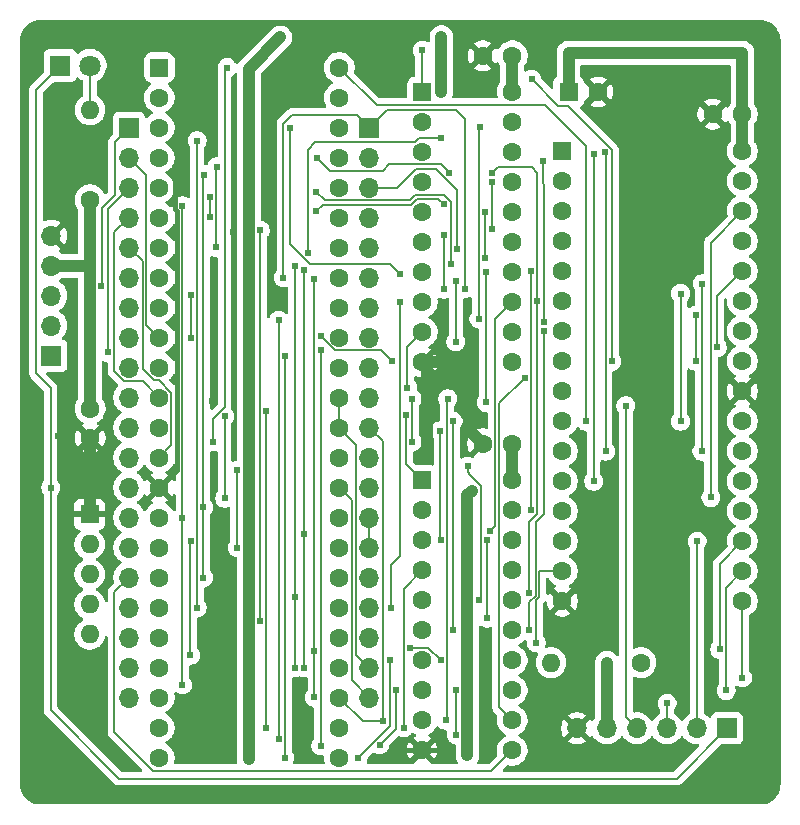
<source format=gbl>
%TF.GenerationSoftware,KiCad,Pcbnew,9.0.0*%
%TF.CreationDate,2025-04-02T13:50:02+09:00*%
%TF.ProjectId,MEZ68K8_RAM_R2.1,4d455a36-384b-4385-9f52-414d5f52322e,Rev 2.1*%
%TF.SameCoordinates,PX65317e4PY8319cac*%
%TF.FileFunction,Copper,L2,Bot*%
%TF.FilePolarity,Positive*%
%FSLAX46Y46*%
G04 Gerber Fmt 4.6, Leading zero omitted, Abs format (unit mm)*
G04 Created by KiCad (PCBNEW 9.0.0) date 2025-04-02 13:50:02*
%MOMM*%
%LPD*%
G01*
G04 APERTURE LIST*
G04 Aperture macros list*
%AMRoundRect*
0 Rectangle with rounded corners*
0 $1 Rounding radius*
0 $2 $3 $4 $5 $6 $7 $8 $9 X,Y pos of 4 corners*
0 Add a 4 corners polygon primitive as box body*
4,1,4,$2,$3,$4,$5,$6,$7,$8,$9,$2,$3,0*
0 Add four circle primitives for the rounded corners*
1,1,$1+$1,$2,$3*
1,1,$1+$1,$4,$5*
1,1,$1+$1,$6,$7*
1,1,$1+$1,$8,$9*
0 Add four rect primitives between the rounded corners*
20,1,$1+$1,$2,$3,$4,$5,0*
20,1,$1+$1,$4,$5,$6,$7,0*
20,1,$1+$1,$6,$7,$8,$9,0*
20,1,$1+$1,$8,$9,$2,$3,0*%
G04 Aperture macros list end*
%TA.AperFunction,ComponentPad*%
%ADD10RoundRect,0.250000X-0.550000X-0.550000X0.550000X-0.550000X0.550000X0.550000X-0.550000X0.550000X0*%
%TD*%
%TA.AperFunction,ComponentPad*%
%ADD11C,1.600000*%
%TD*%
%TA.AperFunction,ComponentPad*%
%ADD12R,1.800000X1.800000*%
%TD*%
%TA.AperFunction,ComponentPad*%
%ADD13C,1.800000*%
%TD*%
%TA.AperFunction,ComponentPad*%
%ADD14O,1.600000X1.600000*%
%TD*%
%TA.AperFunction,ComponentPad*%
%ADD15R,1.600000X1.600000*%
%TD*%
%TA.AperFunction,ComponentPad*%
%ADD16R,1.700000X1.700000*%
%TD*%
%TA.AperFunction,ComponentPad*%
%ADD17O,1.700000X1.700000*%
%TD*%
%TA.AperFunction,ViaPad*%
%ADD18C,0.605000*%
%TD*%
%TA.AperFunction,Conductor*%
%ADD19C,0.152400*%
%TD*%
%TA.AperFunction,Conductor*%
%ADD20C,1.000000*%
%TD*%
%TA.AperFunction,Conductor*%
%ADD21C,0.400000*%
%TD*%
G04 APERTURE END LIST*
D10*
X34365000Y60630000D03*
D11*
X34365000Y58090000D03*
X34365000Y55550000D03*
X34365000Y53010000D03*
X34365000Y50470000D03*
X34365000Y47930000D03*
X34365000Y45390000D03*
X34365000Y42850000D03*
X34365000Y40310000D03*
X34365000Y37770000D03*
X41985000Y37770000D03*
X41985000Y40310000D03*
X41985000Y42850000D03*
X41985000Y45390000D03*
X41985000Y47930000D03*
X41985000Y50470000D03*
X41985000Y53010000D03*
X41985000Y55550000D03*
X41985000Y58090000D03*
X41985000Y60630000D03*
D10*
X34360000Y27740000D03*
D11*
X34360000Y25200000D03*
X34360000Y22660000D03*
X34360000Y20120000D03*
X34360000Y17580000D03*
X34360000Y15040000D03*
X34360000Y12500000D03*
X34360000Y9960000D03*
X34360000Y7420000D03*
X34360000Y4880000D03*
X41980000Y4880000D03*
X41980000Y7420000D03*
X41980000Y9960000D03*
X41980000Y12500000D03*
X41980000Y15040000D03*
X41980000Y17580000D03*
X41980000Y20120000D03*
X41980000Y22660000D03*
X41980000Y25200000D03*
X41980000Y27740000D03*
D10*
X12095000Y62690000D03*
D11*
X12095000Y60150000D03*
X12095000Y57610000D03*
X12095000Y55070000D03*
X12095000Y52530000D03*
X12095000Y49990000D03*
X12095000Y47450000D03*
X12095000Y44910000D03*
X12095000Y42370000D03*
X12095000Y39830000D03*
X12095000Y37290000D03*
X12095000Y34750000D03*
X12095000Y32210000D03*
X12095000Y29670000D03*
X12095000Y27130000D03*
X12095000Y24590000D03*
X12095000Y22050000D03*
X12095000Y19510000D03*
X12095000Y16970000D03*
X12095000Y14430000D03*
X12095000Y11890000D03*
X12095000Y9350000D03*
X12095000Y6810000D03*
X12095000Y4270000D03*
X27335000Y4270000D03*
X27335000Y6810000D03*
X27335000Y9350000D03*
X27335000Y11890000D03*
X27335000Y14430000D03*
X27335000Y16970000D03*
X27335000Y19510000D03*
X27335000Y22050000D03*
X27335000Y24590000D03*
X27335000Y27130000D03*
X27335000Y29670000D03*
X27335000Y32210000D03*
X27335000Y34750000D03*
X27335000Y37290000D03*
X27335000Y39830000D03*
X27335000Y42370000D03*
X27335000Y44910000D03*
X27335000Y47450000D03*
X27335000Y49990000D03*
X27335000Y52530000D03*
X27335000Y55070000D03*
X27335000Y57610000D03*
X27335000Y60150000D03*
X27335000Y62690000D03*
D12*
X3700000Y62860000D03*
D13*
X6240000Y62860000D03*
D10*
X46225000Y55610000D03*
D11*
X46225000Y53070000D03*
X46225000Y50530000D03*
X46225000Y47990000D03*
X46225000Y45450000D03*
X46225000Y42910000D03*
X46225000Y40370000D03*
X46225000Y37830000D03*
X46225000Y35290000D03*
X46225000Y32750000D03*
X46225000Y30210000D03*
X46225000Y27670000D03*
X46225000Y25130000D03*
X46225000Y22590000D03*
X46225000Y20050000D03*
X46225000Y17510000D03*
X61465000Y17510000D03*
X61465000Y20050000D03*
X61465000Y22590000D03*
X61465000Y25130000D03*
X61465000Y27670000D03*
X61465000Y30210000D03*
X61465000Y32750000D03*
X61465000Y35290000D03*
X61465000Y37830000D03*
X61465000Y40370000D03*
X61465000Y42910000D03*
X61465000Y45450000D03*
X61465000Y47990000D03*
X61465000Y50530000D03*
X61465000Y53070000D03*
X61465000Y55610000D03*
X6240000Y51500000D03*
D14*
X6240000Y59120000D03*
D11*
X61460000Y58740000D03*
X58960000Y58740000D03*
X6245000Y33820000D03*
X6245000Y31320000D03*
D15*
X6200000Y24870000D03*
D14*
X6200000Y22330000D03*
X6200000Y19790000D03*
X6200000Y17250000D03*
X6200000Y14710000D03*
D11*
X41980000Y30850000D03*
X39480000Y30850000D03*
D15*
X46751144Y60630000D03*
D11*
X49251144Y60630000D03*
D16*
X60170000Y6750000D03*
D17*
X57630000Y6750000D03*
X55090000Y6750000D03*
X52550000Y6750000D03*
X50010000Y6750000D03*
X47470000Y6750000D03*
D11*
X41995000Y63690000D03*
X39495000Y63690000D03*
D16*
X2970000Y38295000D03*
D17*
X2970000Y40835000D03*
X2970000Y43375000D03*
X2970000Y45915000D03*
X2970000Y48455000D03*
D11*
X52880000Y12310000D03*
D14*
X45260000Y12310000D03*
D16*
X29870000Y57610000D03*
D17*
X29870000Y55070000D03*
X29870000Y52530000D03*
X29870000Y49990000D03*
X29870000Y47450000D03*
X29870000Y44910000D03*
X29870000Y42370000D03*
X29870000Y39830000D03*
X29870000Y37290000D03*
X29870000Y34750000D03*
X29870000Y32210000D03*
X29870000Y29670000D03*
X29870000Y27130000D03*
X29870000Y24590000D03*
X29870000Y22050000D03*
X29870000Y19510000D03*
X29870000Y16970000D03*
X29870000Y14430000D03*
X29870000Y11890000D03*
X29870000Y9350000D03*
D16*
X9550000Y57610000D03*
D17*
X9550000Y55070000D03*
X9550000Y52530000D03*
X9550000Y49990000D03*
X9550000Y47450000D03*
X9550000Y44910000D03*
X9550000Y42370000D03*
X9550000Y39830000D03*
X9550000Y37290000D03*
X9550000Y34750000D03*
X9550000Y32210000D03*
X9550000Y29670000D03*
X9550000Y27130000D03*
X9550000Y24590000D03*
X9550000Y22050000D03*
X9550000Y19510000D03*
X9550000Y16970000D03*
X9550000Y14430000D03*
X9550000Y11890000D03*
X9550000Y9350000D03*
D18*
X16760000Y42140000D03*
X16530000Y34420000D03*
X18440000Y38370000D03*
X18450000Y42030000D03*
X18400000Y34860000D03*
X18430000Y29960000D03*
X18340000Y48770000D03*
X21630000Y47520000D03*
X51600000Y34060000D03*
X39770000Y34340000D03*
X39770000Y45390000D03*
X40110000Y23490000D03*
X19680000Y4110000D03*
X50000000Y12300000D03*
X35980000Y65270000D03*
X19680000Y42370000D03*
X22340000Y65250000D03*
X38180000Y4450000D03*
X19680000Y32210000D03*
X38590000Y26880000D03*
X35980000Y60630000D03*
X34798000Y29670000D03*
X17220000Y17730000D03*
X17000000Y13790000D03*
X14732000Y65532000D03*
X23670000Y62550000D03*
X58928000Y61976000D03*
X15890000Y4290000D03*
X36390000Y4880000D03*
X15890000Y7630000D03*
X5588000Y9144000D03*
X44840000Y4850000D03*
X53340000Y32766000D03*
X16500000Y10600000D03*
X21950000Y59920000D03*
X3556000Y31496000D03*
X3048000Y57658000D03*
X14010000Y53730000D03*
X44704000Y64516000D03*
X53340000Y18288000D03*
X54102000Y53086000D03*
X62484000Y3048000D03*
X16970000Y24100000D03*
X32750000Y820000D03*
X39980000Y6180000D03*
X32010000Y4500000D03*
X15070000Y59440000D03*
X24200000Y8020000D03*
X34370000Y64150000D03*
X2900000Y27130000D03*
X14770000Y43470000D03*
X14770000Y39810000D03*
X36170000Y48488900D03*
X36170000Y43920000D03*
X59331100Y38990000D03*
X7750000Y38570000D03*
X25390000Y50508900D03*
X36240000Y51100000D03*
X55090000Y8870000D03*
X31068900Y7341100D03*
X35900000Y31930000D03*
X35908900Y22660000D03*
X21166000Y33600000D03*
X57630000Y22590000D03*
X32800000Y6810000D03*
X21160000Y6810000D03*
X31590000Y12510000D03*
X44000000Y13990000D03*
X28940000Y4270000D03*
X22730000Y38310000D03*
X22730000Y4270000D03*
X32131100Y9960000D03*
X61470000Y11010000D03*
X30760545Y5339455D03*
X25800000Y38780000D03*
X25760000Y5249300D03*
X39820000Y16080000D03*
X20634900Y48910000D03*
X39870000Y22670000D03*
X20634900Y15840000D03*
X23580000Y45890000D03*
X23580000Y17850000D03*
X23582597Y11890000D03*
X24670000Y47010000D03*
X35930000Y56700000D03*
X37225100Y6210000D03*
X22198900Y5841100D03*
X60080000Y9950000D03*
X37225100Y9960000D03*
X22200000Y41290000D03*
X35908900Y12500000D03*
X33333200Y13580000D03*
X25190000Y44760000D03*
X25228900Y13320000D03*
X59548900Y13430000D03*
X25228900Y9380000D03*
X15832200Y25460000D03*
X15840000Y53620000D03*
X15832200Y19510000D03*
X7200000Y44200000D03*
X57508900Y41700000D03*
X57508900Y37830000D03*
X37950000Y43940000D03*
X56230000Y43560000D03*
X22610000Y44910000D03*
X56230000Y32750000D03*
X44550000Y54770000D03*
X16940000Y47460000D03*
X16960000Y54290000D03*
X44680000Y41168900D03*
X16398346Y51723500D03*
X37303200Y47350000D03*
X16363300Y50000000D03*
X33110000Y35600000D03*
X25770000Y39940000D03*
X31770000Y37880000D03*
X18700000Y28590000D03*
X18700000Y22040000D03*
X24340000Y45540000D03*
X24340000Y23160000D03*
X24340000Y11890000D03*
X17620000Y33170000D03*
X17628900Y26221100D03*
X32980000Y33294200D03*
X14738700Y12930000D03*
X14740000Y22572100D03*
X58800000Y26290000D03*
X32440000Y42850000D03*
X31700000Y16970000D03*
X14060000Y50990000D03*
X14060000Y24590000D03*
X14060000Y10430000D03*
X48870000Y27670000D03*
X48879266Y55370464D03*
X38200000Y28940000D03*
X49880000Y30200000D03*
X39134900Y17580000D03*
X49860000Y55530000D03*
X48200000Y32750000D03*
X36971100Y15070000D03*
X36971100Y32750000D03*
X33511100Y31020000D03*
X16640000Y31020000D03*
X33511100Y34660000D03*
X36340000Y7420000D03*
X36510000Y34660000D03*
X17830000Y62690000D03*
X43038900Y36440000D03*
X43650000Y61710000D03*
X50411100Y37830000D03*
X44632200Y40370000D03*
X32440000Y45250000D03*
X37200000Y39478300D03*
X37220000Y44660000D03*
X43430000Y15040000D03*
X23150000Y57610000D03*
X36610000Y53768320D03*
X44101100Y42910000D03*
X43430000Y18200000D03*
X25452212Y55070000D03*
X40268863Y53767320D03*
X43570000Y45450000D03*
X43570000Y25200000D03*
X25370000Y52190000D03*
X36770000Y46018900D03*
X39160000Y41420000D03*
X39230000Y57661300D03*
X40280000Y53010000D03*
X40280000Y49020000D03*
X39710000Y50470000D03*
X39710000Y46550000D03*
X15301100Y16970000D03*
X15300000Y56500000D03*
X58040000Y30210000D03*
X58070000Y44390000D03*
D19*
X52550000Y6750000D02*
X51600000Y7700000D01*
X51600000Y7700000D02*
X51600000Y34060000D01*
X39770000Y45390000D02*
X39770000Y34340000D01*
X40509600Y23889600D02*
X40110000Y23490000D01*
X40509600Y41374600D02*
X40509600Y23889600D01*
X41985000Y42850000D02*
X40509600Y41374600D01*
D20*
X50010000Y6750000D02*
X50010000Y12290000D01*
X50010000Y12290000D02*
X50000000Y12300000D01*
X5620000Y45920000D02*
X5615000Y45915000D01*
X38180000Y4450000D02*
X38180000Y26470000D01*
X41980000Y27740000D02*
X41980000Y30850000D01*
X46751144Y60630000D02*
X46751144Y63940000D01*
X6245000Y33820000D02*
X6245000Y45920000D01*
X19680000Y32210000D02*
X19680000Y42370000D01*
X6245000Y45920000D02*
X6245000Y51495000D01*
X6245000Y33820000D02*
X6190000Y33875000D01*
X38180000Y26470000D02*
X38590000Y26880000D01*
X41985000Y60630000D02*
X41985000Y63680000D01*
X5615000Y45915000D02*
X2970000Y45915000D01*
X35980000Y60630000D02*
X35980000Y65270000D01*
X19680000Y42370000D02*
X19680000Y62590000D01*
D19*
X61460000Y55615000D02*
X61465000Y55610000D01*
D20*
X46751144Y63940000D02*
X61460000Y63940000D01*
X6245000Y51495000D02*
X6240000Y51500000D01*
X61460000Y63940000D02*
X61460000Y58740000D01*
X61460000Y58740000D02*
X61460000Y55615000D01*
D19*
X41985000Y63680000D02*
X41995000Y63690000D01*
D20*
X19680000Y32210000D02*
X19680000Y4110000D01*
X6245000Y45920000D02*
X5620000Y45920000D01*
X19680000Y62590000D02*
X22340000Y65250000D01*
X38354000Y35814000D02*
X36398000Y37770000D01*
X6200000Y24870000D02*
X6200000Y31275000D01*
D21*
X36390000Y4880000D02*
X34360000Y4880000D01*
X13404100Y50718317D02*
X13404100Y53124100D01*
X13404100Y53124100D02*
X14010000Y53730000D01*
X34360000Y4880000D02*
X32390000Y4880000D01*
D20*
X36398000Y37770000D02*
X34365000Y37770000D01*
D21*
X13580000Y50542417D02*
X13404100Y50718317D01*
X12095000Y27130000D02*
X13580000Y28615000D01*
X13580000Y28615000D02*
X13580000Y50542417D01*
D20*
X38354000Y31976000D02*
X38354000Y35814000D01*
D21*
X32390000Y4880000D02*
X32010000Y4500000D01*
D20*
X34798000Y37337000D02*
X34798000Y29670000D01*
X34365000Y37770000D02*
X34798000Y37337000D01*
X39480000Y30850000D02*
X38354000Y31976000D01*
D19*
X55910000Y2490000D02*
X8690000Y2490000D01*
X1660000Y36800000D02*
X1660000Y60820000D01*
X60170000Y6750000D02*
X55910000Y2490000D01*
X2900000Y27130000D02*
X2900000Y35560000D01*
X2900000Y35560000D02*
X1660000Y36800000D01*
X34370000Y64150000D02*
X34365000Y64145000D01*
X34365000Y64145000D02*
X34365000Y60630000D01*
X8690000Y2490000D02*
X2900000Y8280000D01*
X2900000Y8280000D02*
X2900000Y27130000D01*
X1660000Y60820000D02*
X3700000Y62860000D01*
X11004800Y53615200D02*
X11004800Y40920200D01*
X36170000Y43920000D02*
X36170000Y48488900D01*
X11004800Y40920200D02*
X12095000Y39830000D01*
X14770000Y43470000D02*
X14770000Y39810000D01*
X9550000Y55070000D02*
X11004800Y53615200D01*
X61465000Y45450000D02*
X59331100Y43316100D01*
X7750000Y50730000D02*
X7750000Y38570000D01*
X59331100Y43316100D02*
X59331100Y38990000D01*
X9550000Y52530000D02*
X7750000Y50730000D01*
X8300000Y36980000D02*
X8300000Y48740000D01*
X9120000Y36160000D02*
X8300000Y36980000D01*
X35718900Y51580000D02*
X33890000Y51580000D01*
X10685000Y36160000D02*
X9120000Y36160000D01*
X33890000Y51580000D02*
X33390000Y51080000D01*
X25961100Y51080000D02*
X25390000Y50508900D01*
X12095000Y34750000D02*
X10685000Y36160000D01*
X36240000Y51100000D02*
X36198900Y51100000D01*
X36198900Y51100000D02*
X35718900Y51580000D01*
X33390000Y51080000D02*
X25961100Y51080000D01*
X8300000Y48740000D02*
X9550000Y49990000D01*
X12095000Y29670000D02*
X13124600Y30699600D01*
X13124600Y35176475D02*
X12081075Y36220000D01*
X13124600Y30699600D02*
X13124600Y35176475D01*
X10700000Y37210000D02*
X10700000Y46300000D01*
X10700000Y46300000D02*
X9550000Y47450000D01*
X11690000Y36220000D02*
X10700000Y37210000D01*
X12081075Y36220000D02*
X11690000Y36220000D01*
X29325000Y7360000D02*
X27335000Y9350000D01*
X31050000Y7360000D02*
X29325000Y7360000D01*
X31050000Y31030000D02*
X31050000Y7360000D01*
X29870000Y32210000D02*
X31050000Y31030000D01*
X35900000Y31930000D02*
X35900000Y22668900D01*
X55090000Y6750000D02*
X55090000Y8870000D01*
X31068900Y7341100D02*
X31050000Y7360000D01*
X35900000Y22668900D02*
X35908900Y22660000D01*
X57630000Y22590000D02*
X57630000Y6750000D01*
X21166000Y33600000D02*
X21166000Y6816000D01*
X32802100Y6812100D02*
X32800000Y6810000D01*
X34360000Y20120000D02*
X32802100Y18562100D01*
X32802100Y18562100D02*
X32802100Y6812100D01*
X44088767Y17673796D02*
X44088766Y17673796D01*
X44000000Y17585030D02*
X44088767Y17673796D01*
X31600000Y6930000D02*
X31600000Y12500000D01*
X44280000Y20050000D02*
X46225000Y20050000D01*
X31600000Y12500000D02*
X31590000Y12510000D01*
X44267900Y17852930D02*
X44267900Y18106262D01*
X44267900Y20037900D02*
X44280000Y20050000D01*
X44267900Y17852929D02*
X44267900Y17852930D01*
X28940000Y4270000D02*
X31600000Y6930000D01*
X22730000Y38310000D02*
X22730000Y4270000D01*
X44267900Y18106262D02*
X44267900Y20037900D01*
X44000000Y13990000D02*
X44000000Y17585030D01*
X44088767Y17673796D02*
X44267900Y17852929D01*
X61465000Y11015000D02*
X61465000Y17510000D01*
X30760545Y5339455D02*
X32131100Y6710010D01*
X25760000Y5249300D02*
X25760000Y38740000D01*
X61470000Y11010000D02*
X61465000Y11015000D01*
X32131100Y6710010D02*
X32131100Y9960000D01*
X39820000Y22620000D02*
X39870000Y22670000D01*
X20634900Y48910000D02*
X20634900Y15840000D01*
X39820000Y16080000D02*
X39820000Y22620000D01*
X23582597Y11890000D02*
X23582597Y17847403D01*
X23582597Y17847403D02*
X23580000Y17850000D01*
X23580000Y17850000D02*
X23580000Y45890000D01*
X34058925Y56700000D02*
X35930000Y56700000D01*
X24670000Y47010000D02*
X24670000Y55720000D01*
X33728925Y56370000D02*
X34058925Y56700000D01*
X25320000Y56370000D02*
X33728925Y56370000D01*
X24670000Y55720000D02*
X25320000Y56370000D01*
X37225100Y9960000D02*
X37225100Y6210000D01*
X60080000Y9950000D02*
X60080000Y18665000D01*
X60080000Y18665000D02*
X61465000Y20050000D01*
X22198900Y41288900D02*
X22198900Y5841100D01*
X22200000Y41290000D02*
X22198900Y41288900D01*
X34828900Y13580000D02*
X33333200Y13580000D01*
X59548900Y20673900D02*
X61465000Y22590000D01*
X25228900Y44721100D02*
X25228900Y13320000D01*
X25190000Y44760000D02*
X25228900Y44721100D01*
X35908900Y12500000D02*
X34828900Y13580000D01*
X25228900Y13320000D02*
X25228900Y9380000D01*
X59548900Y13430000D02*
X59548900Y20673900D01*
X29870000Y9350000D02*
X28390000Y10830000D01*
X28390000Y10830000D02*
X28390000Y26075000D01*
X28390000Y26075000D02*
X27335000Y27130000D01*
X15832200Y19510000D02*
X15832200Y25460000D01*
X15832200Y25460000D02*
X15832200Y53612200D01*
X57508900Y41700000D02*
X57508900Y37830000D01*
X9550000Y57610000D02*
X8350000Y56410000D01*
X7210000Y44210000D02*
X7200000Y44200000D01*
X8350000Y51910000D02*
X7210000Y50770000D01*
X8350000Y56410000D02*
X8350000Y51910000D01*
X7210000Y50770000D02*
X7210000Y44210000D01*
X23330000Y58670000D02*
X28810000Y58670000D01*
X22610000Y57950000D02*
X23330000Y58670000D01*
X37180400Y59119600D02*
X37780000Y58520000D01*
X31379600Y59119600D02*
X37180400Y59119600D01*
X28810000Y58670000D02*
X29870000Y57610000D01*
X37780000Y58520000D02*
X37950000Y58350000D01*
X29870000Y57610000D02*
X31379600Y59119600D01*
X22610000Y44910000D02*
X22610000Y57950000D01*
X56230000Y43560000D02*
X56230000Y32750000D01*
X37950000Y58350000D02*
X37950000Y43940000D01*
X16960000Y54290000D02*
X16940000Y54270000D01*
X44550000Y54770000D02*
X44550000Y52900000D01*
X44550000Y52900000D02*
X44680000Y52770000D01*
X44680000Y52770000D02*
X44680000Y41168900D01*
X16940000Y54270000D02*
X16940000Y47460000D01*
X36655816Y52970000D02*
X36655816Y52964184D01*
X29870000Y52530000D02*
X32250000Y52530000D01*
X32250000Y52530000D02*
X33830000Y54110000D01*
X35515816Y54110000D02*
X36655816Y52970000D01*
X33830000Y54110000D02*
X35515816Y54110000D01*
X16360000Y51567800D02*
X16360000Y50003300D01*
X37280000Y47373200D02*
X37303200Y47350000D01*
X37280000Y52340000D02*
X37280000Y47373200D01*
X36655816Y52964184D02*
X37280000Y52340000D01*
X33110000Y39055000D02*
X33110000Y35600000D01*
X34365000Y40310000D02*
X33110000Y39055000D01*
X30899600Y38750400D02*
X26959600Y38750400D01*
X26959600Y38750400D02*
X25770000Y39940000D01*
X31770000Y37880000D02*
X30899600Y38750400D01*
X18700000Y28590000D02*
X18700000Y22040000D01*
X24340000Y23160000D02*
X24340000Y45540000D01*
X24340000Y23160000D02*
X24340000Y11890000D01*
X17620000Y26230000D02*
X17620000Y33170000D01*
X17628900Y26221100D02*
X17620000Y26230000D01*
X32980000Y29120000D02*
X32980000Y33294200D01*
X34360000Y27740000D02*
X32980000Y29120000D01*
X14738700Y12930000D02*
X14738700Y22570800D01*
X58800000Y26290000D02*
X58800000Y47865000D01*
X58800000Y47865000D02*
X61465000Y50530000D01*
X31700000Y20580000D02*
X31700000Y16970000D01*
X32440000Y42850000D02*
X32440000Y21320000D01*
X32440000Y21320000D02*
X31700000Y20580000D01*
X14060000Y24590000D02*
X14060000Y50990000D01*
X14060000Y24590000D02*
X14060000Y10430000D01*
X41980000Y4880000D02*
X40220000Y3120000D01*
X8300000Y6420000D02*
X8300000Y18260000D01*
X40220000Y3120000D02*
X11600000Y3120000D01*
X11600000Y3120000D02*
X8300000Y6420000D01*
X8300000Y18260000D02*
X9550000Y19510000D01*
X29870000Y22050000D02*
X29870000Y24590000D01*
X27335000Y24585000D02*
X27335000Y24590000D01*
X28770000Y30775000D02*
X27335000Y32210000D01*
X28770000Y12990000D02*
X28770000Y30775000D01*
X29870000Y11890000D02*
X28770000Y12990000D01*
X27335000Y32210000D02*
X27335000Y34750000D01*
X48870000Y27670000D02*
X48870000Y55361198D01*
X48870000Y55361198D02*
X48879266Y55370464D01*
X49880000Y30200000D02*
X49880000Y55530000D01*
X38200000Y28420000D02*
X38200000Y28940000D01*
X38430000Y28190000D02*
X38200000Y28420000D01*
X39319600Y17764700D02*
X39319600Y27300400D01*
X39134900Y17580000D02*
X39319600Y17764700D01*
X39319600Y27300400D02*
X38430000Y28190000D01*
X30515000Y59510000D02*
X44770000Y59510000D01*
X44770000Y59510000D02*
X48200000Y56080000D01*
X36971100Y15070000D02*
X36971100Y32750000D01*
X27335000Y62690000D02*
X30515000Y59510000D01*
X48200000Y32750000D02*
X48200000Y56080000D01*
X36440000Y7520000D02*
X36340000Y7420000D01*
X33511100Y34660000D02*
X33511100Y31020000D01*
X36510000Y34660000D02*
X36440000Y34590000D01*
X36440000Y34590000D02*
X36440000Y7520000D01*
X17087900Y33390404D02*
X16640000Y32942504D01*
X17617900Y33920404D02*
X17087900Y33390404D01*
X17830000Y62690000D02*
X17617900Y62477900D01*
X17617900Y62477900D02*
X17617900Y33920404D01*
X16640000Y32942504D02*
X16640000Y31020000D01*
X45890000Y59470000D02*
X43650000Y61710000D01*
X50411100Y55731404D02*
X46672504Y59470000D01*
X50411100Y37830000D02*
X50411100Y55731404D01*
X46672504Y59470000D02*
X45890000Y59470000D01*
X43038900Y36440000D02*
X40850000Y34251100D01*
X40850000Y34251100D02*
X40850000Y8550000D01*
X40850000Y8550000D02*
X41980000Y7420000D01*
X23150000Y57610000D02*
X23150000Y47777496D01*
X43962100Y24202100D02*
X44632200Y24872200D01*
X37200000Y39478300D02*
X37200000Y44640000D01*
X43410000Y17427496D02*
X43962100Y17979596D01*
X23150000Y47777496D02*
X24897496Y46030000D01*
X24897496Y46030000D02*
X31660000Y46030000D01*
X31660000Y46030000D02*
X32440000Y45250000D01*
X43410000Y15060000D02*
X43410000Y17427496D01*
X43962100Y17979596D02*
X43962100Y24202100D01*
X43430000Y15040000D02*
X43410000Y15060000D01*
X44632200Y24872200D02*
X44632200Y40370000D01*
X31000000Y53940000D02*
X26582212Y53940000D01*
X35920000Y54500000D02*
X31560000Y54500000D01*
X43430000Y24190000D02*
X44101100Y24861100D01*
X26582212Y53940000D02*
X25452212Y55070000D01*
X36610000Y53810000D02*
X35920000Y54500000D01*
X40761543Y54260000D02*
X40268863Y53767320D01*
X44101100Y53778900D02*
X43620000Y54260000D01*
X36610000Y53768320D02*
X36610000Y53810000D01*
X44101100Y24861100D02*
X44101100Y42910000D01*
X43620000Y54260000D02*
X40761543Y54260000D01*
X44101100Y42910000D02*
X44101100Y53778900D01*
X31560000Y54500000D02*
X31000000Y53940000D01*
X43430000Y18200000D02*
X43430000Y24190000D01*
X26109600Y51450400D02*
X33327934Y51450400D01*
X25370000Y52190000D02*
X26109600Y51450400D01*
X43570000Y25200000D02*
X43570000Y45450000D01*
X33327934Y51450400D02*
X33763333Y51885800D01*
X33763333Y51885800D02*
X36206704Y51885800D01*
X36772100Y46021000D02*
X36770000Y46018900D01*
X36206704Y51885800D02*
X36772100Y51320404D01*
X36772100Y51320404D02*
X36772100Y46021000D01*
X6240000Y59120000D02*
X6240000Y62860000D01*
X39160000Y41420000D02*
X39160000Y57591300D01*
X39160000Y57591300D02*
X39230000Y57661300D01*
X40280000Y49020000D02*
X40280000Y53010000D01*
X39710000Y50470000D02*
X39710000Y46550000D01*
X15301100Y16970000D02*
X15301100Y56498900D01*
X15301100Y56498900D02*
X15300000Y56500000D01*
X58040000Y30210000D02*
X58040000Y44360000D01*
X58040000Y44360000D02*
X58070000Y44390000D01*
%TA.AperFunction,Conductor*%
G36*
X5187539Y44894815D02*
G01*
X5233294Y44842011D01*
X5244500Y44790500D01*
X5244500Y34695763D01*
X5224815Y34628724D01*
X5220818Y34622878D01*
X5132715Y34501614D01*
X5039781Y34319224D01*
X4976522Y34124535D01*
X4950110Y33957771D01*
X4944500Y33922352D01*
X4944500Y33717648D01*
X4945686Y33710161D01*
X4976522Y33515466D01*
X5039781Y33320777D01*
X5132715Y33138387D01*
X5253028Y32972787D01*
X5397786Y32828029D01*
X5563385Y32707716D01*
X5563387Y32707715D01*
X5563390Y32707713D01*
X5617378Y32680205D01*
X5668174Y32632231D01*
X5684969Y32564410D01*
X5662432Y32498275D01*
X5617378Y32459235D01*
X5563644Y32431857D01*
X5519077Y32399477D01*
X5519077Y32399476D01*
X6198554Y31720000D01*
X6192339Y31720000D01*
X6090606Y31692741D01*
X5999394Y31640080D01*
X5924920Y31565606D01*
X5872259Y31474394D01*
X5845000Y31372661D01*
X5845000Y31366447D01*
X5165524Y32045923D01*
X5165523Y32045923D01*
X5133143Y32001356D01*
X5040244Y31819032D01*
X4977009Y31624418D01*
X4945000Y31422318D01*
X4945000Y31217683D01*
X4977009Y31015583D01*
X5040244Y30820969D01*
X5133141Y30638650D01*
X5133147Y30638641D01*
X5165523Y30594079D01*
X5165524Y30594078D01*
X5845000Y31273554D01*
X5845000Y31267339D01*
X5872259Y31165606D01*
X5924920Y31074394D01*
X5999394Y30999920D01*
X6090606Y30947259D01*
X6192339Y30920000D01*
X6198553Y30920000D01*
X5519076Y30240526D01*
X5563650Y30208141D01*
X5745968Y30115245D01*
X5940582Y30052010D01*
X6142683Y30020000D01*
X6347317Y30020000D01*
X6549417Y30052010D01*
X6744031Y30115245D01*
X6926349Y30208141D01*
X6970921Y30240526D01*
X6291447Y30920000D01*
X6297661Y30920000D01*
X6399394Y30947259D01*
X6490606Y30999920D01*
X6565080Y31074394D01*
X6617741Y31165606D01*
X6645000Y31267339D01*
X6645000Y31273553D01*
X7324474Y30594079D01*
X7356859Y30638651D01*
X7449755Y30820969D01*
X7512990Y31015583D01*
X7545000Y31217683D01*
X7545000Y31422318D01*
X7512990Y31624418D01*
X7449755Y31819032D01*
X7356859Y32001350D01*
X7324474Y32045923D01*
X7324474Y32045924D01*
X6645000Y31366449D01*
X6645000Y31372661D01*
X6617741Y31474394D01*
X6565080Y31565606D01*
X6490606Y31640080D01*
X6399394Y31692741D01*
X6297661Y31720000D01*
X6291446Y31720000D01*
X6970922Y32399476D01*
X6970921Y32399477D01*
X6926359Y32431853D01*
X6926350Y32431859D01*
X6872621Y32459235D01*
X6821825Y32507209D01*
X6805030Y32575030D01*
X6827567Y32641165D01*
X6872621Y32680205D01*
X6926610Y32707713D01*
X7020816Y32776157D01*
X7092213Y32828029D01*
X7092215Y32828032D01*
X7092219Y32828034D01*
X7236966Y32972781D01*
X7236968Y32972785D01*
X7236971Y32972787D01*
X7291979Y33048501D01*
X7357287Y33138390D01*
X7450220Y33320781D01*
X7513477Y33515466D01*
X7545500Y33717648D01*
X7545500Y33922352D01*
X7539890Y33957771D01*
X7513477Y34124535D01*
X7463083Y34279631D01*
X7450220Y34319219D01*
X7450218Y34319222D01*
X7450218Y34319224D01*
X7401106Y34415610D01*
X7357287Y34501610D01*
X7306229Y34571886D01*
X7269182Y34622878D01*
X7245702Y34688684D01*
X7245500Y34695763D01*
X7245500Y37724231D01*
X7253075Y37750031D01*
X7257109Y37776616D01*
X7262770Y37783049D01*
X7265185Y37791270D01*
X7285504Y37808878D01*
X7303272Y37829063D01*
X7311513Y37831414D01*
X7317989Y37837025D01*
X7344604Y37840853D01*
X7370462Y37848227D01*
X7381009Y37846087D01*
X7387147Y37846969D01*
X7405357Y37842934D01*
X7411253Y37841153D01*
X7515774Y37797859D01*
X7629398Y37775258D01*
X7635157Y37773518D01*
X7659569Y37757560D01*
X7685402Y37744047D01*
X7688462Y37738673D01*
X7693640Y37735288D01*
X7705546Y37708673D01*
X7719977Y37683331D01*
X7721067Y37673977D01*
X7722171Y37671509D01*
X7721709Y37668466D01*
X7723300Y37654815D01*
X7723300Y37055924D01*
X7723300Y36904076D01*
X7758800Y36771586D01*
X7762602Y36757400D01*
X7762602Y36757399D01*
X7838522Y36625902D01*
X7838527Y36625896D01*
X8589582Y35874841D01*
X8623067Y35813518D01*
X8618083Y35743826D01*
X8589583Y35699479D01*
X8519889Y35629785D01*
X8394951Y35457821D01*
X8298444Y35268415D01*
X8232753Y35066240D01*
X8212196Y34936447D01*
X8199500Y34856287D01*
X8199500Y34643713D01*
X8205055Y34608641D01*
X8231707Y34440363D01*
X8232754Y34433757D01*
X8294277Y34244409D01*
X8298444Y34231586D01*
X8394951Y34042180D01*
X8519890Y33870214D01*
X8670213Y33719891D01*
X8842182Y33594950D01*
X8850946Y33590484D01*
X8901742Y33542509D01*
X8918536Y33474688D01*
X8895998Y33408553D01*
X8850946Y33369516D01*
X8842182Y33365051D01*
X8670213Y33240110D01*
X8519890Y33089787D01*
X8394951Y32917821D01*
X8298444Y32728415D01*
X8232753Y32526240D01*
X8199500Y32316287D01*
X8199500Y32103714D01*
X8231324Y31902781D01*
X8232754Y31893757D01*
X8298068Y31692741D01*
X8298444Y31691586D01*
X8394951Y31502180D01*
X8519890Y31330214D01*
X8670213Y31179891D01*
X8842182Y31054950D01*
X8850946Y31050484D01*
X8901742Y31002509D01*
X8918536Y30934688D01*
X8895998Y30868553D01*
X8850946Y30829516D01*
X8842182Y30825051D01*
X8670213Y30700110D01*
X8519890Y30549787D01*
X8394951Y30377821D01*
X8298444Y30188415D01*
X8298443Y30188413D01*
X8298443Y30188412D01*
X8276510Y30120909D01*
X8232753Y29986240D01*
X8229512Y29965774D01*
X8199500Y29776287D01*
X8199500Y29563713D01*
X8205095Y29528390D01*
X8231425Y29362143D01*
X8232754Y29353757D01*
X8294277Y29164409D01*
X8298444Y29151586D01*
X8394951Y28962180D01*
X8519890Y28790214D01*
X8670213Y28639891D01*
X8842182Y28514950D01*
X8850946Y28510484D01*
X8901742Y28462509D01*
X8918536Y28394688D01*
X8895998Y28328553D01*
X8850946Y28289516D01*
X8842182Y28285051D01*
X8670213Y28160110D01*
X8519890Y28009787D01*
X8394951Y27837821D01*
X8298444Y27648415D01*
X8232753Y27446240D01*
X8199500Y27236287D01*
X8199500Y27023714D01*
X8231324Y26822781D01*
X8232754Y26813757D01*
X8296321Y26618118D01*
X8298444Y26611586D01*
X8394951Y26422180D01*
X8519890Y26250214D01*
X8670213Y26099891D01*
X8842182Y25974950D01*
X8850946Y25970484D01*
X8901742Y25922509D01*
X8918536Y25854688D01*
X8895998Y25788553D01*
X8850946Y25749516D01*
X8842182Y25745051D01*
X8670213Y25620110D01*
X8519890Y25469787D01*
X8394951Y25297821D01*
X8298444Y25108415D01*
X8232753Y24906240D01*
X8199500Y24696287D01*
X8199500Y24483714D01*
X8231324Y24282781D01*
X8232754Y24273757D01*
X8296321Y24078118D01*
X8298444Y24071586D01*
X8394951Y23882180D01*
X8519890Y23710214D01*
X8670213Y23559891D01*
X8842182Y23434950D01*
X8850946Y23430484D01*
X8901742Y23382509D01*
X8918536Y23314688D01*
X8895998Y23248553D01*
X8850946Y23209516D01*
X8842182Y23205051D01*
X8670213Y23080110D01*
X8519890Y22929787D01*
X8394951Y22757821D01*
X8298444Y22568415D01*
X8232753Y22366240D01*
X8199500Y22156287D01*
X8199500Y21943714D01*
X8231324Y21742781D01*
X8232754Y21733757D01*
X8289576Y21558877D01*
X8298444Y21531586D01*
X8394951Y21342180D01*
X8519890Y21170214D01*
X8670213Y21019891D01*
X8842182Y20894950D01*
X8850946Y20890484D01*
X8901742Y20842509D01*
X8918536Y20774688D01*
X8895998Y20708553D01*
X8850946Y20669516D01*
X8842182Y20665051D01*
X8670213Y20540110D01*
X8519890Y20389787D01*
X8394951Y20217821D01*
X8298444Y20028415D01*
X8232753Y19826240D01*
X8204801Y19649755D01*
X8199500Y19616287D01*
X8199500Y19403713D01*
X8208118Y19349300D01*
X8232754Y19193756D01*
X8232754Y19193753D01*
X8254745Y19126073D01*
X8256740Y19056232D01*
X8224495Y19000074D01*
X7945898Y18721475D01*
X7838527Y18614105D01*
X7838522Y18614099D01*
X7762602Y18482602D01*
X7762602Y18482601D01*
X7723300Y18335924D01*
X7723300Y17521214D01*
X7703615Y17454175D01*
X7650811Y17408420D01*
X7581653Y17398476D01*
X7518097Y17427501D01*
X7480323Y17486279D01*
X7476827Y17501816D01*
X7468477Y17554535D01*
X7405218Y17749224D01*
X7364019Y17830080D01*
X7312287Y17931610D01*
X7262524Y18000104D01*
X7191971Y18097214D01*
X7047213Y18241972D01*
X6881614Y18362285D01*
X6838138Y18384437D01*
X6788917Y18409517D01*
X6738123Y18457489D01*
X6721328Y18525310D01*
X6743865Y18591445D01*
X6788917Y18630484D01*
X6881610Y18677713D01*
X6904660Y18694460D01*
X7047213Y18798029D01*
X7047215Y18798032D01*
X7047219Y18798034D01*
X7191966Y18942781D01*
X7191968Y18942785D01*
X7191971Y18942787D01*
X7275698Y19058029D01*
X7312287Y19108390D01*
X7405220Y19290781D01*
X7468477Y19485466D01*
X7500500Y19687648D01*
X7500500Y19892352D01*
X7479984Y20021882D01*
X7468477Y20094535D01*
X7405218Y20289224D01*
X7368140Y20361992D01*
X7312287Y20471610D01*
X7262524Y20540104D01*
X7191971Y20637214D01*
X7047213Y20781972D01*
X6881614Y20902285D01*
X6838138Y20924437D01*
X6788917Y20949517D01*
X6738123Y20997489D01*
X6721328Y21065310D01*
X6743865Y21131445D01*
X6788917Y21170484D01*
X6881610Y21217713D01*
X6904660Y21234460D01*
X7047213Y21338029D01*
X7047215Y21338032D01*
X7047219Y21338034D01*
X7191966Y21482781D01*
X7191968Y21482785D01*
X7191971Y21482787D01*
X7244732Y21555410D01*
X7312287Y21648390D01*
X7405220Y21830781D01*
X7468477Y22025466D01*
X7500500Y22227648D01*
X7500500Y22432352D01*
X7468477Y22634534D01*
X7467258Y22638285D01*
X7405218Y22829224D01*
X7333303Y22970363D01*
X7312287Y23011610D01*
X7262524Y23080104D01*
X7191971Y23177214D01*
X7047217Y23321968D01*
X7047212Y23321972D01*
X7010325Y23348772D01*
X6967659Y23404102D01*
X6961680Y23473715D01*
X6994286Y23535510D01*
X7055124Y23569867D01*
X7069956Y23572380D01*
X7107379Y23576404D01*
X7242086Y23626646D01*
X7242093Y23626650D01*
X7357187Y23712810D01*
X7357190Y23712813D01*
X7443350Y23827907D01*
X7443354Y23827914D01*
X7493596Y23962621D01*
X7493598Y23962628D01*
X7499999Y24022156D01*
X7500000Y24022173D01*
X7500000Y24620000D01*
X6515686Y24620000D01*
X6520080Y24624394D01*
X6572741Y24715606D01*
X6600000Y24817339D01*
X6600000Y24922661D01*
X6572741Y25024394D01*
X6520080Y25115606D01*
X6515686Y25120000D01*
X7500000Y25120000D01*
X7500000Y25717828D01*
X7499999Y25717845D01*
X7493598Y25777373D01*
X7493596Y25777380D01*
X7443354Y25912087D01*
X7443350Y25912094D01*
X7357190Y26027188D01*
X7357187Y26027191D01*
X7242093Y26113351D01*
X7242086Y26113355D01*
X7107379Y26163597D01*
X7107372Y26163599D01*
X7047844Y26170000D01*
X6450000Y26170000D01*
X6450000Y25185686D01*
X6445606Y25190080D01*
X6354394Y25242741D01*
X6252661Y25270000D01*
X6147339Y25270000D01*
X6045606Y25242741D01*
X5954394Y25190080D01*
X5950000Y25185686D01*
X5950000Y26170000D01*
X5352155Y26170000D01*
X5292627Y26163599D01*
X5292620Y26163597D01*
X5157913Y26113355D01*
X5157906Y26113351D01*
X5042812Y26027191D01*
X5042809Y26027188D01*
X4956649Y25912094D01*
X4956645Y25912087D01*
X4906403Y25777380D01*
X4906401Y25777373D01*
X4900000Y25717845D01*
X4900000Y25120000D01*
X5884314Y25120000D01*
X5879920Y25115606D01*
X5827259Y25024394D01*
X5800000Y24922661D01*
X5800000Y24817339D01*
X5827259Y24715606D01*
X5879920Y24624394D01*
X5884314Y24620000D01*
X4900000Y24620000D01*
X4900000Y24022156D01*
X4906401Y23962628D01*
X4906403Y23962621D01*
X4956645Y23827914D01*
X4956649Y23827907D01*
X5042809Y23712813D01*
X5042812Y23712810D01*
X5157906Y23626650D01*
X5157913Y23626646D01*
X5292620Y23576404D01*
X5330043Y23572380D01*
X5394595Y23545642D01*
X5434443Y23488250D01*
X5436937Y23418424D01*
X5401285Y23358335D01*
X5389675Y23348773D01*
X5352789Y23321974D01*
X5352782Y23321968D01*
X5208028Y23177214D01*
X5087715Y23011614D01*
X4994781Y22829224D01*
X4931522Y22634535D01*
X4899500Y22432352D01*
X4899500Y22227649D01*
X4931522Y22025466D01*
X4994781Y21830777D01*
X5036666Y21748575D01*
X5081985Y21659631D01*
X5087715Y21648387D01*
X5208028Y21482787D01*
X5352786Y21338029D01*
X5498330Y21232287D01*
X5518390Y21217713D01*
X5609840Y21171117D01*
X5611080Y21170485D01*
X5661876Y21122510D01*
X5678671Y21054689D01*
X5656134Y20988554D01*
X5611080Y20949515D01*
X5518386Y20902285D01*
X5352786Y20781972D01*
X5208028Y20637214D01*
X5087715Y20471614D01*
X4994781Y20289224D01*
X4931522Y20094535D01*
X4899500Y19892352D01*
X4899500Y19687649D01*
X4931522Y19485466D01*
X4994781Y19290777D01*
X5002426Y19275774D01*
X5077706Y19128029D01*
X5087715Y19108387D01*
X5208028Y18942787D01*
X5352786Y18798029D01*
X5498330Y18692287D01*
X5518390Y18677713D01*
X5609840Y18631117D01*
X5611080Y18630485D01*
X5661876Y18582510D01*
X5678671Y18514689D01*
X5656134Y18448554D01*
X5611080Y18409515D01*
X5518386Y18362285D01*
X5352786Y18241972D01*
X5208028Y18097214D01*
X5087715Y17931614D01*
X4994781Y17749224D01*
X4931522Y17554535D01*
X4908258Y17407649D01*
X4899500Y17352352D01*
X4899500Y17147648D01*
X4903878Y17120005D01*
X4931522Y16945466D01*
X4994781Y16750777D01*
X5038250Y16665466D01*
X5077706Y16588029D01*
X5087715Y16568387D01*
X5208028Y16402787D01*
X5352786Y16258029D01*
X5482820Y16163556D01*
X5518390Y16137713D01*
X5609840Y16091117D01*
X5611080Y16090485D01*
X5661876Y16042510D01*
X5678671Y15974689D01*
X5656134Y15908554D01*
X5611080Y15869515D01*
X5518386Y15822285D01*
X5352786Y15701972D01*
X5208028Y15557214D01*
X5087715Y15391614D01*
X4994781Y15209224D01*
X4931522Y15014535D01*
X4899500Y14812352D01*
X4899500Y14607649D01*
X4931522Y14405466D01*
X4994781Y14210777D01*
X5045309Y14111612D01*
X5084302Y14035084D01*
X5087715Y14028387D01*
X5208028Y13862787D01*
X5352786Y13718029D01*
X5498330Y13612287D01*
X5518390Y13597713D01*
X5611612Y13550214D01*
X5700776Y13504782D01*
X5700778Y13504782D01*
X5700781Y13504780D01*
X5805137Y13470873D01*
X5895465Y13441523D01*
X5986054Y13427175D01*
X6097648Y13409500D01*
X6097649Y13409500D01*
X6302351Y13409500D01*
X6302352Y13409500D01*
X6504534Y13441523D01*
X6699219Y13504780D01*
X6881610Y13597713D01*
X6974590Y13665268D01*
X7047213Y13718029D01*
X7047215Y13718032D01*
X7047219Y13718034D01*
X7191966Y13862781D01*
X7191968Y13862785D01*
X7191971Y13862787D01*
X7272216Y13973237D01*
X7312287Y14028390D01*
X7405220Y14210781D01*
X7468477Y14405466D01*
X7476827Y14458186D01*
X7506756Y14521320D01*
X7566068Y14558251D01*
X7635930Y14557253D01*
X7694163Y14518643D01*
X7722277Y14454680D01*
X7723300Y14438787D01*
X7723300Y6495924D01*
X7723300Y6344076D01*
X7759759Y6208007D01*
X7762602Y6197400D01*
X7762602Y6197399D01*
X7838522Y6065902D01*
X7838527Y6065896D01*
X10626042Y3278381D01*
X10659527Y3217058D01*
X10654543Y3147366D01*
X10612671Y3091433D01*
X10547207Y3067016D01*
X10538361Y3066700D01*
X8980239Y3066700D01*
X8913200Y3086385D01*
X8892558Y3103019D01*
X3513019Y8482558D01*
X3479534Y8543881D01*
X3476700Y8570239D01*
X3476700Y26519725D01*
X3496385Y26586764D01*
X3513022Y26607409D01*
X3523729Y26618116D01*
X3523731Y26618118D01*
X3611609Y26749637D01*
X3672141Y26895774D01*
X3697590Y27023714D01*
X3703000Y27050909D01*
X3703000Y27209092D01*
X3672142Y27364221D01*
X3672141Y27364222D01*
X3672141Y27364226D01*
X3611609Y27510363D01*
X3611608Y27510364D01*
X3611605Y27510370D01*
X3523731Y27641882D01*
X3523728Y27641886D01*
X3513019Y27652595D01*
X3479534Y27713918D01*
X3476700Y27740276D01*
X3476700Y35635922D01*
X3476700Y35635924D01*
X3437399Y35782598D01*
X3433684Y35789032D01*
X3361477Y35914099D01*
X3361472Y35914105D01*
X2542757Y36732820D01*
X2509272Y36794143D01*
X2514256Y36863835D01*
X2556128Y36919768D01*
X2621592Y36944185D01*
X2630438Y36944501D01*
X3867871Y36944501D01*
X3867872Y36944501D01*
X3927483Y36950909D01*
X4062331Y37001204D01*
X4177546Y37087454D01*
X4263796Y37202669D01*
X4314091Y37337517D01*
X4320500Y37397127D01*
X4320499Y39192872D01*
X4314091Y39252483D01*
X4312268Y39257370D01*
X4263797Y39387329D01*
X4263793Y39387336D01*
X4177547Y39502545D01*
X4177544Y39502548D01*
X4062335Y39588794D01*
X4062328Y39588798D01*
X3930917Y39637811D01*
X3874983Y39679682D01*
X3850566Y39745147D01*
X3865418Y39813420D01*
X3886563Y39841668D01*
X4000104Y39955208D01*
X4125051Y40127184D01*
X4221557Y40316588D01*
X4287246Y40518757D01*
X4320500Y40728713D01*
X4320500Y40941287D01*
X4287246Y41151243D01*
X4221557Y41353412D01*
X4125051Y41542816D01*
X4125049Y41542819D01*
X4125048Y41542821D01*
X4000109Y41714787D01*
X3849786Y41865110D01*
X3677820Y41990049D01*
X3677115Y41990409D01*
X3669054Y41994515D01*
X3618259Y42042488D01*
X3601463Y42110308D01*
X3623999Y42176444D01*
X3669054Y42215485D01*
X3677816Y42219949D01*
X3732996Y42260039D01*
X3849786Y42344891D01*
X3849788Y42344894D01*
X3849792Y42344896D01*
X4000104Y42495208D01*
X4000106Y42495212D01*
X4000109Y42495214D01*
X4125048Y42667180D01*
X4125047Y42667180D01*
X4125051Y42667184D01*
X4221557Y42856588D01*
X4287246Y43058757D01*
X4320500Y43268713D01*
X4320500Y43481287D01*
X4287246Y43691243D01*
X4221557Y43893412D01*
X4125051Y44082816D01*
X4125049Y44082819D01*
X4125048Y44082821D01*
X4000109Y44254787D01*
X3849786Y44405110D01*
X3677820Y44530049D01*
X3677115Y44530409D01*
X3669054Y44534515D01*
X3618259Y44582488D01*
X3601463Y44650308D01*
X3623999Y44716444D01*
X3669054Y44755485D01*
X3677816Y44759949D01*
X3719866Y44790500D01*
X3853734Y44887759D01*
X3854364Y44886892D01*
X3913419Y44913359D01*
X3930200Y44914500D01*
X5120500Y44914500D01*
X5187539Y44894815D01*
G37*
%TD.AperFunction*%
%TA.AperFunction,Conductor*%
G36*
X17003791Y30223073D02*
G01*
X17039446Y30162986D01*
X17043300Y30132313D01*
X17043300Y26822476D01*
X17023615Y26755437D01*
X17006981Y26734795D01*
X17005171Y26732986D01*
X17005168Y26732982D01*
X16917294Y26601470D01*
X16917289Y26601461D01*
X16856759Y26455327D01*
X16856757Y26455321D01*
X16825900Y26300192D01*
X16825900Y26300189D01*
X16825900Y26142011D01*
X16825900Y26142009D01*
X16825899Y26142009D01*
X16856757Y25986880D01*
X16856759Y25986874D01*
X16917289Y25840740D01*
X16917294Y25840731D01*
X17005168Y25709219D01*
X17005171Y25709215D01*
X17117014Y25597372D01*
X17117018Y25597369D01*
X17248530Y25509495D01*
X17248536Y25509492D01*
X17248537Y25509491D01*
X17394674Y25448959D01*
X17394678Y25448959D01*
X17394679Y25448958D01*
X17549808Y25418100D01*
X17549811Y25418100D01*
X17707991Y25418100D01*
X17812359Y25438861D01*
X17863126Y25448959D01*
X17951848Y25485710D01*
X18021316Y25493178D01*
X18083796Y25461903D01*
X18119448Y25401814D01*
X18123300Y25371148D01*
X18123300Y22650276D01*
X18103615Y22583237D01*
X18086981Y22562595D01*
X18076271Y22551886D01*
X18076268Y22551882D01*
X17988394Y22420370D01*
X17988389Y22420361D01*
X17927859Y22274227D01*
X17927857Y22274221D01*
X17897000Y22119092D01*
X17897000Y22119089D01*
X17897000Y21960911D01*
X17897000Y21960909D01*
X17896999Y21960909D01*
X17927857Y21805780D01*
X17927859Y21805774D01*
X17988389Y21659640D01*
X17988394Y21659631D01*
X18076268Y21528119D01*
X18076271Y21528115D01*
X18188114Y21416272D01*
X18188118Y21416269D01*
X18319630Y21328395D01*
X18319639Y21328390D01*
X18343571Y21318477D01*
X18465774Y21267859D01*
X18517907Y21257489D01*
X18579691Y21245199D01*
X18641602Y21212814D01*
X18676176Y21152099D01*
X18679500Y21123582D01*
X18679500Y4011455D01*
X18712632Y3844891D01*
X18706405Y3775300D01*
X18663542Y3720122D01*
X18597652Y3696878D01*
X18591015Y3696700D01*
X13446822Y3696700D01*
X13379783Y3716385D01*
X13334028Y3769189D01*
X13324084Y3838347D01*
X13328891Y3859018D01*
X13363476Y3965462D01*
X13363476Y3965463D01*
X13363477Y3965466D01*
X13395500Y4167648D01*
X13395500Y4372352D01*
X13374613Y4504227D01*
X13363477Y4574535D01*
X13330488Y4676065D01*
X13300220Y4769219D01*
X13300218Y4769222D01*
X13300218Y4769224D01*
X13264397Y4839526D01*
X13207287Y4951610D01*
X13186017Y4980886D01*
X13086971Y5117214D01*
X12942213Y5261972D01*
X12776614Y5382285D01*
X12765774Y5387808D01*
X12683917Y5429517D01*
X12633123Y5477489D01*
X12616328Y5545310D01*
X12638865Y5611445D01*
X12683917Y5650484D01*
X12776610Y5697713D01*
X12817215Y5727214D01*
X12942213Y5818029D01*
X12942215Y5818032D01*
X12942219Y5818034D01*
X13086966Y5962781D01*
X13086968Y5962785D01*
X13086971Y5962787D01*
X13151020Y6050944D01*
X13207287Y6128390D01*
X13300220Y6310781D01*
X13363477Y6505466D01*
X13395500Y6707648D01*
X13395500Y6912352D01*
X13371144Y7066128D01*
X13363477Y7114535D01*
X13300218Y7309224D01*
X13252206Y7403452D01*
X13207287Y7491610D01*
X13184952Y7522352D01*
X13086971Y7657214D01*
X12942213Y7801972D01*
X12776614Y7922285D01*
X12748323Y7936700D01*
X12683917Y7969517D01*
X12633123Y8017489D01*
X12616328Y8085310D01*
X12638865Y8151445D01*
X12683917Y8190484D01*
X12776610Y8237713D01*
X12850609Y8291476D01*
X12942213Y8358029D01*
X12942215Y8358032D01*
X12942219Y8358034D01*
X13086966Y8502781D01*
X13086968Y8502785D01*
X13086971Y8502787D01*
X13154075Y8595149D01*
X13207287Y8668390D01*
X13300220Y8850781D01*
X13363477Y9045466D01*
X13395500Y9247648D01*
X13395500Y9452352D01*
X13363477Y9654534D01*
X13359802Y9665845D01*
X13357805Y9735686D01*
X13393884Y9795519D01*
X13456584Y9826349D01*
X13525998Y9818387D01*
X13546623Y9807268D01*
X13679630Y9718395D01*
X13679639Y9718390D01*
X13685955Y9715774D01*
X13825774Y9657859D01*
X13825778Y9657859D01*
X13825779Y9657858D01*
X13980908Y9627000D01*
X13980911Y9627000D01*
X14139091Y9627000D01*
X14277525Y9654537D01*
X14294226Y9657859D01*
X14440363Y9718391D01*
X14571882Y9806269D01*
X14683731Y9918118D01*
X14771609Y10049637D01*
X14832141Y10195774D01*
X14845819Y10264535D01*
X14863000Y10350909D01*
X14863000Y10509092D01*
X14832142Y10664221D01*
X14832141Y10664222D01*
X14832141Y10664226D01*
X14785132Y10777716D01*
X14771610Y10810361D01*
X14771605Y10810370D01*
X14683731Y10941882D01*
X14683728Y10941886D01*
X14673019Y10952595D01*
X14639534Y11013918D01*
X14636700Y11040276D01*
X14636700Y12003000D01*
X14656385Y12070039D01*
X14709189Y12115794D01*
X14760700Y12127000D01*
X14817791Y12127000D01*
X14939384Y12151187D01*
X14972926Y12157859D01*
X15119063Y12218391D01*
X15250582Y12306269D01*
X15362431Y12418118D01*
X15450309Y12549637D01*
X15510841Y12695774D01*
X15541700Y12850911D01*
X15541700Y13009089D01*
X15541700Y13009092D01*
X15510842Y13164221D01*
X15510841Y13164222D01*
X15510841Y13164226D01*
X15456176Y13296198D01*
X15450310Y13310361D01*
X15450305Y13310370D01*
X15362431Y13441882D01*
X15362428Y13441886D01*
X15351719Y13452595D01*
X15318234Y13513918D01*
X15315400Y13540276D01*
X15315400Y16052349D01*
X15335085Y16119388D01*
X15387889Y16165143D01*
X15415209Y16173966D01*
X15535326Y16197859D01*
X15681463Y16258391D01*
X15812982Y16346269D01*
X15924831Y16458118D01*
X16012709Y16589637D01*
X16073241Y16735774D01*
X16091714Y16828641D01*
X16104100Y16890909D01*
X16104100Y17049092D01*
X16073242Y17204221D01*
X16073241Y17204222D01*
X16073241Y17204226D01*
X16012709Y17350363D01*
X16012708Y17350364D01*
X16012705Y17350370D01*
X15924831Y17481882D01*
X15924828Y17481886D01*
X15914119Y17492595D01*
X15880634Y17553918D01*
X15877800Y17580276D01*
X15877800Y18598575D01*
X15897485Y18665614D01*
X15950289Y18711369D01*
X15977609Y18720192D01*
X15984059Y18721475D01*
X16066426Y18737859D01*
X16212563Y18798391D01*
X16344082Y18886269D01*
X16455931Y18998118D01*
X16543809Y19129637D01*
X16604341Y19275774D01*
X16622764Y19368390D01*
X16635200Y19430909D01*
X16635200Y19589092D01*
X16604342Y19744221D01*
X16604341Y19744222D01*
X16604341Y19744226D01*
X16543809Y19890363D01*
X16543808Y19890364D01*
X16543805Y19890370D01*
X16455931Y20021882D01*
X16455928Y20021886D01*
X16445219Y20032595D01*
X16411734Y20093918D01*
X16408900Y20120276D01*
X16408900Y24849725D01*
X16428585Y24916764D01*
X16445222Y24937409D01*
X16455929Y24948116D01*
X16455931Y24948118D01*
X16543809Y25079637D01*
X16604341Y25225774D01*
X16618672Y25297821D01*
X16635200Y25380909D01*
X16635200Y25539092D01*
X16604342Y25694221D01*
X16604341Y25694222D01*
X16604341Y25694226D01*
X16543809Y25840363D01*
X16543808Y25840364D01*
X16543805Y25840370D01*
X16455931Y25971882D01*
X16455928Y25971886D01*
X16445219Y25982595D01*
X16411734Y26043918D01*
X16408900Y26070276D01*
X16408900Y30096143D01*
X16428585Y30163182D01*
X16481389Y30208937D01*
X16550547Y30218881D01*
X16557096Y30217759D01*
X16558500Y30217480D01*
X16560910Y30217000D01*
X16560911Y30217000D01*
X16719091Y30217000D01*
X16842207Y30241490D01*
X16874226Y30247859D01*
X16874233Y30247863D01*
X16880053Y30249627D01*
X16880603Y30247814D01*
X16941310Y30254344D01*
X17003791Y30223073D01*
G37*
%TD.AperFunction*%
%TA.AperFunction,Conductor*%
G36*
X23980621Y11165228D02*
G01*
X23983314Y11165517D01*
X24008745Y11158050D01*
X24105774Y11117859D01*
X24105778Y11117859D01*
X24105779Y11117858D01*
X24260908Y11087000D01*
X24260911Y11087000D01*
X24419090Y11087000D01*
X24440836Y11091326D01*
X24504009Y11103892D01*
X24573599Y11097665D01*
X24628777Y11054803D01*
X24652022Y10988913D01*
X24652200Y10982275D01*
X24652200Y9990276D01*
X24632515Y9923237D01*
X24615881Y9902595D01*
X24605171Y9891886D01*
X24605168Y9891882D01*
X24517294Y9760370D01*
X24517289Y9760361D01*
X24456759Y9614227D01*
X24456757Y9614221D01*
X24425900Y9459092D01*
X24425900Y9459089D01*
X24425900Y9300911D01*
X24425900Y9300909D01*
X24425899Y9300909D01*
X24456757Y9145780D01*
X24456759Y9145774D01*
X24517289Y8999640D01*
X24517294Y8999631D01*
X24605168Y8868119D01*
X24605171Y8868115D01*
X24717014Y8756272D01*
X24717018Y8756269D01*
X24848530Y8668395D01*
X24848539Y8668390D01*
X24848549Y8668386D01*
X24994674Y8607859D01*
X25058571Y8595149D01*
X25083491Y8590192D01*
X25145402Y8557808D01*
X25179976Y8497092D01*
X25183300Y8468575D01*
X25183300Y5859576D01*
X25163615Y5792537D01*
X25146981Y5771895D01*
X25136271Y5761186D01*
X25136268Y5761182D01*
X25048394Y5629670D01*
X25048389Y5629661D01*
X24987859Y5483527D01*
X24987857Y5483521D01*
X24957000Y5328392D01*
X24957000Y5328389D01*
X24957000Y5170211D01*
X24957000Y5170209D01*
X24956999Y5170209D01*
X24987857Y5015080D01*
X24987859Y5015074D01*
X25048389Y4868940D01*
X25048394Y4868931D01*
X25136268Y4737419D01*
X25136271Y4737415D01*
X25248114Y4625572D01*
X25248118Y4625569D01*
X25379630Y4537695D01*
X25379636Y4537692D01*
X25379637Y4537691D01*
X25525774Y4477159D01*
X25525778Y4477159D01*
X25525779Y4477158D01*
X25680908Y4446300D01*
X25680911Y4446300D01*
X25839089Y4446300D01*
X25886308Y4455693D01*
X25955898Y4449467D01*
X26011076Y4406605D01*
X26034322Y4340715D01*
X26034500Y4334076D01*
X26034500Y4167649D01*
X26066523Y3965465D01*
X26066523Y3965462D01*
X26101109Y3859018D01*
X26103104Y3789177D01*
X26067023Y3729344D01*
X26004322Y3698516D01*
X25983178Y3696700D01*
X23544681Y3696700D01*
X23477642Y3716385D01*
X23431887Y3769189D01*
X23421943Y3838347D01*
X23439400Y3883907D01*
X23438736Y3884262D01*
X23441563Y3889553D01*
X23441578Y3889590D01*
X23441606Y3889633D01*
X23441609Y3889637D01*
X23502141Y4035774D01*
X23512239Y4086541D01*
X23533000Y4190909D01*
X23533000Y4349092D01*
X23502142Y4504221D01*
X23502141Y4504222D01*
X23502141Y4504226D01*
X23441609Y4650363D01*
X23441608Y4650364D01*
X23441605Y4650370D01*
X23353731Y4781882D01*
X23353728Y4781886D01*
X23343019Y4792595D01*
X23309534Y4853918D01*
X23306700Y4880276D01*
X23306700Y10975053D01*
X23326385Y11042092D01*
X23379189Y11087847D01*
X23448347Y11097791D01*
X23454892Y11096670D01*
X23503505Y11087000D01*
X23503508Y11087000D01*
X23661688Y11087000D01*
X23766056Y11107761D01*
X23816823Y11117859D01*
X23913848Y11158049D01*
X23944362Y11161330D01*
X23974554Y11166776D01*
X23980621Y11165228D01*
G37*
%TD.AperFunction*%
%TA.AperFunction,Conductor*%
G36*
X33569437Y6372901D02*
G01*
X33573836Y6373041D01*
X33590155Y6365340D01*
X33606393Y6359413D01*
X33611140Y6356573D01*
X33678390Y6307713D01*
X33775387Y6258291D01*
X33779006Y6256125D01*
X33799970Y6233439D01*
X33822426Y6212230D01*
X33823471Y6208007D01*
X33826425Y6204811D01*
X33831795Y6174393D01*
X33839221Y6144409D01*
X33837817Y6140291D01*
X33838574Y6136005D01*
X33826647Y6107512D01*
X33816684Y6078275D01*
X33813114Y6075183D01*
X33811596Y6071554D01*
X33798585Y6062593D01*
X33771630Y6039235D01*
X33678644Y5991857D01*
X33634077Y5959477D01*
X33634077Y5959476D01*
X34313554Y5280000D01*
X34307339Y5280000D01*
X34205606Y5252741D01*
X34114394Y5200080D01*
X34039920Y5125606D01*
X33987259Y5034394D01*
X33960000Y4932661D01*
X33960000Y4926447D01*
X33280524Y5605923D01*
X33280523Y5605923D01*
X33248143Y5561356D01*
X33155244Y5379032D01*
X33092009Y5184418D01*
X33060000Y4982318D01*
X33060000Y4777683D01*
X33092009Y4575583D01*
X33155244Y4380969D01*
X33248141Y4198650D01*
X33248147Y4198641D01*
X33280523Y4154079D01*
X33280524Y4154078D01*
X33960000Y4833554D01*
X33960000Y4827339D01*
X33987259Y4725606D01*
X34039920Y4634394D01*
X34114394Y4559920D01*
X34205606Y4507259D01*
X34307339Y4480000D01*
X34313553Y4480000D01*
X33623146Y3789596D01*
X33617361Y3762053D01*
X33568310Y3712296D01*
X33508106Y3696700D01*
X29754681Y3696700D01*
X29687642Y3716385D01*
X29641887Y3769189D01*
X29631943Y3838347D01*
X29649400Y3883907D01*
X29648736Y3884262D01*
X29651563Y3889553D01*
X29651578Y3889590D01*
X29651606Y3889633D01*
X29651609Y3889637D01*
X29712141Y4035774D01*
X29722239Y4086541D01*
X29743000Y4190909D01*
X29743000Y4206061D01*
X29762685Y4273100D01*
X29779319Y4293742D01*
X29962737Y4477160D01*
X30148315Y4662739D01*
X30209636Y4696222D01*
X30279327Y4691238D01*
X30304883Y4678159D01*
X30380182Y4627846D01*
X30526319Y4567314D01*
X30526323Y4567314D01*
X30526324Y4567313D01*
X30681453Y4536455D01*
X30681456Y4536455D01*
X30839636Y4536455D01*
X30957599Y4559920D01*
X30994771Y4567314D01*
X31140908Y4627846D01*
X31272427Y4715724D01*
X31384276Y4827573D01*
X31472154Y4959092D01*
X31532686Y5105229D01*
X31542784Y5155996D01*
X31563545Y5260364D01*
X31563545Y5275517D01*
X31583230Y5342556D01*
X31599860Y5363194D01*
X32301244Y6064579D01*
X32362565Y6098062D01*
X32432256Y6093078D01*
X32436375Y6091457D01*
X32555335Y6042183D01*
X32565774Y6037859D01*
X32565778Y6037859D01*
X32565779Y6037858D01*
X32720908Y6007000D01*
X32720911Y6007000D01*
X32879091Y6007000D01*
X32983459Y6027761D01*
X33034226Y6037859D01*
X33180363Y6098391D01*
X33311882Y6186269D01*
X33423731Y6298118D01*
X33439620Y6321898D01*
X33444169Y6325701D01*
X33446461Y6331174D01*
X33470675Y6347853D01*
X33493230Y6366703D01*
X33499115Y6367443D01*
X33504002Y6370808D01*
X33533385Y6371748D01*
X33562555Y6375412D01*
X33569437Y6372901D01*
G37*
%TD.AperFunction*%
%TA.AperFunction,Conductor*%
G36*
X35716377Y6905441D02*
G01*
X35732613Y6891773D01*
X35828114Y6796272D01*
X35828118Y6796269D01*
X35959630Y6708395D01*
X35959639Y6708390D01*
X35992744Y6694678D01*
X36105774Y6647859D01*
X36105778Y6647859D01*
X36105779Y6647858D01*
X36260908Y6617000D01*
X36338945Y6617000D01*
X36405984Y6597315D01*
X36451739Y6544511D01*
X36461683Y6475353D01*
X36453508Y6445552D01*
X36452960Y6444230D01*
X36452957Y6444221D01*
X36422100Y6289092D01*
X36422100Y6289089D01*
X36422100Y6130911D01*
X36422100Y6130909D01*
X36422099Y6130909D01*
X36452957Y5975780D01*
X36452959Y5975774D01*
X36513489Y5829640D01*
X36513494Y5829631D01*
X36601368Y5698119D01*
X36601371Y5698115D01*
X36713214Y5586272D01*
X36713218Y5586269D01*
X36844730Y5498395D01*
X36844736Y5498392D01*
X36844737Y5498391D01*
X36990874Y5437859D01*
X37077449Y5420638D01*
X37079691Y5420192D01*
X37141602Y5387808D01*
X37176176Y5327092D01*
X37179500Y5298575D01*
X37179500Y4351459D01*
X37179500Y4351457D01*
X37179499Y4351457D01*
X37217947Y4158171D01*
X37217950Y4158161D01*
X37293364Y3976093D01*
X37293371Y3976080D01*
X37351162Y3889591D01*
X37372040Y3822914D01*
X37353556Y3755534D01*
X37301577Y3708843D01*
X37248060Y3696700D01*
X35211893Y3696700D01*
X35144854Y3716385D01*
X35099099Y3769189D01*
X35095200Y3791248D01*
X34406447Y4480000D01*
X34412661Y4480000D01*
X34514394Y4507259D01*
X34605606Y4559920D01*
X34680080Y4634394D01*
X34732741Y4725606D01*
X34760000Y4827339D01*
X34760000Y4833552D01*
X35439474Y4154078D01*
X35439474Y4154079D01*
X35471859Y4198651D01*
X35564755Y4380969D01*
X35627990Y4575583D01*
X35660000Y4777683D01*
X35660000Y4982318D01*
X35627990Y5184418D01*
X35564755Y5379032D01*
X35471859Y5561350D01*
X35439474Y5605923D01*
X35439474Y5605924D01*
X34760000Y4926449D01*
X34760000Y4932661D01*
X34732741Y5034394D01*
X34680080Y5125606D01*
X34605606Y5200080D01*
X34514394Y5252741D01*
X34412661Y5280000D01*
X34406446Y5280000D01*
X35085922Y5959476D01*
X35085921Y5959477D01*
X35041359Y5991853D01*
X35041350Y5991859D01*
X34948369Y6039235D01*
X34897573Y6087210D01*
X34880778Y6155031D01*
X34903315Y6221165D01*
X34948370Y6260205D01*
X34948920Y6260485D01*
X35041610Y6307713D01*
X35112770Y6359413D01*
X35207213Y6428029D01*
X35207215Y6428032D01*
X35207219Y6428034D01*
X35351966Y6572781D01*
X35351968Y6572785D01*
X35351971Y6572787D01*
X35472284Y6738386D01*
X35472285Y6738387D01*
X35472287Y6738390D01*
X35534448Y6860389D01*
X35582421Y6911183D01*
X35650242Y6927978D01*
X35716377Y6905441D01*
G37*
%TD.AperFunction*%
%TA.AperFunction,Conductor*%
G36*
X39333253Y15428036D02*
G01*
X39341553Y15427887D01*
X39373391Y15412655D01*
X39439630Y15368395D01*
X39439636Y15368392D01*
X39439637Y15368391D01*
X39585774Y15307859D01*
X39585778Y15307859D01*
X39585779Y15307858D01*
X39740908Y15277000D01*
X39740911Y15277000D01*
X39899091Y15277000D01*
X40003459Y15297761D01*
X40054226Y15307859D01*
X40101849Y15327586D01*
X40171316Y15335054D01*
X40233795Y15303780D01*
X40269448Y15243691D01*
X40273300Y15213024D01*
X40273300Y8625924D01*
X40273300Y8474076D01*
X40309967Y8337231D01*
X40312602Y8327400D01*
X40312602Y8327399D01*
X40388522Y8195902D01*
X40388527Y8195896D01*
X40694176Y7890247D01*
X40727661Y7828924D01*
X40724426Y7764249D01*
X40711523Y7724538D01*
X40679500Y7522352D01*
X40679500Y7317649D01*
X40711522Y7115466D01*
X40774781Y6920777D01*
X40824804Y6822603D01*
X40861797Y6750000D01*
X40867715Y6738387D01*
X40988028Y6572787D01*
X41132786Y6428029D01*
X41248340Y6344076D01*
X41298390Y6307713D01*
X41389840Y6261117D01*
X41391080Y6260485D01*
X41441876Y6212510D01*
X41458671Y6144689D01*
X41436134Y6078554D01*
X41391080Y6039515D01*
X41298386Y5992285D01*
X41132786Y5871972D01*
X40988028Y5727214D01*
X40867715Y5561614D01*
X40774781Y5379224D01*
X40711522Y5184535D01*
X40685542Y5020500D01*
X40679500Y4982352D01*
X40679500Y4777648D01*
X40697700Y4662737D01*
X40711523Y4575466D01*
X40724426Y4535754D01*
X40726421Y4465913D01*
X40694176Y4409755D01*
X40017442Y3733019D01*
X39956119Y3699534D01*
X39929761Y3696700D01*
X39111940Y3696700D01*
X39044901Y3716385D01*
X38999146Y3769189D01*
X38989202Y3838347D01*
X39008838Y3889591D01*
X39066628Y3976080D01*
X39066628Y3976081D01*
X39066632Y3976086D01*
X39142051Y4158165D01*
X39169019Y4293742D01*
X39180500Y4351457D01*
X39180500Y15309553D01*
X39183363Y15319305D01*
X39182097Y15329389D01*
X39193041Y15352265D01*
X39200185Y15376592D01*
X39207865Y15383247D01*
X39212252Y15392416D01*
X39233828Y15405744D01*
X39252989Y15422347D01*
X39263047Y15423794D01*
X39271695Y15429135D01*
X39297047Y15428683D01*
X39322147Y15432291D01*
X39333253Y15428036D01*
G37*
%TD.AperFunction*%
%TA.AperFunction,Conductor*%
G36*
X45050311Y19453615D02*
G01*
X45093756Y19405595D01*
X45112713Y19368390D01*
X45231083Y19205466D01*
X45233034Y19202781D01*
X45377786Y19058029D01*
X45543385Y18937716D01*
X45543387Y18937715D01*
X45543390Y18937713D01*
X45597988Y18909894D01*
X45636630Y18890205D01*
X45687426Y18842230D01*
X45704221Y18774409D01*
X45681684Y18708275D01*
X45636630Y18669235D01*
X45543644Y18621857D01*
X45499077Y18589477D01*
X45499077Y18589476D01*
X46178554Y17910000D01*
X46172339Y17910000D01*
X46070606Y17882741D01*
X45979394Y17830080D01*
X45904920Y17755606D01*
X45852259Y17664394D01*
X45825000Y17562661D01*
X45825000Y17556447D01*
X45145524Y18235923D01*
X45145523Y18235923D01*
X45113143Y18191355D01*
X45113138Y18191347D01*
X45079084Y18124512D01*
X45031110Y18073716D01*
X44963289Y18056921D01*
X44897154Y18079459D01*
X44853703Y18134174D01*
X44844600Y18180807D01*
X44844600Y19349300D01*
X44847150Y19357986D01*
X44845862Y19366947D01*
X44856840Y19390988D01*
X44864285Y19416339D01*
X44871125Y19422267D01*
X44874887Y19430503D01*
X44897121Y19444793D01*
X44917089Y19462094D01*
X44927603Y19464382D01*
X44933665Y19468277D01*
X44968600Y19473300D01*
X44983272Y19473300D01*
X45050311Y19453615D01*
G37*
%TD.AperFunction*%
%TA.AperFunction,Conductor*%
G36*
X13174474Y26404078D02*
G01*
X13174474Y26404079D01*
X13206859Y26448651D01*
X13248815Y26530993D01*
X13296789Y26581789D01*
X13364610Y26598584D01*
X13430745Y26576047D01*
X13474197Y26521332D01*
X13483300Y26474698D01*
X13483300Y25246402D01*
X13463615Y25179363D01*
X13410811Y25133608D01*
X13341653Y25123664D01*
X13278097Y25152689D01*
X13248815Y25190107D01*
X13245513Y25196586D01*
X13207287Y25271610D01*
X13199556Y25282251D01*
X13086971Y25437214D01*
X12942213Y25581972D01*
X12776611Y25702287D01*
X12683369Y25749797D01*
X12632574Y25797771D01*
X12615779Y25865593D01*
X12638317Y25931727D01*
X12683371Y25970766D01*
X12776346Y26018139D01*
X12776347Y26018139D01*
X12820921Y26050526D01*
X12141447Y26730000D01*
X12147661Y26730000D01*
X12249394Y26757259D01*
X12340606Y26809920D01*
X12415080Y26884394D01*
X12467741Y26975606D01*
X12495000Y27077339D01*
X12495000Y27083552D01*
X13174474Y26404078D01*
G37*
%TD.AperFunction*%
%TA.AperFunction,Conductor*%
G36*
X11695000Y27077339D02*
G01*
X11722259Y26975606D01*
X11774920Y26884394D01*
X11849394Y26809920D01*
X11940606Y26757259D01*
X12042339Y26730000D01*
X12048553Y26730000D01*
X11369076Y26050526D01*
X11413652Y26018139D01*
X11506628Y25970766D01*
X11557425Y25922792D01*
X11574220Y25854971D01*
X11551683Y25788836D01*
X11506630Y25749797D01*
X11413388Y25702287D01*
X11247786Y25581972D01*
X11103028Y25437214D01*
X10982713Y25271612D01*
X10961042Y25229080D01*
X10913067Y25178285D01*
X10845246Y25161490D01*
X10779112Y25184028D01*
X10740073Y25229081D01*
X10705051Y25297816D01*
X10705049Y25297819D01*
X10705048Y25297821D01*
X10580109Y25469787D01*
X10429786Y25620110D01*
X10257820Y25745049D01*
X10257115Y25745409D01*
X10249054Y25749515D01*
X10198259Y25797488D01*
X10181463Y25865308D01*
X10203999Y25931444D01*
X10249054Y25970485D01*
X10257816Y25974949D01*
X10316873Y26017856D01*
X10429786Y26099891D01*
X10429788Y26099894D01*
X10429792Y26099896D01*
X10580104Y26250208D01*
X10580106Y26250212D01*
X10580109Y26250214D01*
X10692791Y26405310D01*
X10705051Y26422184D01*
X10740353Y26491470D01*
X10788327Y26542265D01*
X10856147Y26559061D01*
X10922283Y26536524D01*
X10961323Y26491470D01*
X10983141Y26448650D01*
X10983147Y26448641D01*
X11015523Y26404079D01*
X11015524Y26404078D01*
X11695000Y27083554D01*
X11695000Y27077339D01*
G37*
%TD.AperFunction*%
%TA.AperFunction,Conductor*%
G36*
X10922003Y29075974D02*
G01*
X10961042Y29030921D01*
X10977974Y28997691D01*
X10982715Y28988386D01*
X11103028Y28822787D01*
X11247786Y28678029D01*
X11413385Y28557716D01*
X11413387Y28557715D01*
X11413390Y28557713D01*
X11506082Y28510484D01*
X11506630Y28510205D01*
X11557426Y28462230D01*
X11574221Y28394409D01*
X11551684Y28328275D01*
X11506630Y28289235D01*
X11413644Y28241857D01*
X11369077Y28209477D01*
X11369077Y28209476D01*
X12048554Y27530000D01*
X12042339Y27530000D01*
X11940606Y27502741D01*
X11849394Y27450080D01*
X11774920Y27375606D01*
X11722259Y27284394D01*
X11695000Y27182661D01*
X11695000Y27176447D01*
X11015524Y27855923D01*
X11015523Y27855923D01*
X10983143Y27811355D01*
X10983141Y27811352D01*
X10961322Y27768530D01*
X10913347Y27717734D01*
X10845526Y27700940D01*
X10779391Y27723478D01*
X10740353Y27768532D01*
X10705050Y27837818D01*
X10580109Y28009787D01*
X10429786Y28160110D01*
X10257820Y28285049D01*
X10249604Y28289235D01*
X10249054Y28289515D01*
X10198259Y28337488D01*
X10181463Y28405308D01*
X10203999Y28471444D01*
X10249054Y28510485D01*
X10257816Y28514949D01*
X10316676Y28557713D01*
X10429786Y28639891D01*
X10429788Y28639894D01*
X10429792Y28639896D01*
X10580104Y28790208D01*
X10580106Y28790212D01*
X10580109Y28790214D01*
X10667678Y28910745D01*
X10705051Y28962184D01*
X10740073Y29030920D01*
X10788047Y29081715D01*
X10855868Y29098511D01*
X10922003Y29075974D01*
G37*
%TD.AperFunction*%
%TA.AperFunction,Conductor*%
G36*
X13430745Y29114948D02*
G01*
X13474197Y29060233D01*
X13483300Y29013599D01*
X13483300Y27785303D01*
X13463615Y27718264D01*
X13410811Y27672509D01*
X13341653Y27662565D01*
X13278097Y27691590D01*
X13248815Y27729008D01*
X13206859Y27811350D01*
X13174474Y27855923D01*
X13174474Y27855924D01*
X12495000Y27176449D01*
X12495000Y27182661D01*
X12467741Y27284394D01*
X12415080Y27375606D01*
X12340606Y27450080D01*
X12249394Y27502741D01*
X12147661Y27530000D01*
X12141446Y27530000D01*
X12820922Y28209476D01*
X12820921Y28209477D01*
X12776359Y28241853D01*
X12776350Y28241859D01*
X12683369Y28289235D01*
X12632573Y28337210D01*
X12615778Y28405031D01*
X12638315Y28471165D01*
X12683370Y28510205D01*
X12683918Y28510484D01*
X12776610Y28557713D01*
X12851461Y28612095D01*
X12942213Y28678029D01*
X12942215Y28678032D01*
X12942219Y28678034D01*
X13086966Y28822781D01*
X13086968Y28822785D01*
X13086971Y28822787D01*
X13207284Y28988386D01*
X13207283Y28988386D01*
X13207287Y28988390D01*
X13248815Y29069895D01*
X13296789Y29120690D01*
X13364610Y29137485D01*
X13430745Y29114948D01*
G37*
%TD.AperFunction*%
%TA.AperFunction,Conductor*%
G36*
X38524467Y43270906D02*
G01*
X38571157Y43218927D01*
X38583300Y43165410D01*
X38583300Y42030276D01*
X38563615Y41963237D01*
X38546981Y41942595D01*
X38536271Y41931886D01*
X38536268Y41931882D01*
X38448394Y41800370D01*
X38448389Y41800361D01*
X38387859Y41654227D01*
X38387857Y41654221D01*
X38357000Y41499092D01*
X38357000Y41499089D01*
X38357000Y41340911D01*
X38357000Y41340909D01*
X38356999Y41340909D01*
X38387857Y41185780D01*
X38387859Y41185774D01*
X38448389Y41039640D01*
X38448394Y41039631D01*
X38536268Y40908119D01*
X38536271Y40908115D01*
X38648114Y40796272D01*
X38648118Y40796269D01*
X38779630Y40708395D01*
X38779639Y40708390D01*
X38812744Y40694678D01*
X38925774Y40647859D01*
X38925778Y40647859D01*
X38925779Y40647858D01*
X39080903Y40617001D01*
X39080908Y40617001D01*
X39080911Y40617000D01*
X39080913Y40617000D01*
X39081442Y40616948D01*
X39081706Y40616842D01*
X39086886Y40615811D01*
X39086690Y40614830D01*
X39146232Y40590793D01*
X39186596Y40533763D01*
X39193300Y40493544D01*
X39193300Y34950276D01*
X39173615Y34883237D01*
X39156981Y34862595D01*
X39146271Y34851886D01*
X39146268Y34851882D01*
X39058394Y34720370D01*
X39058389Y34720361D01*
X38997859Y34574227D01*
X38997857Y34574221D01*
X38967000Y34419092D01*
X38967000Y34419089D01*
X38967000Y34260911D01*
X38967000Y34260909D01*
X38966999Y34260909D01*
X38997857Y34105780D01*
X38997859Y34105774D01*
X39058389Y33959640D01*
X39058394Y33959631D01*
X39146268Y33828119D01*
X39146271Y33828115D01*
X39258114Y33716272D01*
X39258118Y33716269D01*
X39389630Y33628395D01*
X39389639Y33628390D01*
X39422744Y33614678D01*
X39535774Y33567859D01*
X39535778Y33567859D01*
X39535779Y33567858D01*
X39690908Y33537000D01*
X39808900Y33537000D01*
X39875939Y33517315D01*
X39921694Y33464511D01*
X39932900Y33413000D01*
X39932900Y32239636D01*
X39913215Y32172597D01*
X39860411Y32126842D01*
X39791253Y32116898D01*
X39789237Y32117283D01*
X39789229Y32117228D01*
X39582317Y32150000D01*
X39377683Y32150000D01*
X39175582Y32117991D01*
X38980968Y32054756D01*
X38798644Y31961857D01*
X38754077Y31929477D01*
X38754077Y31929476D01*
X39433553Y31250000D01*
X39427339Y31250000D01*
X39325606Y31222741D01*
X39234394Y31170080D01*
X39159920Y31095606D01*
X39107259Y31004394D01*
X39080000Y30902661D01*
X39080000Y30896447D01*
X38400524Y31575923D01*
X38400523Y31575923D01*
X38368143Y31531356D01*
X38275244Y31349032D01*
X38212009Y31154418D01*
X38180000Y30952318D01*
X38180000Y30747683D01*
X38212009Y30545583D01*
X38275244Y30350969D01*
X38368141Y30168650D01*
X38368147Y30168641D01*
X38400523Y30124079D01*
X38400524Y30124078D01*
X39080000Y30803554D01*
X39080000Y30797339D01*
X39107259Y30695606D01*
X39159920Y30604394D01*
X39234394Y30529920D01*
X39325606Y30477259D01*
X39427339Y30450000D01*
X39433552Y30450000D01*
X38752459Y29768909D01*
X38739363Y29706570D01*
X38690310Y29656814D01*
X38622145Y29641476D01*
X38582657Y29650659D01*
X38434226Y29712141D01*
X38434220Y29712143D01*
X38279091Y29743000D01*
X38279089Y29743000D01*
X38120911Y29743000D01*
X38120909Y29743000D01*
X37965779Y29712143D01*
X37965773Y29712141D01*
X37819639Y29651611D01*
X37819625Y29651603D01*
X37740690Y29598860D01*
X37674013Y29577982D01*
X37606633Y29596467D01*
X37559943Y29648446D01*
X37547800Y29701962D01*
X37547800Y32139725D01*
X37567485Y32206764D01*
X37584122Y32227409D01*
X37594829Y32238116D01*
X37594831Y32238118D01*
X37682709Y32369637D01*
X37743241Y32515774D01*
X37768271Y32641606D01*
X37774100Y32670909D01*
X37774100Y32829092D01*
X37743242Y32984221D01*
X37743241Y32984222D01*
X37743241Y32984226D01*
X37682709Y33130363D01*
X37682708Y33130364D01*
X37682705Y33130370D01*
X37594831Y33261882D01*
X37594828Y33261886D01*
X37482985Y33373729D01*
X37482981Y33373732D01*
X37351469Y33461606D01*
X37351460Y33461611D01*
X37205326Y33522141D01*
X37205320Y33522143D01*
X37116508Y33539809D01*
X37054597Y33572194D01*
X37020023Y33632910D01*
X37016700Y33661426D01*
X37016700Y33979725D01*
X37036385Y34046764D01*
X37053014Y34067402D01*
X37133731Y34148118D01*
X37221609Y34279637D01*
X37282141Y34425774D01*
X37297227Y34501614D01*
X37313000Y34580909D01*
X37313000Y34739092D01*
X37282142Y34894221D01*
X37282141Y34894222D01*
X37282141Y34894226D01*
X37221609Y35040363D01*
X37221608Y35040364D01*
X37221605Y35040370D01*
X37133731Y35171882D01*
X37133728Y35171886D01*
X37021885Y35283729D01*
X37021881Y35283732D01*
X36890369Y35371606D01*
X36890360Y35371611D01*
X36744226Y35432141D01*
X36744220Y35432143D01*
X36589091Y35463000D01*
X36589089Y35463000D01*
X36430911Y35463000D01*
X36430909Y35463000D01*
X36275779Y35432143D01*
X36275773Y35432141D01*
X36129639Y35371611D01*
X36129630Y35371606D01*
X35998118Y35283732D01*
X35998114Y35283729D01*
X35886271Y35171886D01*
X35886268Y35171882D01*
X35798394Y35040370D01*
X35798389Y35040361D01*
X35737859Y34894227D01*
X35737857Y34894221D01*
X35707000Y34739092D01*
X35707000Y34739089D01*
X35707000Y34580911D01*
X35707000Y34580909D01*
X35706999Y34580909D01*
X35737857Y34425780D01*
X35737859Y34425774D01*
X35798389Y34279640D01*
X35798394Y34279632D01*
X35842402Y34213770D01*
X35863280Y34147093D01*
X35863300Y34144879D01*
X35863300Y32843196D01*
X35843615Y32776157D01*
X35790811Y32730402D01*
X35763492Y32721579D01*
X35665779Y32702143D01*
X35665773Y32702141D01*
X35519639Y32641611D01*
X35519630Y32641606D01*
X35388118Y32553732D01*
X35388114Y32553729D01*
X35276271Y32441886D01*
X35276268Y32441882D01*
X35188394Y32310370D01*
X35188389Y32310361D01*
X35127859Y32164227D01*
X35127857Y32164221D01*
X35097000Y32009092D01*
X35097000Y32009089D01*
X35097000Y31850911D01*
X35097000Y31850909D01*
X35096999Y31850909D01*
X35127857Y31695780D01*
X35127859Y31695774D01*
X35188389Y31549640D01*
X35188394Y31549631D01*
X35276268Y31418119D01*
X35276270Y31418116D01*
X35286978Y31407409D01*
X35320465Y31346087D01*
X35323300Y31319725D01*
X35323300Y29115397D01*
X35303615Y29048358D01*
X35250811Y29002603D01*
X35181653Y28992659D01*
X35160296Y28997691D01*
X35145753Y29002510D01*
X35062797Y29029999D01*
X35062795Y29030000D01*
X34960016Y29040500D01*
X34960009Y29040500D01*
X33926439Y29040500D01*
X33859400Y29060185D01*
X33838758Y29076819D01*
X33593019Y29322558D01*
X33559534Y29383881D01*
X33556700Y29410239D01*
X33556700Y30108575D01*
X33576385Y30175614D01*
X33629189Y30221369D01*
X33656509Y30230192D01*
X33658008Y30230491D01*
X33745326Y30247859D01*
X33891463Y30308391D01*
X34022982Y30396269D01*
X34134831Y30508118D01*
X34222709Y30639637D01*
X34283241Y30785774D01*
X34296016Y30849999D01*
X34314100Y30940909D01*
X34314100Y31099092D01*
X34283242Y31254221D01*
X34283241Y31254222D01*
X34283241Y31254226D01*
X34222709Y31400363D01*
X34222708Y31400364D01*
X34222705Y31400370D01*
X34134831Y31531882D01*
X34134828Y31531886D01*
X34124119Y31542595D01*
X34090634Y31603918D01*
X34087800Y31630276D01*
X34087800Y34049725D01*
X34107485Y34116764D01*
X34124122Y34137409D01*
X34134829Y34148116D01*
X34134831Y34148118D01*
X34222709Y34279637D01*
X34283241Y34425774D01*
X34298327Y34501614D01*
X34314100Y34580909D01*
X34314100Y34739092D01*
X34283242Y34894221D01*
X34283241Y34894222D01*
X34283241Y34894226D01*
X34222709Y35040363D01*
X34222708Y35040364D01*
X34222705Y35040370D01*
X34134831Y35171882D01*
X34134828Y35171886D01*
X34022985Y35283729D01*
X34022977Y35283735D01*
X33953150Y35330392D01*
X33908344Y35384004D01*
X33899637Y35453329D01*
X33900423Y35457687D01*
X33906087Y35486157D01*
X33913000Y35520911D01*
X33913000Y35679089D01*
X33913000Y35679092D01*
X33882142Y35834221D01*
X33882141Y35834222D01*
X33882141Y35834226D01*
X33821609Y35980363D01*
X33821608Y35980364D01*
X33821605Y35980370D01*
X33733731Y36111882D01*
X33733728Y36111886D01*
X33723019Y36122595D01*
X33708315Y36149523D01*
X33691723Y36175341D01*
X33690831Y36181542D01*
X33689534Y36183918D01*
X33686700Y36210276D01*
X33686700Y36454238D01*
X33706385Y36521277D01*
X33759189Y36567032D01*
X33828347Y36576976D01*
X33861230Y36566547D01*
X33861464Y36567110D01*
X33865962Y36565248D01*
X34060582Y36502010D01*
X34262683Y36470000D01*
X34467317Y36470000D01*
X34669417Y36502010D01*
X34864031Y36565245D01*
X35046349Y36658141D01*
X35090921Y36690526D01*
X34411447Y37370000D01*
X34417661Y37370000D01*
X34519394Y37397259D01*
X34610606Y37449920D01*
X34685080Y37524394D01*
X34737741Y37615606D01*
X34765000Y37717339D01*
X34765000Y37723552D01*
X35444474Y37044078D01*
X35444474Y37044079D01*
X35476859Y37088651D01*
X35569755Y37270969D01*
X35632990Y37465583D01*
X35665000Y37667683D01*
X35665000Y37872318D01*
X35632990Y38074418D01*
X35569755Y38269032D01*
X35476859Y38451350D01*
X35444474Y38495923D01*
X35444474Y38495924D01*
X34765000Y37816449D01*
X34765000Y37822661D01*
X34737741Y37924394D01*
X34685080Y38015606D01*
X34610606Y38090080D01*
X34519394Y38142741D01*
X34417661Y38170000D01*
X34411446Y38170000D01*
X35090922Y38849476D01*
X35090921Y38849477D01*
X35046359Y38881853D01*
X35046350Y38881859D01*
X34953369Y38929235D01*
X34902573Y38977210D01*
X34885778Y39045031D01*
X34908315Y39111165D01*
X34953370Y39150205D01*
X34995056Y39171445D01*
X35046610Y39197713D01*
X35121995Y39252483D01*
X35212213Y39318029D01*
X35212215Y39318032D01*
X35212219Y39318034D01*
X35356966Y39462781D01*
X35356968Y39462785D01*
X35356971Y39462787D01*
X35448519Y39588794D01*
X35477287Y39628390D01*
X35570220Y39810781D01*
X35633477Y40005466D01*
X35665500Y40207648D01*
X35665500Y40412352D01*
X35654961Y40478893D01*
X35633477Y40614535D01*
X35580325Y40778119D01*
X35570220Y40809219D01*
X35570218Y40809222D01*
X35570218Y40809224D01*
X35519051Y40909644D01*
X35477287Y40991610D01*
X35443955Y41037488D01*
X35356971Y41157214D01*
X35212213Y41301972D01*
X35046614Y41422285D01*
X35034813Y41428298D01*
X34953917Y41469517D01*
X34903123Y41517489D01*
X34886328Y41585310D01*
X34908865Y41651445D01*
X34953917Y41690484D01*
X35046610Y41737713D01*
X35093666Y41771901D01*
X35212213Y41858029D01*
X35212215Y41858032D01*
X35212219Y41858034D01*
X35356966Y42002781D01*
X35356968Y42002785D01*
X35356971Y42002787D01*
X35444631Y42123443D01*
X35477287Y42168390D01*
X35570220Y42350781D01*
X35633477Y42545466D01*
X35665500Y42747648D01*
X35665500Y42952352D01*
X35648021Y43062708D01*
X35656975Y43131999D01*
X35701971Y43185451D01*
X35768723Y43206091D01*
X35817945Y43196666D01*
X35935774Y43147859D01*
X35935778Y43147859D01*
X35935779Y43147858D01*
X36090908Y43117000D01*
X36090911Y43117000D01*
X36249091Y43117000D01*
X36353459Y43137761D01*
X36404226Y43147859D01*
X36451849Y43167586D01*
X36521316Y43175054D01*
X36583795Y43143780D01*
X36619448Y43083691D01*
X36623300Y43053024D01*
X36623300Y40088576D01*
X36603615Y40021537D01*
X36586981Y40000895D01*
X36576271Y39990186D01*
X36576268Y39990182D01*
X36488394Y39858670D01*
X36488389Y39858661D01*
X36427859Y39712527D01*
X36427857Y39712521D01*
X36397000Y39557392D01*
X36397000Y39557389D01*
X36397000Y39399211D01*
X36397000Y39399209D01*
X36396999Y39399209D01*
X36427857Y39244080D01*
X36427859Y39244074D01*
X36488389Y39097940D01*
X36488394Y39097931D01*
X36576268Y38966419D01*
X36576271Y38966415D01*
X36688114Y38854572D01*
X36688118Y38854569D01*
X36819630Y38766695D01*
X36819636Y38766692D01*
X36819637Y38766691D01*
X36965774Y38706159D01*
X36965778Y38706159D01*
X36965779Y38706158D01*
X37120908Y38675300D01*
X37120911Y38675300D01*
X37279091Y38675300D01*
X37383459Y38696061D01*
X37434226Y38706159D01*
X37580363Y38766691D01*
X37711882Y38854569D01*
X37823731Y38966418D01*
X37911609Y39097937D01*
X37972141Y39244074D01*
X37989388Y39330781D01*
X38003000Y39399209D01*
X38003000Y39557392D01*
X37972142Y39712521D01*
X37972141Y39712522D01*
X37972141Y39712526D01*
X37911609Y39858663D01*
X37911608Y39858664D01*
X37911605Y39858670D01*
X37823731Y39990182D01*
X37823728Y39990186D01*
X37813019Y40000895D01*
X37779534Y40062218D01*
X37776700Y40088576D01*
X37776700Y43013000D01*
X37796385Y43080039D01*
X37849189Y43125794D01*
X37900700Y43137000D01*
X38029091Y43137000D01*
X38135019Y43158071D01*
X38184226Y43167859D01*
X38330363Y43228391D01*
X38333325Y43230370D01*
X38390409Y43268512D01*
X38457086Y43289390D01*
X38524467Y43270906D01*
G37*
%TD.AperFunction*%
%TA.AperFunction,Conductor*%
G36*
X18638356Y62199486D02*
G01*
X18675079Y62140046D01*
X18679500Y62107232D01*
X18679500Y29506419D01*
X18659815Y29439380D01*
X18607011Y29393625D01*
X18579692Y29384802D01*
X18465779Y29362143D01*
X18465778Y29362142D01*
X18465777Y29362142D01*
X18465774Y29362141D01*
X18425631Y29345513D01*
X18368152Y29321705D01*
X18298682Y29314237D01*
X18236203Y29345513D01*
X18200551Y29405602D01*
X18196700Y29436267D01*
X18196700Y32559725D01*
X18216385Y32626764D01*
X18233022Y32647409D01*
X18243729Y32658116D01*
X18243731Y32658118D01*
X18331609Y32789637D01*
X18392141Y32935774D01*
X18415764Y33054534D01*
X18423000Y33090909D01*
X18423000Y33249092D01*
X18392142Y33404221D01*
X18392141Y33404222D01*
X18392141Y33404226D01*
X18332539Y33548118D01*
X18331610Y33550361D01*
X18331605Y33550370D01*
X18243731Y33681882D01*
X18243728Y33681886D01*
X18221244Y33704370D01*
X18187759Y33765693D01*
X18189150Y33824145D01*
X18194600Y33844480D01*
X18194600Y33996328D01*
X18194600Y61901579D01*
X18214285Y61968618D01*
X18249710Y62004681D01*
X18313572Y62047354D01*
X18341882Y62066269D01*
X18453731Y62178118D01*
X18453733Y62178122D01*
X18457595Y62182826D01*
X18459020Y62181656D01*
X18506002Y62220924D01*
X18575326Y62229637D01*
X18638356Y62199486D01*
G37*
%TD.AperFunction*%
%TA.AperFunction,Conductor*%
G36*
X16549119Y46747783D02*
G01*
X16550547Y46747988D01*
X16580346Y46739813D01*
X16705774Y46687859D01*
X16705778Y46687859D01*
X16705779Y46687858D01*
X16860908Y46657000D01*
X16917200Y46657000D01*
X16984239Y46637315D01*
X17029994Y46584511D01*
X17041200Y46533000D01*
X17041200Y34210643D01*
X17021515Y34143604D01*
X17004881Y34122962D01*
X16620581Y33738662D01*
X16559258Y33705177D01*
X16489566Y33710161D01*
X16433633Y33752033D01*
X16409216Y33817497D01*
X16408900Y33826343D01*
X16408900Y46625250D01*
X16418143Y46656731D01*
X16426259Y46688524D01*
X16427938Y46690088D01*
X16428585Y46692289D01*
X16453373Y46713769D01*
X16477396Y46736134D01*
X16479655Y46736542D01*
X16481389Y46738044D01*
X16513871Y46742715D01*
X16546156Y46748539D01*
X16549119Y46747783D01*
G37*
%TD.AperFunction*%
%TA.AperFunction,Conductor*%
G36*
X13430745Y36734948D02*
G01*
X13474197Y36680233D01*
X13483300Y36633599D01*
X13483300Y35932714D01*
X13463615Y35865675D01*
X13410811Y35819920D01*
X13341653Y35809976D01*
X13278097Y35839001D01*
X13271619Y35845033D01*
X12968099Y36148553D01*
X12934614Y36209876D01*
X12939598Y36279568D01*
X12968095Y36323911D01*
X13086966Y36442781D01*
X13091859Y36449515D01*
X13207284Y36608386D01*
X13207283Y36608386D01*
X13207287Y36608390D01*
X13248815Y36689895D01*
X13296789Y36740690D01*
X13364610Y36757485D01*
X13430745Y36734948D01*
G37*
%TD.AperFunction*%
%TA.AperFunction,Conductor*%
G36*
X13430745Y39274948D02*
G01*
X13474197Y39220233D01*
X13483300Y39173599D01*
X13483300Y37946402D01*
X13463615Y37879363D01*
X13410811Y37833608D01*
X13341653Y37823664D01*
X13278097Y37852689D01*
X13248815Y37890107D01*
X13239143Y37909089D01*
X13207287Y37971610D01*
X13193845Y37990111D01*
X13086971Y38137214D01*
X12942213Y38281972D01*
X12776614Y38402285D01*
X12753783Y38413918D01*
X12683917Y38449517D01*
X12633123Y38497489D01*
X12616328Y38565310D01*
X12638865Y38631445D01*
X12683917Y38670484D01*
X12776610Y38717713D01*
X12837520Y38761966D01*
X12942213Y38838029D01*
X12942215Y38838032D01*
X12942219Y38838034D01*
X13086966Y38982781D01*
X13086968Y38982785D01*
X13086971Y38982787D01*
X13207284Y39148386D01*
X13207283Y39148386D01*
X13207287Y39148390D01*
X13248815Y39229895D01*
X13296789Y39280690D01*
X13364610Y39297485D01*
X13430745Y39274948D01*
G37*
%TD.AperFunction*%
%TA.AperFunction,Conductor*%
G36*
X13430745Y41814948D02*
G01*
X13474197Y41760233D01*
X13483300Y41713599D01*
X13483300Y40486402D01*
X13463615Y40419363D01*
X13410811Y40373608D01*
X13341653Y40363664D01*
X13278097Y40392689D01*
X13248815Y40430107D01*
X13223956Y40478895D01*
X13207287Y40511610D01*
X13191192Y40533763D01*
X13086971Y40677214D01*
X12942213Y40821972D01*
X12776614Y40942285D01*
X12752680Y40954480D01*
X12683917Y40989517D01*
X12633123Y41037489D01*
X12616328Y41105310D01*
X12638865Y41171445D01*
X12683917Y41210484D01*
X12776610Y41257713D01*
X12842461Y41305556D01*
X12942213Y41378029D01*
X12942215Y41378032D01*
X12942219Y41378034D01*
X13086966Y41522781D01*
X13086968Y41522785D01*
X13086971Y41522787D01*
X13194195Y41670370D01*
X13207287Y41688390D01*
X13248815Y41769895D01*
X13296789Y41820690D01*
X13364610Y41837485D01*
X13430745Y41814948D01*
G37*
%TD.AperFunction*%
%TA.AperFunction,Conductor*%
G36*
X13430745Y44354948D02*
G01*
X13474197Y44300233D01*
X13483300Y44253599D01*
X13483300Y43026402D01*
X13463615Y42959363D01*
X13410811Y42913608D01*
X13341653Y42903664D01*
X13278097Y42932689D01*
X13248815Y42970107D01*
X13245513Y42976586D01*
X13207287Y43051610D01*
X13188678Y43077223D01*
X13086971Y43217214D01*
X12942213Y43361972D01*
X12776614Y43482285D01*
X12760528Y43490481D01*
X12683917Y43529517D01*
X12633123Y43577489D01*
X12616328Y43645310D01*
X12638865Y43711445D01*
X12683917Y43750484D01*
X12776610Y43797713D01*
X12803469Y43817227D01*
X12942213Y43918029D01*
X12942215Y43918032D01*
X12942219Y43918034D01*
X13086966Y44062781D01*
X13086968Y44062785D01*
X13086971Y44062787D01*
X13207284Y44228386D01*
X13207285Y44228387D01*
X13207287Y44228390D01*
X13248815Y44309895D01*
X13296789Y44360690D01*
X13364610Y44377485D01*
X13430745Y44354948D01*
G37*
%TD.AperFunction*%
%TA.AperFunction,Conductor*%
G36*
X13430745Y46894948D02*
G01*
X13474197Y46840233D01*
X13483300Y46793599D01*
X13483300Y45566402D01*
X13463615Y45499363D01*
X13410811Y45453608D01*
X13341653Y45443664D01*
X13278097Y45472689D01*
X13248815Y45510107D01*
X13245513Y45516586D01*
X13207287Y45591610D01*
X13183590Y45624226D01*
X13086971Y45757214D01*
X12942213Y45901972D01*
X12776614Y46022285D01*
X12716332Y46053000D01*
X12683917Y46069517D01*
X12633123Y46117489D01*
X12616328Y46185310D01*
X12638865Y46251445D01*
X12683917Y46290484D01*
X12776610Y46337713D01*
X12837528Y46381972D01*
X12942213Y46458029D01*
X12942215Y46458032D01*
X12942219Y46458034D01*
X13086966Y46602781D01*
X13086968Y46602785D01*
X13086971Y46602787D01*
X13207284Y46768386D01*
X13207283Y46768386D01*
X13207287Y46768390D01*
X13248815Y46849895D01*
X13296789Y46900690D01*
X13364610Y46917485D01*
X13430745Y46894948D01*
G37*
%TD.AperFunction*%
%TA.AperFunction,Conductor*%
G36*
X13430745Y49434948D02*
G01*
X13474197Y49380233D01*
X13483300Y49333599D01*
X13483300Y48106402D01*
X13463615Y48039363D01*
X13410811Y47993608D01*
X13341653Y47983664D01*
X13278097Y48012689D01*
X13248815Y48050107D01*
X13239833Y48067735D01*
X13207287Y48131610D01*
X13190241Y48155072D01*
X13086971Y48297214D01*
X12942213Y48441972D01*
X12776614Y48562285D01*
X12760528Y48570481D01*
X12683917Y48609517D01*
X12633123Y48657489D01*
X12616328Y48725310D01*
X12638865Y48791445D01*
X12683917Y48830484D01*
X12776610Y48877713D01*
X12837528Y48921972D01*
X12942213Y48998029D01*
X12942215Y48998032D01*
X12942219Y48998034D01*
X13086966Y49142781D01*
X13086968Y49142785D01*
X13086971Y49142787D01*
X13207284Y49308386D01*
X13207285Y49308387D01*
X13207287Y49308390D01*
X13248815Y49389895D01*
X13296789Y49440690D01*
X13364610Y49457485D01*
X13430745Y49434948D01*
G37*
%TD.AperFunction*%
%TA.AperFunction,Conductor*%
G36*
X63004418Y66699184D02*
G01*
X63233020Y66682835D01*
X63250529Y66680317D01*
X63470144Y66632542D01*
X63487103Y66627563D01*
X63697694Y66549017D01*
X63713777Y66541673D01*
X63911036Y66433960D01*
X63925919Y66424395D01*
X64105836Y66289711D01*
X64119207Y66278125D01*
X64278124Y66119208D01*
X64289710Y66105837D01*
X64424394Y65925920D01*
X64433959Y65911037D01*
X64541669Y65713783D01*
X64549019Y65697689D01*
X64627559Y65487113D01*
X64632543Y65470138D01*
X64680316Y65250530D01*
X64682834Y65233018D01*
X64699184Y65004419D01*
X64699500Y64995573D01*
X64699500Y2004428D01*
X64699184Y1995582D01*
X64682834Y1766983D01*
X64680316Y1749471D01*
X64632543Y1529863D01*
X64627559Y1512888D01*
X64549019Y1302312D01*
X64541669Y1286218D01*
X64433959Y1088964D01*
X64424394Y1074081D01*
X64289710Y894164D01*
X64278124Y880793D01*
X64119207Y721876D01*
X64105836Y710290D01*
X63925919Y575606D01*
X63911036Y566041D01*
X63713782Y458331D01*
X63697688Y450981D01*
X63487112Y372441D01*
X63470137Y367457D01*
X63250529Y319684D01*
X63233017Y317166D01*
X63004418Y300816D01*
X62995572Y300500D01*
X2004428Y300500D01*
X1995582Y300816D01*
X1766982Y317166D01*
X1749470Y319684D01*
X1529862Y367457D01*
X1512887Y372441D01*
X1302311Y450981D01*
X1286217Y458331D01*
X1088963Y566041D01*
X1074080Y575606D01*
X894163Y710290D01*
X880792Y721876D01*
X721875Y880793D01*
X710289Y894164D01*
X575605Y1074081D01*
X566040Y1088964D01*
X458330Y1286218D01*
X450983Y1302306D01*
X372437Y1512897D01*
X367458Y1529856D01*
X319683Y1749471D01*
X317165Y1766983D01*
X300816Y1995582D01*
X300500Y2004428D01*
X300500Y60895924D01*
X1083300Y60895924D01*
X1083300Y36875924D01*
X1083300Y36724076D01*
X1121320Y36582181D01*
X1122602Y36577400D01*
X1122602Y36577399D01*
X1198522Y36445902D01*
X1198527Y36445896D01*
X2286981Y35357442D01*
X2320466Y35296119D01*
X2323300Y35269761D01*
X2323300Y27740276D01*
X2303615Y27673237D01*
X2286981Y27652595D01*
X2276271Y27641886D01*
X2276268Y27641882D01*
X2188394Y27510370D01*
X2188389Y27510361D01*
X2127859Y27364227D01*
X2127857Y27364221D01*
X2097000Y27209092D01*
X2097000Y27209089D01*
X2097000Y27050911D01*
X2097000Y27050909D01*
X2096999Y27050909D01*
X2127857Y26895780D01*
X2127859Y26895774D01*
X2188389Y26749640D01*
X2188394Y26749631D01*
X2276268Y26618119D01*
X2276270Y26618116D01*
X2286978Y26607409D01*
X2320465Y26546087D01*
X2323300Y26519725D01*
X2323300Y8355924D01*
X2323300Y8204076D01*
X2360094Y8066758D01*
X2362602Y8057400D01*
X2362602Y8057399D01*
X2438522Y7925902D01*
X2438524Y7925900D01*
X2438525Y7925898D01*
X8335898Y2028525D01*
X8467402Y1952601D01*
X8614076Y1913300D01*
X8614078Y1913300D01*
X55985922Y1913300D01*
X55985924Y1913300D01*
X56132598Y1952601D01*
X56264102Y2028525D01*
X59598758Y5363183D01*
X59660081Y5396667D01*
X59686439Y5399501D01*
X61067871Y5399501D01*
X61067872Y5399501D01*
X61127483Y5405909D01*
X61262331Y5456204D01*
X61377546Y5542454D01*
X61463796Y5657669D01*
X61514091Y5792517D01*
X61520500Y5852127D01*
X61520499Y7647872D01*
X61514091Y7707483D01*
X61512810Y7710917D01*
X61463797Y7842329D01*
X61463793Y7842336D01*
X61377547Y7957545D01*
X61377544Y7957548D01*
X61262335Y8043794D01*
X61262328Y8043798D01*
X61127482Y8094092D01*
X61127483Y8094092D01*
X61067883Y8100499D01*
X61067881Y8100500D01*
X61067873Y8100500D01*
X61067864Y8100500D01*
X59272129Y8100500D01*
X59272123Y8100499D01*
X59212516Y8094092D01*
X59077671Y8043798D01*
X59077664Y8043794D01*
X58962455Y7957548D01*
X58962452Y7957545D01*
X58876206Y7842336D01*
X58876203Y7842331D01*
X58827189Y7710917D01*
X58785317Y7654984D01*
X58719853Y7630567D01*
X58651580Y7645419D01*
X58623326Y7666570D01*
X58509786Y7780110D01*
X58337817Y7905051D01*
X58274404Y7937362D01*
X58223609Y7985336D01*
X58206700Y8047846D01*
X58206700Y21979725D01*
X58226385Y22046764D01*
X58243022Y22067409D01*
X58253729Y22078116D01*
X58253731Y22078118D01*
X58341609Y22209637D01*
X58402141Y22355774D01*
X58415524Y22423055D01*
X58433000Y22510909D01*
X58433000Y22669092D01*
X58402142Y22824221D01*
X58402141Y22824222D01*
X58402141Y22824226D01*
X58355322Y22937256D01*
X58341610Y22970361D01*
X58341605Y22970370D01*
X58253731Y23101882D01*
X58253728Y23101886D01*
X58141885Y23213729D01*
X58141881Y23213732D01*
X58010369Y23301606D01*
X58010360Y23301611D01*
X57864226Y23362141D01*
X57864220Y23362143D01*
X57709091Y23393000D01*
X57709089Y23393000D01*
X57550911Y23393000D01*
X57550909Y23393000D01*
X57395779Y23362143D01*
X57395773Y23362141D01*
X57249639Y23301611D01*
X57249630Y23301606D01*
X57118118Y23213732D01*
X57118114Y23213729D01*
X57006271Y23101886D01*
X57006268Y23101882D01*
X56918394Y22970370D01*
X56918389Y22970361D01*
X56857859Y22824227D01*
X56857857Y22824221D01*
X56827000Y22669092D01*
X56827000Y22669089D01*
X56827000Y22510911D01*
X56827000Y22510909D01*
X56826999Y22510909D01*
X56857857Y22355780D01*
X56857859Y22355774D01*
X56918389Y22209640D01*
X56918394Y22209631D01*
X57006268Y22078119D01*
X57006270Y22078116D01*
X57016978Y22067409D01*
X57050465Y22006087D01*
X57053300Y21979725D01*
X57053300Y8047846D01*
X57033615Y7980807D01*
X56985596Y7937362D01*
X56922182Y7905051D01*
X56750213Y7780110D01*
X56599890Y7629787D01*
X56474949Y7457818D01*
X56470484Y7449054D01*
X56422509Y7398258D01*
X56354688Y7381464D01*
X56288553Y7404002D01*
X56249516Y7449054D01*
X56245050Y7457818D01*
X56120109Y7629787D01*
X55969786Y7780110D01*
X55797817Y7905051D01*
X55734404Y7937362D01*
X55723340Y7947811D01*
X55709497Y7954133D01*
X55698455Y7971314D01*
X55683609Y7985336D01*
X55679367Y8001016D01*
X55671723Y8012911D01*
X55666700Y8047846D01*
X55666700Y8259725D01*
X55686385Y8326764D01*
X55703022Y8347409D01*
X55713729Y8358116D01*
X55713731Y8358118D01*
X55801609Y8489637D01*
X55862141Y8635774D01*
X55873984Y8695310D01*
X55893000Y8790909D01*
X55893000Y8949092D01*
X55862142Y9104221D01*
X55862141Y9104222D01*
X55862141Y9104226D01*
X55801609Y9250363D01*
X55801608Y9250364D01*
X55801605Y9250370D01*
X55713731Y9381882D01*
X55713728Y9381886D01*
X55601885Y9493729D01*
X55601881Y9493732D01*
X55470369Y9581606D01*
X55470360Y9581611D01*
X55324226Y9642141D01*
X55324220Y9642143D01*
X55169091Y9673000D01*
X55169089Y9673000D01*
X55010911Y9673000D01*
X55010909Y9673000D01*
X54855779Y9642143D01*
X54855773Y9642141D01*
X54709639Y9581611D01*
X54709630Y9581606D01*
X54578118Y9493732D01*
X54578114Y9493729D01*
X54466271Y9381886D01*
X54466268Y9381882D01*
X54378394Y9250370D01*
X54378389Y9250361D01*
X54317859Y9104227D01*
X54317857Y9104221D01*
X54287000Y8949092D01*
X54287000Y8949089D01*
X54287000Y8790911D01*
X54287000Y8790909D01*
X54286999Y8790909D01*
X54317857Y8635780D01*
X54317859Y8635774D01*
X54378389Y8489640D01*
X54378394Y8489631D01*
X54466268Y8358119D01*
X54466270Y8358116D01*
X54476978Y8347409D01*
X54491682Y8320482D01*
X54508277Y8294660D01*
X54509168Y8288462D01*
X54510465Y8286087D01*
X54513300Y8259725D01*
X54513300Y8047846D01*
X54493615Y7980807D01*
X54445596Y7937362D01*
X54382182Y7905051D01*
X54210213Y7780110D01*
X54059890Y7629787D01*
X53934949Y7457818D01*
X53930484Y7449054D01*
X53882509Y7398258D01*
X53814688Y7381464D01*
X53748553Y7404002D01*
X53709516Y7449054D01*
X53705050Y7457818D01*
X53580109Y7629787D01*
X53429786Y7780110D01*
X53257820Y7905049D01*
X53068414Y8001556D01*
X53068413Y8001557D01*
X53068412Y8001557D01*
X52866243Y8067246D01*
X52866241Y8067247D01*
X52866240Y8067247D01*
X52704957Y8092792D01*
X52656287Y8100500D01*
X52443713Y8100500D01*
X52320097Y8080922D01*
X52250804Y8089877D01*
X52197352Y8134873D01*
X52176713Y8201625D01*
X52176700Y8203395D01*
X52176700Y11006415D01*
X52196385Y11073454D01*
X52249189Y11119209D01*
X52318347Y11129153D01*
X52356994Y11116900D01*
X52380781Y11104780D01*
X52513764Y11061572D01*
X52575465Y11041523D01*
X52676557Y11025512D01*
X52777648Y11009500D01*
X52777649Y11009500D01*
X52982351Y11009500D01*
X52982352Y11009500D01*
X53184534Y11041523D01*
X53379219Y11104780D01*
X53561610Y11197713D01*
X53675190Y11280233D01*
X53727213Y11318029D01*
X53727215Y11318032D01*
X53727219Y11318034D01*
X53871966Y11462781D01*
X53871968Y11462785D01*
X53871971Y11462787D01*
X53961101Y11585466D01*
X53992287Y11628390D01*
X54085220Y11810781D01*
X54148477Y12005466D01*
X54180500Y12207648D01*
X54180500Y12412352D01*
X54169886Y12479363D01*
X54148477Y12614535D01*
X54114732Y12718391D01*
X54085220Y12809219D01*
X54085218Y12809222D01*
X54085218Y12809224D01*
X54030773Y12916077D01*
X53992287Y12991610D01*
X53953462Y13045049D01*
X53871971Y13157214D01*
X53727213Y13301972D01*
X53561613Y13422285D01*
X53561612Y13422286D01*
X53561610Y13422287D01*
X53452042Y13478115D01*
X53379223Y13515219D01*
X53184534Y13578478D01*
X53009995Y13606122D01*
X52982352Y13610500D01*
X52777648Y13610500D01*
X52753329Y13606649D01*
X52575465Y13578478D01*
X52425976Y13529905D01*
X52380781Y13515220D01*
X52380778Y13515219D01*
X52380773Y13515217D01*
X52356994Y13503101D01*
X52288324Y13490205D01*
X52223584Y13516482D01*
X52183328Y13573589D01*
X52176700Y13613586D01*
X52176700Y33449725D01*
X52196385Y33516764D01*
X52213022Y33537409D01*
X52223729Y33548116D01*
X52223731Y33548118D01*
X52311609Y33679637D01*
X52372141Y33825774D01*
X52388798Y33909515D01*
X52403000Y33980909D01*
X52403000Y34139092D01*
X52372142Y34294221D01*
X52372141Y34294222D01*
X52372141Y34294226D01*
X52317652Y34425774D01*
X52311610Y34440361D01*
X52311605Y34440370D01*
X52223731Y34571882D01*
X52223728Y34571886D01*
X52111885Y34683729D01*
X52111881Y34683732D01*
X51980369Y34771606D01*
X51980360Y34771611D01*
X51834226Y34832141D01*
X51834220Y34832143D01*
X51679091Y34863000D01*
X51679089Y34863000D01*
X51520911Y34863000D01*
X51520909Y34863000D01*
X51365779Y34832143D01*
X51365773Y34832141D01*
X51219639Y34771611D01*
X51219630Y34771606D01*
X51088118Y34683732D01*
X51088114Y34683729D01*
X50976271Y34571886D01*
X50976268Y34571882D01*
X50888394Y34440370D01*
X50888389Y34440361D01*
X50827859Y34294227D01*
X50827857Y34294221D01*
X50797000Y34139092D01*
X50797000Y34139089D01*
X50797000Y33980911D01*
X50797000Y33980909D01*
X50796999Y33980909D01*
X50827857Y33825780D01*
X50827859Y33825774D01*
X50888389Y33679640D01*
X50888394Y33679631D01*
X50976268Y33548119D01*
X50976270Y33548116D01*
X50986978Y33537409D01*
X51020465Y33476087D01*
X51023300Y33449725D01*
X51023300Y12983116D01*
X51003615Y12916077D01*
X50950811Y12870322D01*
X50881653Y12860378D01*
X50818097Y12889403D01*
X50809625Y12897475D01*
X50802181Y12905269D01*
X50787139Y12927782D01*
X50647782Y13067139D01*
X50647778Y13067142D01*
X50637781Y13077139D01*
X50637780Y13077140D01*
X50473920Y13186628D01*
X50473910Y13186633D01*
X50291836Y13262051D01*
X50291828Y13262053D01*
X50098543Y13300500D01*
X50098540Y13300500D01*
X49901460Y13300500D01*
X49901457Y13300500D01*
X49708171Y13262053D01*
X49708163Y13262051D01*
X49526089Y13186633D01*
X49526079Y13186628D01*
X49362219Y13077140D01*
X49362215Y13077137D01*
X49222863Y12937785D01*
X49222860Y12937781D01*
X49113372Y12773921D01*
X49113367Y12773911D01*
X49037949Y12591837D01*
X49037947Y12591829D01*
X48999500Y12398545D01*
X48999500Y12201459D01*
X49007117Y12163169D01*
X49009500Y12138976D01*
X49009500Y7710200D01*
X48989815Y7643161D01*
X48980506Y7630635D01*
X48854949Y7457818D01*
X48850202Y7448501D01*
X48802227Y7397707D01*
X48734405Y7380913D01*
X48668271Y7403452D01*
X48629234Y7448505D01*
X48624626Y7457548D01*
X48585270Y7511718D01*
X48585269Y7511718D01*
X47952962Y6879410D01*
X47935925Y6942993D01*
X47870099Y7057007D01*
X47777007Y7150099D01*
X47662993Y7215925D01*
X47599409Y7232963D01*
X48231716Y7865272D01*
X48177550Y7904625D01*
X47988217Y8001096D01*
X47786129Y8066758D01*
X47576246Y8100000D01*
X47363754Y8100000D01*
X47153872Y8066758D01*
X47153869Y8066758D01*
X46951782Y8001096D01*
X46762439Y7904620D01*
X46708282Y7865273D01*
X46708282Y7865272D01*
X47340591Y7232963D01*
X47277007Y7215925D01*
X47162993Y7150099D01*
X47069901Y7057007D01*
X47004075Y6942993D01*
X46987037Y6879409D01*
X46354728Y7511718D01*
X46354727Y7511718D01*
X46315380Y7457561D01*
X46218904Y7268218D01*
X46153242Y7066131D01*
X46153242Y7066128D01*
X46120000Y6856247D01*
X46120000Y6643754D01*
X46153242Y6433873D01*
X46153242Y6433870D01*
X46218904Y6231783D01*
X46315375Y6042450D01*
X46354728Y5988284D01*
X46987037Y6620592D01*
X47004075Y6557007D01*
X47069901Y6442993D01*
X47162993Y6349901D01*
X47277007Y6284075D01*
X47340590Y6267038D01*
X46708282Y5634731D01*
X46708282Y5634730D01*
X46762449Y5595376D01*
X46951782Y5498905D01*
X47153870Y5433243D01*
X47363754Y5400000D01*
X47576246Y5400000D01*
X47786127Y5433243D01*
X47786130Y5433243D01*
X47988217Y5498905D01*
X48177554Y5595378D01*
X48231716Y5634730D01*
X48231717Y5634730D01*
X47599408Y6267038D01*
X47662993Y6284075D01*
X47777007Y6349901D01*
X47870099Y6442993D01*
X47935925Y6557007D01*
X47952962Y6620592D01*
X48585270Y5988283D01*
X48585270Y5988284D01*
X48624622Y6042445D01*
X48629232Y6051493D01*
X48677205Y6102291D01*
X48745025Y6119088D01*
X48811161Y6096553D01*
X48850204Y6051496D01*
X48854949Y6042183D01*
X48979890Y5870214D01*
X49130213Y5719891D01*
X49302179Y5594952D01*
X49302181Y5594951D01*
X49302184Y5594949D01*
X49491588Y5498443D01*
X49693757Y5432754D01*
X49903713Y5399500D01*
X49903714Y5399500D01*
X50116286Y5399500D01*
X50116287Y5399500D01*
X50326243Y5432754D01*
X50528412Y5498443D01*
X50717816Y5594949D01*
X50772572Y5634731D01*
X50889786Y5719891D01*
X50889788Y5719894D01*
X50889792Y5719896D01*
X51040104Y5870208D01*
X51040106Y5870212D01*
X51040109Y5870214D01*
X51165048Y6042180D01*
X51165050Y6042183D01*
X51165051Y6042184D01*
X51169514Y6050946D01*
X51217488Y6101741D01*
X51285308Y6118537D01*
X51351444Y6096001D01*
X51390486Y6050944D01*
X51394951Y6042180D01*
X51519890Y5870214D01*
X51670213Y5719891D01*
X51842179Y5594952D01*
X51842181Y5594951D01*
X51842184Y5594949D01*
X52031588Y5498443D01*
X52233757Y5432754D01*
X52443713Y5399500D01*
X52443714Y5399500D01*
X52656286Y5399500D01*
X52656287Y5399500D01*
X52866243Y5432754D01*
X53068412Y5498443D01*
X53257816Y5594949D01*
X53312572Y5634731D01*
X53429786Y5719891D01*
X53429788Y5719894D01*
X53429792Y5719896D01*
X53580104Y5870208D01*
X53580106Y5870212D01*
X53580109Y5870214D01*
X53705048Y6042180D01*
X53705050Y6042183D01*
X53705051Y6042184D01*
X53709514Y6050946D01*
X53757488Y6101741D01*
X53825308Y6118537D01*
X53891444Y6096001D01*
X53930486Y6050944D01*
X53934951Y6042180D01*
X54059890Y5870214D01*
X54210213Y5719891D01*
X54382179Y5594952D01*
X54382181Y5594951D01*
X54382184Y5594949D01*
X54571588Y5498443D01*
X54773757Y5432754D01*
X54983713Y5399500D01*
X54983714Y5399500D01*
X55196286Y5399500D01*
X55196287Y5399500D01*
X55406243Y5432754D01*
X55608412Y5498443D01*
X55797816Y5594949D01*
X55852572Y5634731D01*
X55969786Y5719891D01*
X55969788Y5719894D01*
X55969792Y5719896D01*
X56120104Y5870208D01*
X56120106Y5870212D01*
X56120109Y5870214D01*
X56245048Y6042180D01*
X56245050Y6042183D01*
X56245051Y6042184D01*
X56249514Y6050946D01*
X56297488Y6101741D01*
X56365308Y6118537D01*
X56431444Y6096001D01*
X56470486Y6050944D01*
X56474951Y6042180D01*
X56599890Y5870214D01*
X56750213Y5719891D01*
X56922179Y5594952D01*
X56922181Y5594951D01*
X56922184Y5594949D01*
X57111588Y5498443D01*
X57313757Y5432754D01*
X57523713Y5399500D01*
X57523714Y5399500D01*
X57704560Y5399500D01*
X57771599Y5379815D01*
X57817354Y5327011D01*
X57827298Y5257853D01*
X57798273Y5194297D01*
X57792241Y5187819D01*
X55707442Y3103019D01*
X55646119Y3069534D01*
X55619761Y3066700D01*
X41281639Y3066700D01*
X41214600Y3086385D01*
X41168845Y3139189D01*
X41158901Y3208347D01*
X41187926Y3271903D01*
X41193948Y3278372D01*
X41509755Y3594180D01*
X41571075Y3627662D01*
X41635751Y3624428D01*
X41650647Y3619588D01*
X41675465Y3611523D01*
X41776557Y3595512D01*
X41877648Y3579500D01*
X41877649Y3579500D01*
X42082351Y3579500D01*
X42082352Y3579500D01*
X42284534Y3611523D01*
X42479219Y3674780D01*
X42661610Y3767713D01*
X42787282Y3859018D01*
X42827213Y3888029D01*
X42827215Y3888032D01*
X42827219Y3888034D01*
X42971966Y4032781D01*
X42971968Y4032785D01*
X42971971Y4032787D01*
X43024732Y4105410D01*
X43092287Y4198390D01*
X43185220Y4380781D01*
X43248477Y4575466D01*
X43280500Y4777648D01*
X43280500Y4982352D01*
X43259139Y5117219D01*
X43248477Y5184535D01*
X43205561Y5316616D01*
X43185220Y5379219D01*
X43185218Y5379222D01*
X43185218Y5379224D01*
X43103298Y5540000D01*
X43092287Y5561610D01*
X43092284Y5561614D01*
X43057781Y5609105D01*
X43057780Y5609106D01*
X42971971Y5727213D01*
X42971967Y5727218D01*
X42827213Y5871972D01*
X42661614Y5992285D01*
X42605424Y6020915D01*
X42568917Y6039517D01*
X42518123Y6087489D01*
X42501328Y6155310D01*
X42523865Y6221445D01*
X42568917Y6260484D01*
X42661610Y6307713D01*
X42711661Y6344077D01*
X42827213Y6428029D01*
X42827215Y6428032D01*
X42827219Y6428034D01*
X42971966Y6572781D01*
X42971968Y6572785D01*
X42971971Y6572787D01*
X43052897Y6684174D01*
X43092287Y6738390D01*
X43180330Y6911183D01*
X43183505Y6917414D01*
X43183506Y6917416D01*
X43185216Y6920773D01*
X43185216Y6920774D01*
X43185220Y6920781D01*
X43248477Y7115466D01*
X43280500Y7317648D01*
X43280500Y7522352D01*
X43263349Y7630635D01*
X43248477Y7724535D01*
X43235573Y7764249D01*
X43185220Y7919219D01*
X43092287Y8101610D01*
X43062572Y8142510D01*
X42971971Y8267214D01*
X42827213Y8411972D01*
X42661614Y8532285D01*
X42655006Y8535652D01*
X42568917Y8579517D01*
X42518123Y8627489D01*
X42501328Y8695310D01*
X42523865Y8761445D01*
X42568917Y8800484D01*
X42661610Y8847713D01*
X42742473Y8906463D01*
X42827213Y8968029D01*
X42827215Y8968032D01*
X42827219Y8968034D01*
X42971966Y9112781D01*
X42971968Y9112785D01*
X42971971Y9112787D01*
X43024732Y9185410D01*
X43092287Y9278390D01*
X43185220Y9460781D01*
X43248477Y9655466D01*
X43280500Y9857648D01*
X43280500Y10062352D01*
X43255064Y10222949D01*
X43248477Y10264535D01*
X43185218Y10459224D01*
X43133729Y10560276D01*
X43092287Y10641610D01*
X43062572Y10682510D01*
X42971971Y10807214D01*
X42827213Y10951972D01*
X42661614Y11072285D01*
X42628628Y11089092D01*
X42568917Y11119517D01*
X42518123Y11167489D01*
X42501328Y11235310D01*
X42523865Y11301445D01*
X42568917Y11340484D01*
X42661610Y11387713D01*
X42718510Y11429053D01*
X42827213Y11508029D01*
X42827215Y11508032D01*
X42827219Y11508034D01*
X42971966Y11652781D01*
X42971968Y11652785D01*
X42971971Y11652787D01*
X43031087Y11734155D01*
X43092287Y11818390D01*
X43185220Y12000781D01*
X43248477Y12195466D01*
X43280500Y12397648D01*
X43280500Y12602352D01*
X43254911Y12763914D01*
X43248477Y12804535D01*
X43185218Y12999224D01*
X43150611Y13067142D01*
X43092287Y13181610D01*
X43065860Y13217984D01*
X42971971Y13347214D01*
X42827213Y13491972D01*
X42661614Y13612285D01*
X42655006Y13615652D01*
X42568917Y13659517D01*
X42518123Y13707489D01*
X42501328Y13775310D01*
X42523865Y13841445D01*
X42568917Y13880484D01*
X42661610Y13927713D01*
X42724269Y13973237D01*
X42827213Y14048029D01*
X42827215Y14048032D01*
X42827219Y14048034D01*
X42971966Y14192781D01*
X42983521Y14208687D01*
X43038849Y14251352D01*
X43108462Y14257333D01*
X43170258Y14224728D01*
X43204617Y14163890D01*
X43205458Y14111612D01*
X43197000Y14069089D01*
X43197000Y13910911D01*
X43197000Y13910909D01*
X43196999Y13910909D01*
X43227857Y13755780D01*
X43227859Y13755774D01*
X43288389Y13609640D01*
X43288394Y13609631D01*
X43376268Y13478119D01*
X43376271Y13478115D01*
X43488114Y13366272D01*
X43488118Y13366269D01*
X43619630Y13278395D01*
X43619639Y13278390D01*
X43638721Y13270486D01*
X43765774Y13217859D01*
X43765778Y13217859D01*
X43765779Y13217858D01*
X43920908Y13187000D01*
X44046308Y13187000D01*
X44113347Y13167315D01*
X44159102Y13114511D01*
X44169046Y13045353D01*
X44149187Y12996423D01*
X44150259Y12995766D01*
X44147717Y12991619D01*
X44054781Y12809224D01*
X43991522Y12614535D01*
X43969943Y12478285D01*
X43959500Y12412352D01*
X43959500Y12207648D01*
X43961577Y12194534D01*
X43991522Y12005466D01*
X44054781Y11810777D01*
X44118691Y11685347D01*
X44140965Y11641633D01*
X44147715Y11628387D01*
X44268028Y11462787D01*
X44412786Y11318029D01*
X44556699Y11213472D01*
X44578390Y11197713D01*
X44671724Y11150157D01*
X44760776Y11104782D01*
X44760778Y11104782D01*
X44760781Y11104780D01*
X44857193Y11073454D01*
X44955465Y11041523D01*
X45056557Y11025512D01*
X45157648Y11009500D01*
X45157649Y11009500D01*
X45362351Y11009500D01*
X45362352Y11009500D01*
X45564534Y11041523D01*
X45759219Y11104780D01*
X45941610Y11197713D01*
X46055190Y11280233D01*
X46107213Y11318029D01*
X46107215Y11318032D01*
X46107219Y11318034D01*
X46251966Y11462781D01*
X46251968Y11462785D01*
X46251971Y11462787D01*
X46341101Y11585466D01*
X46372287Y11628390D01*
X46465220Y11810781D01*
X46528477Y12005466D01*
X46560500Y12207648D01*
X46560500Y12412352D01*
X46549886Y12479363D01*
X46528477Y12614535D01*
X46494732Y12718391D01*
X46465220Y12809219D01*
X46465218Y12809222D01*
X46465218Y12809224D01*
X46410773Y12916077D01*
X46372287Y12991610D01*
X46333462Y13045049D01*
X46251971Y13157214D01*
X46107213Y13301972D01*
X45941613Y13422285D01*
X45941612Y13422286D01*
X45941610Y13422287D01*
X45832042Y13478115D01*
X45759223Y13515219D01*
X45564534Y13578478D01*
X45389995Y13606122D01*
X45362352Y13610500D01*
X45157648Y13610500D01*
X45090254Y13599826D01*
X44955464Y13578477D01*
X44955461Y13578477D01*
X44914583Y13565194D01*
X44844742Y13563199D01*
X44784909Y13599279D01*
X44754081Y13661980D01*
X44761703Y13730577D01*
X44772141Y13755774D01*
X44786885Y13829894D01*
X44803000Y13910909D01*
X44803000Y14069092D01*
X44772142Y14224221D01*
X44772141Y14224222D01*
X44772141Y14224226D01*
X44711609Y14370363D01*
X44711608Y14370364D01*
X44711605Y14370370D01*
X44623731Y14501882D01*
X44623728Y14501886D01*
X44613019Y14512595D01*
X44579534Y14573918D01*
X44576700Y14600276D01*
X44576700Y17294790D01*
X44585345Y17324234D01*
X44591868Y17354216D01*
X44595622Y17359232D01*
X44596385Y17361829D01*
X44613013Y17382466D01*
X44713885Y17483338D01*
X44775204Y17516820D01*
X44844896Y17511836D01*
X44900830Y17469965D01*
X44922596Y17412241D01*
X44924237Y17412500D01*
X44957009Y17205583D01*
X45020244Y17010969D01*
X45113141Y16828650D01*
X45113147Y16828641D01*
X45145523Y16784079D01*
X45145524Y16784078D01*
X45825000Y17463554D01*
X45825000Y17457339D01*
X45852259Y17355606D01*
X45904920Y17264394D01*
X45979394Y17189920D01*
X46070606Y17137259D01*
X46172339Y17110000D01*
X46178553Y17110000D01*
X45499076Y16430526D01*
X45543650Y16398141D01*
X45725968Y16305245D01*
X45920582Y16242010D01*
X46122683Y16210000D01*
X46327317Y16210000D01*
X46529417Y16242010D01*
X46724031Y16305245D01*
X46906349Y16398141D01*
X46950921Y16430526D01*
X46271447Y17110000D01*
X46277661Y17110000D01*
X46379394Y17137259D01*
X46470606Y17189920D01*
X46545080Y17264394D01*
X46597741Y17355606D01*
X46625000Y17457339D01*
X46625000Y17463553D01*
X47304474Y16784079D01*
X47336859Y16828651D01*
X47429755Y17010969D01*
X47492990Y17205583D01*
X47525000Y17407683D01*
X47525000Y17612318D01*
X47492990Y17814418D01*
X47429755Y18009032D01*
X47336859Y18191350D01*
X47304474Y18235923D01*
X47304474Y18235924D01*
X46625000Y17556449D01*
X46625000Y17562661D01*
X46597741Y17664394D01*
X46545080Y17755606D01*
X46470606Y17830080D01*
X46379394Y17882741D01*
X46277661Y17910000D01*
X46271446Y17910000D01*
X46950922Y18589476D01*
X46950921Y18589477D01*
X46906359Y18621853D01*
X46906350Y18621859D01*
X46813369Y18669235D01*
X46762573Y18717210D01*
X46745778Y18785031D01*
X46768315Y18851165D01*
X46813370Y18890205D01*
X46852012Y18909894D01*
X46906610Y18937713D01*
X46989751Y18998118D01*
X47072213Y19058029D01*
X47072215Y19058032D01*
X47072219Y19058034D01*
X47216966Y19202781D01*
X47216968Y19202785D01*
X47216971Y19202787D01*
X47323417Y19349300D01*
X47337287Y19368390D01*
X47430220Y19550781D01*
X47493477Y19745466D01*
X47525500Y19947648D01*
X47525500Y20152352D01*
X47493477Y20354534D01*
X47492606Y20357214D01*
X47434760Y20535245D01*
X47430220Y20549219D01*
X47430218Y20549222D01*
X47430218Y20549224D01*
X47380711Y20646385D01*
X47337287Y20731610D01*
X47323417Y20750700D01*
X47216971Y20897214D01*
X47072213Y21041972D01*
X46906614Y21162285D01*
X46891052Y21170214D01*
X46813917Y21209517D01*
X46763123Y21257489D01*
X46746328Y21325310D01*
X46768865Y21391445D01*
X46813917Y21430484D01*
X46906610Y21477713D01*
X46975987Y21528118D01*
X47072213Y21598029D01*
X47072215Y21598032D01*
X47072219Y21598034D01*
X47216966Y21742781D01*
X47216968Y21742785D01*
X47216971Y21742787D01*
X47281489Y21831590D01*
X47337287Y21908390D01*
X47430220Y22090781D01*
X47493477Y22285466D01*
X47525500Y22487648D01*
X47525500Y22692352D01*
X47493477Y22894534D01*
X47492606Y22897214D01*
X47434760Y23075245D01*
X47430220Y23089219D01*
X47430218Y23089222D01*
X47430218Y23089224D01*
X47385382Y23177219D01*
X47337287Y23271610D01*
X47322012Y23292635D01*
X47216971Y23437214D01*
X47072213Y23581972D01*
X46906614Y23702285D01*
X46885957Y23712810D01*
X46813917Y23749517D01*
X46763123Y23797489D01*
X46746328Y23865310D01*
X46768865Y23931445D01*
X46813917Y23970484D01*
X46906610Y24017713D01*
X46961352Y24057485D01*
X47072213Y24138029D01*
X47072215Y24138032D01*
X47072219Y24138034D01*
X47216966Y24282781D01*
X47216968Y24282785D01*
X47216971Y24282787D01*
X47290999Y24384680D01*
X47337287Y24448390D01*
X47430220Y24630781D01*
X47493477Y24825466D01*
X47525500Y25027648D01*
X47525500Y25232352D01*
X47501970Y25380911D01*
X47493477Y25434535D01*
X47442389Y25591766D01*
X47430220Y25629219D01*
X47430218Y25629222D01*
X47430218Y25629224D01*
X47385063Y25717845D01*
X47337287Y25811610D01*
X47322012Y25832635D01*
X47216971Y25977214D01*
X47072213Y26121972D01*
X46906614Y26242285D01*
X46871803Y26260022D01*
X46813917Y26289517D01*
X46763123Y26337489D01*
X46746328Y26405310D01*
X46768865Y26471445D01*
X46813917Y26510484D01*
X46906610Y26557713D01*
X46962865Y26598584D01*
X47072213Y26678029D01*
X47072215Y26678032D01*
X47072219Y26678034D01*
X47216966Y26822781D01*
X47216968Y26822785D01*
X47216971Y26822787D01*
X47273269Y26900276D01*
X47337287Y26988390D01*
X47430220Y27170781D01*
X47493477Y27365466D01*
X47525500Y27567648D01*
X47525500Y27772352D01*
X47514499Y27841808D01*
X47493477Y27974535D01*
X47434760Y28155245D01*
X47430220Y28169219D01*
X47430218Y28169222D01*
X47430218Y28169224D01*
X47392989Y28242288D01*
X47337287Y28351610D01*
X47324289Y28369500D01*
X47216971Y28517214D01*
X47072213Y28661972D01*
X46906614Y28782285D01*
X46891052Y28790214D01*
X46813917Y28829517D01*
X46763123Y28877489D01*
X46746328Y28945310D01*
X46768865Y29011445D01*
X46813917Y29050484D01*
X46906610Y29097713D01*
X46961352Y29137485D01*
X47072213Y29218029D01*
X47072215Y29218032D01*
X47072219Y29218034D01*
X47216966Y29362781D01*
X47216968Y29362785D01*
X47216971Y29362787D01*
X47281704Y29451886D01*
X47337287Y29528390D01*
X47430220Y29710781D01*
X47493477Y29905466D01*
X47525500Y30107648D01*
X47525500Y30312352D01*
X47493477Y30514534D01*
X47492606Y30517214D01*
X47464127Y30604863D01*
X47430220Y30709219D01*
X47430218Y30709222D01*
X47430218Y30709224D01*
X47396503Y30775393D01*
X47337287Y30891610D01*
X47316661Y30920000D01*
X47216971Y31057214D01*
X47072213Y31201972D01*
X46906614Y31322285D01*
X46891052Y31330214D01*
X46813917Y31369517D01*
X46763123Y31417489D01*
X46746328Y31485310D01*
X46768865Y31551445D01*
X46813917Y31590484D01*
X46906610Y31637713D01*
X46955941Y31673554D01*
X47072213Y31758029D01*
X47072215Y31758032D01*
X47072219Y31758034D01*
X47216966Y31902781D01*
X47216968Y31902785D01*
X47216971Y31902787D01*
X47315492Y32038391D01*
X47337287Y32068390D01*
X47397760Y32187076D01*
X47445733Y32237870D01*
X47513554Y32254666D01*
X47579689Y32232129D01*
X47595925Y32218461D01*
X47688114Y32126272D01*
X47688118Y32126269D01*
X47819630Y32038395D01*
X47819636Y32038392D01*
X47819637Y32038391D01*
X47965774Y31977859D01*
X47965778Y31977859D01*
X47965779Y31977858D01*
X48120908Y31947000D01*
X48169300Y31947000D01*
X48236339Y31927315D01*
X48282094Y31874511D01*
X48293300Y31823000D01*
X48293300Y28280276D01*
X48273615Y28213237D01*
X48256981Y28192595D01*
X48246271Y28181886D01*
X48246268Y28181882D01*
X48158394Y28050370D01*
X48158389Y28050361D01*
X48097859Y27904227D01*
X48097857Y27904221D01*
X48067000Y27749092D01*
X48067000Y27749089D01*
X48067000Y27590911D01*
X48067000Y27590909D01*
X48066999Y27590909D01*
X48097857Y27435780D01*
X48097859Y27435774D01*
X48158389Y27289640D01*
X48158394Y27289631D01*
X48246268Y27158119D01*
X48246271Y27158115D01*
X48358114Y27046272D01*
X48358118Y27046269D01*
X48489630Y26958395D01*
X48489636Y26958392D01*
X48489637Y26958391D01*
X48635774Y26897859D01*
X48635778Y26897859D01*
X48635779Y26897858D01*
X48790908Y26867000D01*
X48790911Y26867000D01*
X48949091Y26867000D01*
X49078697Y26892781D01*
X49104226Y26897859D01*
X49250363Y26958391D01*
X49381882Y27046269D01*
X49493731Y27158118D01*
X49581609Y27289637D01*
X49642141Y27435774D01*
X49655462Y27502741D01*
X49673000Y27590909D01*
X49673000Y27749092D01*
X49642142Y27904221D01*
X49642141Y27904222D01*
X49642141Y27904226D01*
X49592405Y28024300D01*
X49581610Y28050361D01*
X49581605Y28050370D01*
X49493731Y28181882D01*
X49493728Y28181886D01*
X49483019Y28192595D01*
X49449534Y28253918D01*
X49446700Y28280276D01*
X49446700Y29324740D01*
X49466385Y29391779D01*
X49519189Y29437534D01*
X49588347Y29447478D01*
X49618149Y29439302D01*
X49645774Y29427859D01*
X49645778Y29427859D01*
X49645779Y29427858D01*
X49800908Y29397000D01*
X49800911Y29397000D01*
X49959091Y29397000D01*
X50113577Y29427730D01*
X50114226Y29427859D01*
X50260363Y29488391D01*
X50391882Y29576269D01*
X50503731Y29688118D01*
X50591609Y29819637D01*
X50652141Y29965774D01*
X50672893Y30070099D01*
X50683000Y30120909D01*
X50683000Y30279092D01*
X50652142Y30434221D01*
X50652141Y30434222D01*
X50652141Y30434226D01*
X50591609Y30580363D01*
X50591608Y30580364D01*
X50591605Y30580370D01*
X50503731Y30711882D01*
X50503728Y30711886D01*
X50493019Y30722595D01*
X50459534Y30783918D01*
X50456700Y30810276D01*
X50456700Y36918575D01*
X50476385Y36985614D01*
X50529189Y37031369D01*
X50556509Y37040192D01*
X50558008Y37040491D01*
X50645326Y37057859D01*
X50791463Y37118391D01*
X50922982Y37206269D01*
X51034831Y37318118D01*
X51122709Y37449637D01*
X51183241Y37595774D01*
X51197545Y37667683D01*
X51214100Y37750909D01*
X51214100Y37909092D01*
X51183242Y38064221D01*
X51183241Y38064222D01*
X51183241Y38064226D01*
X51122709Y38210363D01*
X51122708Y38210364D01*
X51122705Y38210370D01*
X51034831Y38341882D01*
X51034828Y38341886D01*
X51024119Y38352595D01*
X50990634Y38413918D01*
X50987800Y38440276D01*
X50987800Y55807326D01*
X50987800Y55807328D01*
X50948499Y55954002D01*
X50946269Y55957864D01*
X50872577Y56085503D01*
X50872572Y56085509D01*
X47767271Y59190810D01*
X47733786Y59252133D01*
X47738770Y59321825D01*
X47780642Y59377758D01*
X47791609Y59384807D01*
X47840771Y59421610D01*
X47908690Y59472454D01*
X47994940Y59587669D01*
X48045235Y59722517D01*
X48051644Y59782127D01*
X48051643Y59794388D01*
X48055219Y59808948D01*
X48065486Y59826620D01*
X48071211Y59846240D01*
X48082683Y59856217D01*
X48090321Y59869360D01*
X48108511Y59878675D01*
X48123936Y59892087D01*
X48140424Y59895016D01*
X48152511Y59901205D01*
X48167162Y59899766D01*
X48167398Y59899808D01*
X48851144Y60583554D01*
X48851144Y60577339D01*
X48878403Y60475606D01*
X48931064Y60384394D01*
X49005538Y60309920D01*
X49096750Y60257259D01*
X49198483Y60230000D01*
X49204697Y60230000D01*
X48525220Y59550526D01*
X48569794Y59518141D01*
X48752112Y59425245D01*
X48946726Y59362010D01*
X49148827Y59330000D01*
X49353461Y59330000D01*
X49555561Y59362010D01*
X49750175Y59425245D01*
X49932493Y59518141D01*
X49977065Y59550526D01*
X49977066Y59550526D01*
X49843056Y59684536D01*
X49297591Y60230000D01*
X49303805Y60230000D01*
X49405538Y60257259D01*
X49496750Y60309920D01*
X49571224Y60384394D01*
X49623885Y60475606D01*
X49651144Y60577339D01*
X49651144Y60583553D01*
X50330618Y59904079D01*
X50363003Y59948651D01*
X50455899Y60130969D01*
X50519134Y60325583D01*
X50551144Y60527683D01*
X50551144Y60732318D01*
X50519134Y60934418D01*
X50455899Y61129032D01*
X50363003Y61311350D01*
X50330618Y61355923D01*
X50330618Y61355924D01*
X49651144Y60676449D01*
X49651144Y60682661D01*
X49623885Y60784394D01*
X49571224Y60875606D01*
X49496750Y60950080D01*
X49405538Y61002741D01*
X49303805Y61030000D01*
X49297590Y61030000D01*
X49977066Y61709476D01*
X49977065Y61709477D01*
X49932503Y61741853D01*
X49932494Y61741859D01*
X49750175Y61834756D01*
X49555561Y61897991D01*
X49353461Y61930000D01*
X49148827Y61930000D01*
X48946726Y61897991D01*
X48752112Y61834756D01*
X48569788Y61741857D01*
X48525221Y61709477D01*
X48525221Y61709476D01*
X49204698Y61030000D01*
X49198483Y61030000D01*
X49096750Y61002741D01*
X49005538Y60950080D01*
X48931064Y60875606D01*
X48878403Y60784394D01*
X48851144Y60682661D01*
X48851144Y60676447D01*
X48166657Y61360934D01*
X48116993Y61371367D01*
X48067237Y61420419D01*
X48055220Y61451053D01*
X48051643Y61465622D01*
X48051643Y61477872D01*
X48045235Y61537483D01*
X48012356Y61625635D01*
X48012355Y61625641D01*
X47994941Y61672329D01*
X47994937Y61672336D01*
X47908691Y61787545D01*
X47903063Y61791758D01*
X47864450Y61820664D01*
X47801332Y61867915D01*
X47759462Y61923849D01*
X47751644Y61967181D01*
X47751644Y62815500D01*
X47771329Y62882539D01*
X47824133Y62928294D01*
X47875644Y62939500D01*
X60335500Y62939500D01*
X60402539Y62919815D01*
X60448294Y62867011D01*
X60459500Y62815500D01*
X60459500Y59615763D01*
X60454320Y59598125D01*
X60454153Y59579743D01*
X60441385Y59554072D01*
X60439815Y59548724D01*
X60439199Y59547774D01*
X60437565Y59545282D01*
X60347713Y59421610D01*
X60317137Y59361602D01*
X60313418Y59355929D01*
X60291755Y59337503D01*
X60272227Y59316826D01*
X60265486Y59315158D01*
X60260198Y59310658D01*
X60232009Y59306868D01*
X60204406Y59300032D01*
X60197834Y59302272D01*
X60190952Y59301346D01*
X60165185Y59313399D01*
X60138272Y59322571D01*
X60133293Y59328317D01*
X60127664Y59330950D01*
X60118754Y59345096D01*
X60099234Y59367624D01*
X60071861Y59421348D01*
X60039474Y59465923D01*
X60039474Y59465924D01*
X59360000Y58786449D01*
X59360000Y58792661D01*
X59332741Y58894394D01*
X59280080Y58985606D01*
X59205606Y59060080D01*
X59114394Y59112741D01*
X59012661Y59140000D01*
X59006446Y59140000D01*
X59685922Y59819476D01*
X59685921Y59819477D01*
X59641359Y59851853D01*
X59641350Y59851859D01*
X59459031Y59944756D01*
X59264417Y60007991D01*
X59062317Y60040000D01*
X58857683Y60040000D01*
X58655582Y60007991D01*
X58460968Y59944756D01*
X58278644Y59851857D01*
X58234077Y59819477D01*
X58234077Y59819476D01*
X58913554Y59140000D01*
X58907339Y59140000D01*
X58805606Y59112741D01*
X58714394Y59060080D01*
X58639920Y58985606D01*
X58587259Y58894394D01*
X58560000Y58792661D01*
X58560000Y58786447D01*
X57880524Y59465923D01*
X57880523Y59465923D01*
X57848143Y59421356D01*
X57755244Y59239032D01*
X57692009Y59044418D01*
X57660000Y58842318D01*
X57660000Y58637683D01*
X57692009Y58435583D01*
X57755244Y58240969D01*
X57848141Y58058650D01*
X57848147Y58058641D01*
X57880523Y58014079D01*
X57880524Y58014078D01*
X58560000Y58693554D01*
X58560000Y58687339D01*
X58587259Y58585606D01*
X58639920Y58494394D01*
X58714394Y58419920D01*
X58805606Y58367259D01*
X58907339Y58340000D01*
X58913553Y58340000D01*
X58234076Y57660526D01*
X58278650Y57628141D01*
X58460968Y57535245D01*
X58655582Y57472010D01*
X58857683Y57440000D01*
X59062317Y57440000D01*
X59264417Y57472010D01*
X59459031Y57535245D01*
X59641349Y57628141D01*
X59685921Y57660526D01*
X59006447Y58340000D01*
X59012661Y58340000D01*
X59114394Y58367259D01*
X59205606Y58419920D01*
X59280080Y58494394D01*
X59332741Y58585606D01*
X59360000Y58687339D01*
X59360000Y58693552D01*
X60039474Y58014078D01*
X60039474Y58014079D01*
X60071859Y58058651D01*
X60099233Y58112376D01*
X60103213Y58116592D01*
X60104796Y58122167D01*
X60126930Y58141703D01*
X60147207Y58163173D01*
X60152834Y58164567D01*
X60157180Y58168402D01*
X60186367Y58172872D01*
X60215028Y58179969D01*
X60220513Y58178100D01*
X60226244Y58178977D01*
X60253215Y58166957D01*
X60281163Y58157433D01*
X60286144Y58152281D01*
X60290063Y58150534D01*
X60300019Y58137931D01*
X60313418Y58124072D01*
X60317134Y58118404D01*
X60347713Y58058390D01*
X60437573Y57934708D01*
X60439199Y57932228D01*
X60448515Y57901539D01*
X60459298Y57871319D01*
X60459464Y57865471D01*
X60459495Y57865371D01*
X60459470Y57865284D01*
X60459500Y57864239D01*
X60459500Y56478881D01*
X60439815Y56411842D01*
X60435818Y56405996D01*
X60352715Y56291614D01*
X60259781Y56109224D01*
X60196522Y55914535D01*
X60164500Y55712352D01*
X60164500Y55507649D01*
X60196522Y55305466D01*
X60259781Y55110777D01*
X60323691Y54985347D01*
X60348576Y54936509D01*
X60352715Y54928387D01*
X60473028Y54762787D01*
X60617786Y54618029D01*
X60772749Y54505444D01*
X60783390Y54497713D01*
X60860252Y54458550D01*
X60876080Y54450485D01*
X60926876Y54402510D01*
X60943671Y54334689D01*
X60921134Y54268554D01*
X60876080Y54229515D01*
X60783386Y54182285D01*
X60617786Y54061972D01*
X60473028Y53917214D01*
X60352715Y53751614D01*
X60259781Y53569224D01*
X60196522Y53374535D01*
X60164500Y53172352D01*
X60164500Y52967649D01*
X60196522Y52765466D01*
X60259781Y52570777D01*
X60352715Y52388387D01*
X60473028Y52222787D01*
X60617786Y52078029D01*
X60726261Y51999219D01*
X60783390Y51957713D01*
X60874840Y51911117D01*
X60876080Y51910485D01*
X60926876Y51862510D01*
X60943671Y51794689D01*
X60921134Y51728554D01*
X60876080Y51689515D01*
X60783386Y51642285D01*
X60617786Y51521972D01*
X60473028Y51377214D01*
X60352715Y51211614D01*
X60259781Y51029224D01*
X60196522Y50834535D01*
X60184048Y50755774D01*
X60164500Y50632352D01*
X60164500Y50427648D01*
X60181576Y50319836D01*
X60196523Y50225466D01*
X60209426Y50185754D01*
X60211421Y50115913D01*
X60179176Y50059755D01*
X58445898Y48326475D01*
X58338527Y48219105D01*
X58338522Y48219099D01*
X58262602Y48087602D01*
X58262602Y48087601D01*
X58262601Y48087599D01*
X58262601Y48087598D01*
X58242529Y48012689D01*
X58223300Y47940924D01*
X58223300Y45317000D01*
X58203615Y45249961D01*
X58150811Y45204206D01*
X58099300Y45193000D01*
X57990909Y45193000D01*
X57835779Y45162143D01*
X57835773Y45162141D01*
X57689639Y45101611D01*
X57689630Y45101606D01*
X57558118Y45013732D01*
X57558114Y45013729D01*
X57446271Y44901886D01*
X57446268Y44901882D01*
X57358394Y44770370D01*
X57358389Y44770361D01*
X57297859Y44624227D01*
X57297857Y44624221D01*
X57267000Y44469092D01*
X57267000Y44469089D01*
X57267000Y44310911D01*
X57267000Y44310909D01*
X57266999Y44310909D01*
X57297857Y44155780D01*
X57297859Y44155774D01*
X57358389Y44009640D01*
X57358394Y44009631D01*
X57442402Y43883905D01*
X57463280Y43817227D01*
X57463300Y43815014D01*
X57463300Y42611426D01*
X57443615Y42544387D01*
X57390811Y42498632D01*
X57363492Y42489809D01*
X57274679Y42472143D01*
X57274673Y42472141D01*
X57128539Y42411611D01*
X57128530Y42411606D01*
X56999591Y42325451D01*
X56932913Y42304573D01*
X56865533Y42323058D01*
X56818843Y42375037D01*
X56806700Y42428553D01*
X56806700Y42949725D01*
X56826385Y43016764D01*
X56843022Y43037409D01*
X56853729Y43048116D01*
X56853731Y43048118D01*
X56941609Y43179637D01*
X57002141Y43325774D01*
X57017104Y43400996D01*
X57033000Y43480909D01*
X57033000Y43639092D01*
X57002142Y43794221D01*
X57002141Y43794222D01*
X57002141Y43794226D01*
X56941609Y43940363D01*
X56941608Y43940364D01*
X56941605Y43940370D01*
X56853731Y44071882D01*
X56853728Y44071886D01*
X56741885Y44183729D01*
X56741881Y44183732D01*
X56610369Y44271606D01*
X56610360Y44271611D01*
X56464226Y44332141D01*
X56464220Y44332143D01*
X56309091Y44363000D01*
X56309089Y44363000D01*
X56150911Y44363000D01*
X56150909Y44363000D01*
X55995779Y44332143D01*
X55995773Y44332141D01*
X55849639Y44271611D01*
X55849630Y44271606D01*
X55718118Y44183732D01*
X55718114Y44183729D01*
X55606271Y44071886D01*
X55606268Y44071882D01*
X55518394Y43940370D01*
X55518389Y43940361D01*
X55457859Y43794227D01*
X55457857Y43794221D01*
X55427000Y43639092D01*
X55427000Y43639089D01*
X55427000Y43480911D01*
X55427000Y43480909D01*
X55426999Y43480909D01*
X55457857Y43325780D01*
X55457859Y43325774D01*
X55518389Y43179640D01*
X55518394Y43179631D01*
X55606268Y43048119D01*
X55606270Y43048116D01*
X55616978Y43037409D01*
X55650465Y42976087D01*
X55653300Y42949725D01*
X55653300Y33360276D01*
X55633615Y33293237D01*
X55616981Y33272595D01*
X55606271Y33261886D01*
X55606268Y33261882D01*
X55518394Y33130370D01*
X55518389Y33130361D01*
X55457859Y32984227D01*
X55457857Y32984221D01*
X55427000Y32829092D01*
X55427000Y32829089D01*
X55427000Y32670911D01*
X55427000Y32670909D01*
X55426999Y32670909D01*
X55457857Y32515780D01*
X55457859Y32515774D01*
X55518389Y32369640D01*
X55518394Y32369631D01*
X55606268Y32238119D01*
X55606271Y32238115D01*
X55718114Y32126272D01*
X55718118Y32126269D01*
X55849630Y32038395D01*
X55849636Y32038392D01*
X55849637Y32038391D01*
X55995774Y31977859D01*
X55995778Y31977859D01*
X55995779Y31977858D01*
X56150908Y31947000D01*
X56150911Y31947000D01*
X56309091Y31947000D01*
X56413459Y31967761D01*
X56464226Y31977859D01*
X56610363Y32038391D01*
X56741882Y32126269D01*
X56853731Y32238118D01*
X56941609Y32369637D01*
X57002141Y32515774D01*
X57027171Y32641606D01*
X57033000Y32670909D01*
X57033000Y32829092D01*
X57002142Y32984221D01*
X57002141Y32984222D01*
X57002141Y32984226D01*
X56941609Y33130363D01*
X56941608Y33130364D01*
X56941605Y33130370D01*
X56853731Y33261882D01*
X56853728Y33261886D01*
X56843019Y33272595D01*
X56809534Y33333918D01*
X56806700Y33360276D01*
X56806700Y37101448D01*
X56826385Y37168487D01*
X56879189Y37214242D01*
X56948347Y37224186D01*
X56999590Y37204551D01*
X57002406Y37202669D01*
X57128530Y37118395D01*
X57128536Y37118392D01*
X57128537Y37118391D01*
X57274674Y37057859D01*
X57343950Y37044079D01*
X57363491Y37040192D01*
X57425402Y37007808D01*
X57459976Y36947092D01*
X57463300Y36918575D01*
X57463300Y30820276D01*
X57443615Y30753237D01*
X57426981Y30732595D01*
X57416271Y30721886D01*
X57416268Y30721882D01*
X57328394Y30590370D01*
X57328389Y30590361D01*
X57267859Y30444227D01*
X57267857Y30444221D01*
X57237000Y30289092D01*
X57237000Y30289089D01*
X57237000Y30130911D01*
X57237000Y30130909D01*
X57236999Y30130909D01*
X57267857Y29975780D01*
X57267859Y29975774D01*
X57328389Y29829640D01*
X57328394Y29829631D01*
X57416268Y29698119D01*
X57416271Y29698115D01*
X57528114Y29586272D01*
X57528118Y29586269D01*
X57659630Y29498395D01*
X57659639Y29498390D01*
X57692744Y29484678D01*
X57805774Y29437859D01*
X57805778Y29437859D01*
X57805779Y29437858D01*
X57960908Y29407000D01*
X58099300Y29407000D01*
X58166339Y29387315D01*
X58212094Y29334511D01*
X58223300Y29283000D01*
X58223300Y26900276D01*
X58203615Y26833237D01*
X58186981Y26812595D01*
X58176271Y26801886D01*
X58176268Y26801882D01*
X58088394Y26670370D01*
X58088389Y26670361D01*
X58027859Y26524227D01*
X58027857Y26524221D01*
X57997000Y26369092D01*
X57997000Y26369089D01*
X57997000Y26210911D01*
X57997000Y26210909D01*
X57996999Y26210909D01*
X58027857Y26055780D01*
X58027859Y26055774D01*
X58088389Y25909640D01*
X58088394Y25909631D01*
X58176268Y25778119D01*
X58176271Y25778115D01*
X58288114Y25666272D01*
X58288118Y25666269D01*
X58419630Y25578395D01*
X58419636Y25578392D01*
X58419637Y25578391D01*
X58565774Y25517859D01*
X58565778Y25517859D01*
X58565779Y25517858D01*
X58720908Y25487000D01*
X58720911Y25487000D01*
X58879091Y25487000D01*
X58983459Y25507761D01*
X59034226Y25517859D01*
X59180363Y25578391D01*
X59311882Y25666269D01*
X59423731Y25778118D01*
X59511609Y25909637D01*
X59572141Y26055774D01*
X59588504Y26138034D01*
X59603000Y26210909D01*
X59603000Y26369092D01*
X59572142Y26524221D01*
X59572141Y26524222D01*
X59572141Y26524226D01*
X59513456Y26665904D01*
X59511610Y26670361D01*
X59511605Y26670370D01*
X59423731Y26801882D01*
X59423728Y26801886D01*
X59413019Y26812595D01*
X59379534Y26873918D01*
X59376700Y26900276D01*
X59376700Y38078575D01*
X59396385Y38145614D01*
X59449189Y38191369D01*
X59476509Y38200192D01*
X59478008Y38200491D01*
X59565326Y38217859D01*
X59711463Y38278391D01*
X59842982Y38366269D01*
X59954831Y38478118D01*
X60042709Y38609637D01*
X60103241Y38755774D01*
X60122893Y38854569D01*
X60134100Y38910909D01*
X60134100Y39069092D01*
X60103242Y39224221D01*
X60103241Y39224222D01*
X60103241Y39224226D01*
X60043060Y39369515D01*
X60042710Y39370361D01*
X60042705Y39370370D01*
X59954831Y39501882D01*
X59954828Y39501886D01*
X59944119Y39512595D01*
X59910634Y39573918D01*
X59907800Y39600276D01*
X59907800Y43025862D01*
X59927485Y43092901D01*
X59944115Y43113539D01*
X59955163Y43124588D01*
X60016485Y43158071D01*
X60086177Y43153087D01*
X60142110Y43111215D01*
X60166527Y43045751D01*
X60165318Y43017515D01*
X60164500Y43012349D01*
X60164500Y42807649D01*
X60196522Y42605466D01*
X60259781Y42410777D01*
X60302260Y42327409D01*
X60340515Y42252329D01*
X60352715Y42228387D01*
X60473028Y42062787D01*
X60617786Y41918029D01*
X60759668Y41814948D01*
X60783390Y41797713D01*
X60856949Y41760233D01*
X60876080Y41750485D01*
X60926876Y41702510D01*
X60943671Y41634689D01*
X60921134Y41568554D01*
X60876080Y41529515D01*
X60783386Y41482285D01*
X60617786Y41361972D01*
X60473028Y41217214D01*
X60352715Y41051614D01*
X60259781Y40869224D01*
X60196522Y40674535D01*
X60164500Y40472352D01*
X60164500Y40267649D01*
X60196522Y40065466D01*
X60259781Y39870777D01*
X60323691Y39745347D01*
X60334714Y39723714D01*
X60352715Y39688387D01*
X60473028Y39522787D01*
X60617786Y39378029D01*
X60759668Y39274948D01*
X60783390Y39257713D01*
X60849110Y39224227D01*
X60876080Y39210485D01*
X60926876Y39162510D01*
X60943671Y39094689D01*
X60921134Y39028554D01*
X60876080Y38989515D01*
X60783386Y38942285D01*
X60617786Y38821972D01*
X60473028Y38677214D01*
X60352715Y38511614D01*
X60259781Y38329224D01*
X60196522Y38134535D01*
X60164500Y37932352D01*
X60164500Y37727649D01*
X60196522Y37525466D01*
X60259781Y37330777D01*
X60352715Y37148387D01*
X60473028Y36982787D01*
X60617786Y36838029D01*
X60783385Y36717716D01*
X60783387Y36717715D01*
X60783390Y36717713D01*
X60876080Y36670485D01*
X60876630Y36670205D01*
X60927426Y36622230D01*
X60944221Y36554409D01*
X60921684Y36488275D01*
X60876630Y36449235D01*
X60783644Y36401857D01*
X60739077Y36369477D01*
X60739077Y36369476D01*
X61418554Y35690000D01*
X61412339Y35690000D01*
X61310606Y35662741D01*
X61219394Y35610080D01*
X61144920Y35535606D01*
X61092259Y35444394D01*
X61065000Y35342661D01*
X61065000Y35336447D01*
X60385524Y36015923D01*
X60385523Y36015923D01*
X60353143Y35971356D01*
X60260244Y35789032D01*
X60197009Y35594418D01*
X60165000Y35392318D01*
X60165000Y35187683D01*
X60197009Y34985583D01*
X60260244Y34790969D01*
X60353141Y34608650D01*
X60353147Y34608641D01*
X60385523Y34564079D01*
X60385524Y34564078D01*
X61065000Y35243554D01*
X61065000Y35237339D01*
X61092259Y35135606D01*
X61144920Y35044394D01*
X61219394Y34969920D01*
X61310606Y34917259D01*
X61412339Y34890000D01*
X61418553Y34890000D01*
X60739076Y34210526D01*
X60783652Y34178139D01*
X60876628Y34130766D01*
X60927425Y34082792D01*
X60944220Y34014971D01*
X60921683Y33948836D01*
X60876630Y33909797D01*
X60783388Y33862287D01*
X60617786Y33741972D01*
X60473028Y33597214D01*
X60352715Y33431614D01*
X60259781Y33249224D01*
X60196522Y33054535D01*
X60170718Y32891612D01*
X60164500Y32852352D01*
X60164500Y32647648D01*
X60165457Y32641606D01*
X60196522Y32445466D01*
X60259781Y32250777D01*
X60316366Y32139725D01*
X60342520Y32088394D01*
X60352715Y32068387D01*
X60473028Y31902787D01*
X60617786Y31758029D01*
X60741901Y31667856D01*
X60783390Y31637713D01*
X60874840Y31591117D01*
X60876080Y31590485D01*
X60926876Y31542510D01*
X60943671Y31474689D01*
X60921134Y31408554D01*
X60876080Y31369515D01*
X60783386Y31322285D01*
X60617786Y31201972D01*
X60473028Y31057214D01*
X60352715Y30891614D01*
X60259781Y30709224D01*
X60196522Y30514535D01*
X60164500Y30312352D01*
X60164500Y30107649D01*
X60196522Y29905466D01*
X60259781Y29710777D01*
X60316807Y29598860D01*
X60334714Y29563714D01*
X60352715Y29528387D01*
X60473028Y29362787D01*
X60617786Y29218029D01*
X60759050Y29115397D01*
X60783390Y29097713D01*
X60856949Y29060233D01*
X60876080Y29050485D01*
X60926876Y29002510D01*
X60943671Y28934689D01*
X60921134Y28868554D01*
X60876080Y28829515D01*
X60783386Y28782285D01*
X60617786Y28661972D01*
X60473028Y28517214D01*
X60352715Y28351614D01*
X60259781Y28169224D01*
X60196522Y27974535D01*
X60164500Y27772352D01*
X60164500Y27567649D01*
X60196522Y27365466D01*
X60259781Y27170777D01*
X60280558Y27130001D01*
X60334714Y27023714D01*
X60352715Y26988387D01*
X60473028Y26822787D01*
X60617786Y26678029D01*
X60727135Y26598584D01*
X60783390Y26557713D01*
X60849110Y26524227D01*
X60876080Y26510485D01*
X60926876Y26462510D01*
X60943671Y26394689D01*
X60921134Y26328554D01*
X60876080Y26289515D01*
X60783386Y26242285D01*
X60617786Y26121972D01*
X60473028Y25977214D01*
X60352715Y25811614D01*
X60259781Y25629224D01*
X60196522Y25434535D01*
X60170718Y25271612D01*
X60164500Y25232352D01*
X60164500Y25027648D01*
X60168878Y25000005D01*
X60196522Y24825466D01*
X60259781Y24630777D01*
X60314831Y24522737D01*
X60348989Y24455698D01*
X60352715Y24448387D01*
X60473028Y24282787D01*
X60617786Y24138029D01*
X60752047Y24040485D01*
X60783390Y24017713D01*
X60856949Y23980233D01*
X60876080Y23970485D01*
X60926876Y23922510D01*
X60943671Y23854689D01*
X60921134Y23788554D01*
X60876080Y23749515D01*
X60783386Y23702285D01*
X60617786Y23581972D01*
X60473028Y23437214D01*
X60352715Y23271614D01*
X60259781Y23089224D01*
X60196522Y22894535D01*
X60170718Y22731612D01*
X60164500Y22692352D01*
X60164500Y22487648D01*
X60185386Y22355780D01*
X60196523Y22285466D01*
X60209426Y22245754D01*
X60211421Y22175913D01*
X60179176Y22119755D01*
X59194798Y21135375D01*
X59087427Y21028005D01*
X59087422Y21027999D01*
X59011502Y20896502D01*
X59011502Y20896501D01*
X58972200Y20749824D01*
X58972200Y14040276D01*
X58952515Y13973237D01*
X58935881Y13952595D01*
X58925171Y13941886D01*
X58925168Y13941882D01*
X58837294Y13810370D01*
X58837289Y13810361D01*
X58776759Y13664227D01*
X58776757Y13664221D01*
X58745900Y13509092D01*
X58745900Y13350909D01*
X58776757Y13195780D01*
X58776759Y13195774D01*
X58837289Y13049640D01*
X58837294Y13049631D01*
X58925168Y12918119D01*
X58925171Y12918115D01*
X59037014Y12806272D01*
X59037018Y12806269D01*
X59168530Y12718395D01*
X59168536Y12718392D01*
X59168537Y12718391D01*
X59314674Y12657859D01*
X59401249Y12640638D01*
X59403491Y12640192D01*
X59465402Y12607808D01*
X59499976Y12547092D01*
X59503300Y12518575D01*
X59503300Y10560276D01*
X59483615Y10493237D01*
X59466981Y10472595D01*
X59456271Y10461886D01*
X59456268Y10461882D01*
X59368394Y10330370D01*
X59368389Y10330361D01*
X59307859Y10184227D01*
X59307857Y10184221D01*
X59277000Y10029092D01*
X59277000Y10029089D01*
X59277000Y9870911D01*
X59277000Y9870909D01*
X59276999Y9870909D01*
X59307857Y9715780D01*
X59307859Y9715774D01*
X59368389Y9569640D01*
X59368394Y9569631D01*
X59456268Y9438119D01*
X59456271Y9438115D01*
X59568114Y9326272D01*
X59568118Y9326269D01*
X59699630Y9238395D01*
X59699636Y9238392D01*
X59699637Y9238391D01*
X59845774Y9177859D01*
X59845778Y9177859D01*
X59845779Y9177858D01*
X60000908Y9147000D01*
X60000911Y9147000D01*
X60159091Y9147000D01*
X60263459Y9167761D01*
X60314226Y9177859D01*
X60460363Y9238391D01*
X60591882Y9326269D01*
X60703731Y9438118D01*
X60791609Y9569637D01*
X60852141Y9715774D01*
X60862239Y9766541D01*
X60883000Y9870909D01*
X60883000Y10029092D01*
X60852142Y10184221D01*
X60852141Y10184222D01*
X60852141Y10184226D01*
X60852139Y10184231D01*
X60850373Y10190053D01*
X60851595Y10190424D01*
X60844829Y10253296D01*
X60876097Y10315779D01*
X60936181Y10351438D01*
X61006007Y10348952D01*
X61035752Y10334395D01*
X61089630Y10298395D01*
X61089636Y10298392D01*
X61089637Y10298391D01*
X61235774Y10237859D01*
X61235778Y10237859D01*
X61235779Y10237858D01*
X61390908Y10207000D01*
X61390911Y10207000D01*
X61549091Y10207000D01*
X61669829Y10231017D01*
X61704226Y10237859D01*
X61850363Y10298391D01*
X61981882Y10386269D01*
X62093731Y10498118D01*
X62181609Y10629637D01*
X62242141Y10775774D01*
X62262322Y10877231D01*
X62273000Y10930909D01*
X62273000Y11089092D01*
X62242142Y11244221D01*
X62242141Y11244222D01*
X62242141Y11244226D01*
X62182707Y11387713D01*
X62181610Y11390361D01*
X62181605Y11390370D01*
X62093731Y11521882D01*
X62093728Y11521886D01*
X62078019Y11537595D01*
X62044534Y11598918D01*
X62041700Y11625276D01*
X62041700Y16268272D01*
X62061385Y16335311D01*
X62109405Y16378757D01*
X62146610Y16397713D01*
X62312219Y16518034D01*
X62456966Y16662781D01*
X62456968Y16662785D01*
X62456971Y16662787D01*
X62539950Y16777000D01*
X62577287Y16828390D01*
X62670220Y17010781D01*
X62733477Y17205466D01*
X62765500Y17407648D01*
X62765500Y17612352D01*
X62743821Y17749224D01*
X62733477Y17814535D01*
X62674760Y17995245D01*
X62670220Y18009219D01*
X62670218Y18009222D01*
X62670218Y18009224D01*
X62611475Y18124512D01*
X62577287Y18191610D01*
X62569556Y18202251D01*
X62456971Y18357214D01*
X62312213Y18501972D01*
X62146614Y18622285D01*
X62131052Y18630214D01*
X62053917Y18669517D01*
X62003123Y18717489D01*
X61986328Y18785310D01*
X62008865Y18851445D01*
X62053917Y18890484D01*
X62146610Y18937713D01*
X62201352Y18977485D01*
X62312213Y19058029D01*
X62312215Y19058032D01*
X62312219Y19058034D01*
X62456966Y19202781D01*
X62456968Y19202785D01*
X62456971Y19202787D01*
X62563417Y19349300D01*
X62577287Y19368390D01*
X62670220Y19550781D01*
X62733477Y19745466D01*
X62765500Y19947648D01*
X62765500Y20152352D01*
X62733477Y20354534D01*
X62732606Y20357214D01*
X62674760Y20535245D01*
X62670220Y20549219D01*
X62670218Y20549222D01*
X62670218Y20549224D01*
X62620711Y20646385D01*
X62577287Y20731610D01*
X62563417Y20750700D01*
X62456971Y20897214D01*
X62312213Y21041972D01*
X62146614Y21162285D01*
X62131052Y21170214D01*
X62053917Y21209517D01*
X62003123Y21257489D01*
X61986328Y21325310D01*
X62008865Y21391445D01*
X62053917Y21430484D01*
X62146610Y21477713D01*
X62215987Y21528118D01*
X62312213Y21598029D01*
X62312215Y21598032D01*
X62312219Y21598034D01*
X62456966Y21742781D01*
X62456968Y21742785D01*
X62456971Y21742787D01*
X62521489Y21831590D01*
X62577287Y21908390D01*
X62670220Y22090781D01*
X62733477Y22285466D01*
X62765500Y22487648D01*
X62765500Y22692352D01*
X62733477Y22894534D01*
X62732606Y22897214D01*
X62674760Y23075245D01*
X62670220Y23089219D01*
X62670218Y23089222D01*
X62670218Y23089224D01*
X62625382Y23177219D01*
X62577287Y23271610D01*
X62562012Y23292635D01*
X62456971Y23437214D01*
X62312213Y23581972D01*
X62146614Y23702285D01*
X62125957Y23712810D01*
X62053917Y23749517D01*
X62003123Y23797489D01*
X61986328Y23865310D01*
X62008865Y23931445D01*
X62053917Y23970484D01*
X62146610Y24017713D01*
X62201352Y24057485D01*
X62312213Y24138029D01*
X62312215Y24138032D01*
X62312219Y24138034D01*
X62456966Y24282781D01*
X62456968Y24282785D01*
X62456971Y24282787D01*
X62530999Y24384680D01*
X62577287Y24448390D01*
X62670220Y24630781D01*
X62733477Y24825466D01*
X62765500Y25027648D01*
X62765500Y25232352D01*
X62741970Y25380911D01*
X62733477Y25434535D01*
X62682389Y25591766D01*
X62670220Y25629219D01*
X62670218Y25629222D01*
X62670218Y25629224D01*
X62625063Y25717845D01*
X62577287Y25811610D01*
X62562012Y25832635D01*
X62456971Y25977214D01*
X62312213Y26121972D01*
X62146614Y26242285D01*
X62111803Y26260022D01*
X62053917Y26289517D01*
X62003123Y26337489D01*
X61986328Y26405310D01*
X62008865Y26471445D01*
X62053917Y26510484D01*
X62146610Y26557713D01*
X62202865Y26598584D01*
X62312213Y26678029D01*
X62312215Y26678032D01*
X62312219Y26678034D01*
X62456966Y26822781D01*
X62456968Y26822785D01*
X62456971Y26822787D01*
X62513269Y26900276D01*
X62577287Y26988390D01*
X62670220Y27170781D01*
X62733477Y27365466D01*
X62765500Y27567648D01*
X62765500Y27772352D01*
X62754499Y27841808D01*
X62733477Y27974535D01*
X62674760Y28155245D01*
X62670220Y28169219D01*
X62670218Y28169222D01*
X62670218Y28169224D01*
X62632989Y28242288D01*
X62577287Y28351610D01*
X62564289Y28369500D01*
X62456971Y28517214D01*
X62312213Y28661972D01*
X62146614Y28782285D01*
X62131052Y28790214D01*
X62053917Y28829517D01*
X62003123Y28877489D01*
X61986328Y28945310D01*
X62008865Y29011445D01*
X62053917Y29050484D01*
X62146610Y29097713D01*
X62201352Y29137485D01*
X62312213Y29218029D01*
X62312215Y29218032D01*
X62312219Y29218034D01*
X62456966Y29362781D01*
X62456968Y29362785D01*
X62456971Y29362787D01*
X62521704Y29451886D01*
X62577287Y29528390D01*
X62670220Y29710781D01*
X62733477Y29905466D01*
X62765500Y30107648D01*
X62765500Y30312352D01*
X62733477Y30514534D01*
X62732606Y30517214D01*
X62704127Y30604863D01*
X62670220Y30709219D01*
X62670218Y30709222D01*
X62670218Y30709224D01*
X62636503Y30775393D01*
X62577287Y30891610D01*
X62556661Y30920000D01*
X62456971Y31057214D01*
X62312213Y31201972D01*
X62146614Y31322285D01*
X62131052Y31330214D01*
X62053917Y31369517D01*
X62003123Y31417489D01*
X61986328Y31485310D01*
X62008865Y31551445D01*
X62053917Y31590484D01*
X62146610Y31637713D01*
X62195941Y31673554D01*
X62312213Y31758029D01*
X62312215Y31758032D01*
X62312219Y31758034D01*
X62456966Y31902781D01*
X62456968Y31902785D01*
X62456971Y31902787D01*
X62528584Y32001356D01*
X62577287Y32068390D01*
X62670220Y32250781D01*
X62733477Y32445466D01*
X62765500Y32647648D01*
X62765500Y32852352D01*
X62733477Y33054534D01*
X62732606Y33057214D01*
X62674760Y33235245D01*
X62670220Y33249219D01*
X62670218Y33249222D01*
X62670218Y33249224D01*
X62628815Y33330481D01*
X62577287Y33431610D01*
X62562669Y33451730D01*
X62456971Y33597214D01*
X62312213Y33741972D01*
X62146611Y33862287D01*
X62053369Y33909797D01*
X62002574Y33957771D01*
X61985779Y34025593D01*
X62008317Y34091727D01*
X62053371Y34130766D01*
X62146346Y34178139D01*
X62146347Y34178139D01*
X62190921Y34210526D01*
X61511447Y34890000D01*
X61517661Y34890000D01*
X61619394Y34917259D01*
X61710606Y34969920D01*
X61785080Y35044394D01*
X61837741Y35135606D01*
X61865000Y35237339D01*
X61865000Y35243553D01*
X62544474Y34564079D01*
X62576859Y34608651D01*
X62669755Y34790969D01*
X62732990Y34985583D01*
X62765000Y35187683D01*
X62765000Y35392318D01*
X62732990Y35594418D01*
X62669755Y35789032D01*
X62576859Y35971350D01*
X62544474Y36015923D01*
X62544474Y36015924D01*
X61865000Y35336449D01*
X61865000Y35342661D01*
X61837741Y35444394D01*
X61785080Y35535606D01*
X61710606Y35610080D01*
X61619394Y35662741D01*
X61517661Y35690000D01*
X61511446Y35690000D01*
X62190922Y36369476D01*
X62190921Y36369477D01*
X62146359Y36401853D01*
X62146350Y36401859D01*
X62053369Y36449235D01*
X62002573Y36497210D01*
X61985778Y36565031D01*
X62008315Y36631165D01*
X62053370Y36670205D01*
X62053920Y36670485D01*
X62146610Y36717713D01*
X62201352Y36757485D01*
X62312213Y36838029D01*
X62312215Y36838032D01*
X62312219Y36838034D01*
X62456966Y36982781D01*
X62456968Y36982785D01*
X62456971Y36982787D01*
X62511514Y37057860D01*
X62577287Y37148390D01*
X62670220Y37330781D01*
X62733477Y37525466D01*
X62765500Y37727648D01*
X62765500Y37932352D01*
X62733477Y38134534D01*
X62732606Y38137214D01*
X62685571Y38281972D01*
X62670220Y38329219D01*
X62670218Y38329222D01*
X62670218Y38329224D01*
X62628815Y38410481D01*
X62577287Y38511610D01*
X62569556Y38522251D01*
X62456971Y38677214D01*
X62312213Y38821972D01*
X62146614Y38942285D01*
X62081975Y38975220D01*
X62053917Y38989517D01*
X62003123Y39037489D01*
X61986328Y39105310D01*
X62008865Y39171445D01*
X62053917Y39210484D01*
X62146610Y39257713D01*
X62204366Y39299675D01*
X62312213Y39378029D01*
X62312215Y39378032D01*
X62312219Y39378034D01*
X62456966Y39522781D01*
X62456968Y39522785D01*
X62456971Y39522787D01*
X62513269Y39600276D01*
X62577287Y39688390D01*
X62670220Y39870781D01*
X62733477Y40065466D01*
X62765500Y40267648D01*
X62765500Y40472352D01*
X62749509Y40573313D01*
X62733477Y40674535D01*
X62699821Y40778116D01*
X62670220Y40869219D01*
X62670218Y40869222D01*
X62670218Y40869224D01*
X62626777Y40954480D01*
X62577287Y41051610D01*
X62558682Y41077218D01*
X62456971Y41217214D01*
X62312213Y41361972D01*
X62146614Y41482285D01*
X62074794Y41518879D01*
X62053917Y41529517D01*
X62003123Y41577489D01*
X61986328Y41645310D01*
X62008865Y41711445D01*
X62053917Y41750484D01*
X62146610Y41797713D01*
X62204366Y41839675D01*
X62312213Y41918029D01*
X62312215Y41918032D01*
X62312219Y41918034D01*
X62456966Y42062781D01*
X62456968Y42062785D01*
X62456971Y42062787D01*
X62509732Y42135410D01*
X62577287Y42228390D01*
X62670220Y42410781D01*
X62733477Y42605466D01*
X62765500Y42807648D01*
X62765500Y43012352D01*
X62747532Y43125794D01*
X62733477Y43214535D01*
X62689715Y43349219D01*
X62670220Y43409219D01*
X62670218Y43409222D01*
X62670218Y43409224D01*
X62628815Y43490481D01*
X62577287Y43591610D01*
X62569556Y43602251D01*
X62456971Y43757214D01*
X62312213Y43901972D01*
X62146614Y44022285D01*
X62077522Y44057489D01*
X62053917Y44069517D01*
X62003123Y44117489D01*
X61986328Y44185310D01*
X62008865Y44251445D01*
X62053917Y44290484D01*
X62146610Y44337713D01*
X62217145Y44388959D01*
X62312213Y44458029D01*
X62312215Y44458032D01*
X62312219Y44458034D01*
X62456966Y44602781D01*
X62456968Y44602785D01*
X62456971Y44602787D01*
X62533692Y44708386D01*
X62577287Y44768390D01*
X62670220Y44950781D01*
X62733477Y45145466D01*
X62765500Y45347648D01*
X62765500Y45552352D01*
X62754116Y45624226D01*
X62733477Y45754535D01*
X62694748Y45873729D01*
X62670220Y45949219D01*
X62670218Y45949222D01*
X62670218Y45949224D01*
X62628815Y46030481D01*
X62577287Y46131610D01*
X62569556Y46142251D01*
X62456971Y46297214D01*
X62312213Y46441972D01*
X62146614Y46562285D01*
X62069436Y46601609D01*
X62053917Y46609517D01*
X62003123Y46657489D01*
X61986328Y46725310D01*
X62008865Y46791445D01*
X62053917Y46830484D01*
X62146610Y46877713D01*
X62214044Y46926706D01*
X62312213Y46998029D01*
X62312215Y46998032D01*
X62312219Y46998034D01*
X62456966Y47142781D01*
X62456968Y47142785D01*
X62456971Y47142787D01*
X62509732Y47215410D01*
X62577287Y47308390D01*
X62670220Y47490781D01*
X62733477Y47685466D01*
X62765500Y47887648D01*
X62765500Y48092352D01*
X62749451Y48193678D01*
X62733477Y48294535D01*
X62699821Y48398116D01*
X62670220Y48489219D01*
X62670218Y48489222D01*
X62670218Y48489224D01*
X62628815Y48570481D01*
X62577287Y48671610D01*
X62569556Y48682251D01*
X62456971Y48837214D01*
X62312213Y48981972D01*
X62146614Y49102285D01*
X62077522Y49137489D01*
X62053917Y49149517D01*
X62003123Y49197489D01*
X61986328Y49265310D01*
X62008865Y49331445D01*
X62053917Y49370484D01*
X62146610Y49417713D01*
X62201352Y49457485D01*
X62312213Y49538029D01*
X62312215Y49538032D01*
X62312219Y49538034D01*
X62456966Y49682781D01*
X62456968Y49682785D01*
X62456971Y49682787D01*
X62521611Y49771758D01*
X62577287Y49848390D01*
X62670220Y50030781D01*
X62733477Y50225466D01*
X62765500Y50427648D01*
X62765500Y50632352D01*
X62733477Y50834534D01*
X62730463Y50843809D01*
X62689715Y50969219D01*
X62670220Y51029219D01*
X62670218Y51029222D01*
X62670218Y51029224D01*
X62623871Y51120183D01*
X62577287Y51211610D01*
X62568120Y51224227D01*
X62456971Y51377214D01*
X62312213Y51521972D01*
X62146614Y51642285D01*
X62077522Y51677489D01*
X62053917Y51689517D01*
X62003123Y51737489D01*
X61986328Y51805310D01*
X62008865Y51871445D01*
X62053917Y51910484D01*
X62146610Y51957713D01*
X62203739Y51999219D01*
X62312213Y52078029D01*
X62312215Y52078032D01*
X62312219Y52078034D01*
X62456966Y52222781D01*
X62456968Y52222785D01*
X62456971Y52222787D01*
X62509732Y52295410D01*
X62577287Y52388390D01*
X62670220Y52570781D01*
X62733477Y52765466D01*
X62765500Y52967648D01*
X62765500Y53172352D01*
X62733477Y53374534D01*
X62732606Y53377214D01*
X62689715Y53509219D01*
X62670220Y53569219D01*
X62670218Y53569222D01*
X62670218Y53569224D01*
X62614053Y53679452D01*
X62577287Y53751610D01*
X62563300Y53770862D01*
X62456971Y53917214D01*
X62312213Y54061972D01*
X62146614Y54182285D01*
X62140006Y54185652D01*
X62053917Y54229517D01*
X62003123Y54277489D01*
X61986328Y54345310D01*
X62008865Y54411445D01*
X62053917Y54450484D01*
X62146610Y54497713D01*
X62195149Y54532978D01*
X62312213Y54618029D01*
X62312215Y54618032D01*
X62312219Y54618034D01*
X62456966Y54762781D01*
X62456968Y54762785D01*
X62456971Y54762787D01*
X62544735Y54883586D01*
X62577287Y54928390D01*
X62670220Y55110781D01*
X62733477Y55305466D01*
X62765500Y55507648D01*
X62765500Y55712352D01*
X62734460Y55908329D01*
X62733477Y55914535D01*
X62689715Y56049219D01*
X62670220Y56109219D01*
X62670218Y56109222D01*
X62670218Y56109224D01*
X62627593Y56192879D01*
X62577287Y56291610D01*
X62545989Y56334689D01*
X62484182Y56419760D01*
X62460702Y56485566D01*
X62460500Y56492645D01*
X62460500Y57864239D01*
X62480185Y57931278D01*
X62484165Y57937101D01*
X62572287Y58058390D01*
X62665220Y58240781D01*
X62728477Y58435466D01*
X62760500Y58637648D01*
X62760500Y58842352D01*
X62753521Y58886415D01*
X62728477Y59044535D01*
X62670700Y59222352D01*
X62665220Y59239219D01*
X62665218Y59239222D01*
X62665218Y59239224D01*
X62619822Y59328317D01*
X62572287Y59421610D01*
X62502154Y59518141D01*
X62484182Y59542878D01*
X62460702Y59608684D01*
X62460500Y59615763D01*
X62460500Y64038544D01*
X62422052Y64231830D01*
X62422051Y64231831D01*
X62422051Y64231835D01*
X62410178Y64260500D01*
X62346635Y64413908D01*
X62346628Y64413921D01*
X62237139Y64577782D01*
X62237136Y64577786D01*
X62097785Y64717137D01*
X62097781Y64717140D01*
X61933920Y64826629D01*
X61933907Y64826636D01*
X61751839Y64902050D01*
X61751829Y64902053D01*
X61558543Y64940500D01*
X61558541Y64940500D01*
X46849685Y64940500D01*
X46652603Y64940500D01*
X46652601Y64940500D01*
X46459314Y64902053D01*
X46459304Y64902050D01*
X46277236Y64826636D01*
X46277223Y64826629D01*
X46113362Y64717140D01*
X46113358Y64717137D01*
X45974007Y64577786D01*
X45974004Y64577782D01*
X45864515Y64413921D01*
X45864508Y64413908D01*
X45789094Y64231840D01*
X45789091Y64231830D01*
X45750644Y64038544D01*
X45750644Y61967181D01*
X45730959Y61900142D01*
X45700956Y61867915D01*
X45593596Y61787545D01*
X45507350Y61672336D01*
X45507346Y61672329D01*
X45457052Y61537483D01*
X45450645Y61477884D01*
X45450644Y61477865D01*
X45450644Y61024295D01*
X45430959Y60957256D01*
X45378155Y60911501D01*
X45308997Y60901557D01*
X45245441Y60930582D01*
X45238963Y60936614D01*
X44489319Y61686258D01*
X44455834Y61747581D01*
X44453000Y61773939D01*
X44453000Y61789092D01*
X44422142Y61944221D01*
X44422141Y61944222D01*
X44422141Y61944226D01*
X44361609Y62090363D01*
X44361608Y62090364D01*
X44361605Y62090370D01*
X44273731Y62221882D01*
X44273728Y62221886D01*
X44161885Y62333729D01*
X44161881Y62333732D01*
X44030369Y62421606D01*
X44030360Y62421611D01*
X43884226Y62482141D01*
X43884220Y62482143D01*
X43729091Y62513000D01*
X43729089Y62513000D01*
X43570911Y62513000D01*
X43570909Y62513000D01*
X43415779Y62482143D01*
X43415773Y62482141D01*
X43269639Y62421611D01*
X43269630Y62421606D01*
X43178391Y62360641D01*
X43111713Y62339763D01*
X43044333Y62358248D01*
X42997643Y62410226D01*
X42985500Y62463743D01*
X42985500Y62800473D01*
X43005185Y62867512D01*
X43009182Y62873358D01*
X43074560Y62963345D01*
X43107287Y63008390D01*
X43200220Y63190781D01*
X43263477Y63385466D01*
X43295500Y63587648D01*
X43295500Y63792352D01*
X43273977Y63928242D01*
X43263477Y63994535D01*
X43210397Y64157897D01*
X43200220Y64189219D01*
X43200218Y64189222D01*
X43200218Y64189224D01*
X43157750Y64272571D01*
X43107287Y64371610D01*
X43075092Y64415923D01*
X42986971Y64537214D01*
X42842213Y64681972D01*
X42676613Y64802285D01*
X42676612Y64802286D01*
X42676610Y64802287D01*
X42607715Y64837391D01*
X42494223Y64895219D01*
X42299534Y64958478D01*
X42124995Y64986122D01*
X42097352Y64990500D01*
X41892648Y64990500D01*
X41868329Y64986649D01*
X41690465Y64958478D01*
X41495776Y64895219D01*
X41313386Y64802285D01*
X41147786Y64681972D01*
X41003028Y64537214D01*
X40882714Y64371614D01*
X40855203Y64317621D01*
X40807227Y64266826D01*
X40739406Y64250032D01*
X40673272Y64272571D01*
X40634234Y64317624D01*
X40606861Y64371348D01*
X40574474Y64415923D01*
X40574474Y64415924D01*
X39895000Y63736449D01*
X39895000Y63742661D01*
X39867741Y63844394D01*
X39815080Y63935606D01*
X39740606Y64010080D01*
X39649394Y64062741D01*
X39547661Y64090000D01*
X39541446Y64090000D01*
X40220922Y64769476D01*
X40220921Y64769477D01*
X40176359Y64801853D01*
X40176350Y64801859D01*
X39994031Y64894756D01*
X39799417Y64957991D01*
X39597317Y64990000D01*
X39392683Y64990000D01*
X39190582Y64957991D01*
X38995968Y64894756D01*
X38813644Y64801857D01*
X38769077Y64769477D01*
X38769077Y64769476D01*
X39448554Y64090000D01*
X39442339Y64090000D01*
X39340606Y64062741D01*
X39249394Y64010080D01*
X39174920Y63935606D01*
X39122259Y63844394D01*
X39095000Y63742661D01*
X39095000Y63736447D01*
X38415524Y64415923D01*
X38415523Y64415923D01*
X38383143Y64371356D01*
X38290244Y64189032D01*
X38227009Y63994418D01*
X38195000Y63792318D01*
X38195000Y63587683D01*
X38227009Y63385583D01*
X38290244Y63190969D01*
X38383141Y63008650D01*
X38383147Y63008641D01*
X38415523Y62964079D01*
X38415524Y62964078D01*
X39095000Y63643554D01*
X39095000Y63637339D01*
X39122259Y63535606D01*
X39174920Y63444394D01*
X39249394Y63369920D01*
X39340606Y63317259D01*
X39442339Y63290000D01*
X39448553Y63290000D01*
X38769076Y62610526D01*
X38813650Y62578141D01*
X38995968Y62485245D01*
X39190582Y62422010D01*
X39392683Y62390000D01*
X39597317Y62390000D01*
X39799417Y62422010D01*
X39994031Y62485245D01*
X40176349Y62578141D01*
X40220921Y62610526D01*
X39541447Y63290000D01*
X39547661Y63290000D01*
X39649394Y63317259D01*
X39740606Y63369920D01*
X39815080Y63444394D01*
X39867741Y63535606D01*
X39895000Y63637339D01*
X39895000Y63643552D01*
X40574474Y62964078D01*
X40574474Y62964079D01*
X40606859Y63008651D01*
X40634233Y63062376D01*
X40638379Y63066767D01*
X40640050Y63072570D01*
X40662092Y63091875D01*
X40682207Y63113173D01*
X40688068Y63114625D01*
X40692611Y63118603D01*
X40721591Y63122927D01*
X40750028Y63129969D01*
X40755742Y63128022D01*
X40761716Y63128913D01*
X40788430Y63116883D01*
X40816163Y63107433D01*
X40821330Y63102068D01*
X40825425Y63100224D01*
X40835775Y63087070D01*
X40848678Y63073673D01*
X40852245Y63068187D01*
X40882713Y63008390D01*
X40962708Y62898287D01*
X40964459Y62895593D01*
X40973590Y62865094D01*
X40984298Y62835083D01*
X40984479Y62828721D01*
X40984498Y62828659D01*
X40984482Y62828607D01*
X40984500Y62828003D01*
X40984500Y61505763D01*
X40964815Y61438724D01*
X40960818Y61432878D01*
X40872715Y61311614D01*
X40779781Y61129224D01*
X40716522Y60934535D01*
X40684500Y60732352D01*
X40684500Y60527649D01*
X40716523Y60325465D01*
X40716523Y60325462D01*
X40741362Y60249018D01*
X40743357Y60179177D01*
X40707277Y60119344D01*
X40644576Y60088516D01*
X40623431Y60086700D01*
X37023470Y60086700D01*
X36956431Y60106385D01*
X36910676Y60159189D01*
X36900732Y60228347D01*
X36908909Y60258152D01*
X36925920Y60299222D01*
X36942051Y60338165D01*
X36954632Y60401418D01*
X36980500Y60531457D01*
X36980500Y65368544D01*
X36942052Y65561830D01*
X36942051Y65561831D01*
X36942051Y65561835D01*
X36885779Y65697689D01*
X36866635Y65743908D01*
X36866628Y65743921D01*
X36757139Y65907782D01*
X36757136Y65907786D01*
X36617785Y66047137D01*
X36617781Y66047140D01*
X36453920Y66156629D01*
X36453907Y66156636D01*
X36271839Y66232050D01*
X36271829Y66232053D01*
X36078543Y66270500D01*
X36078541Y66270500D01*
X35881459Y66270500D01*
X35881457Y66270500D01*
X35688170Y66232053D01*
X35688160Y66232050D01*
X35506092Y66156636D01*
X35506079Y66156629D01*
X35342218Y66047140D01*
X35342214Y66047137D01*
X35202863Y65907786D01*
X35202860Y65907782D01*
X35093371Y65743921D01*
X35093364Y65743908D01*
X35017950Y65561840D01*
X35017947Y65561830D01*
X34979500Y65368544D01*
X34979500Y64940493D01*
X34959815Y64873454D01*
X34907011Y64827699D01*
X34837853Y64817755D01*
X34786610Y64837391D01*
X34750374Y64861603D01*
X34750360Y64861611D01*
X34604226Y64922141D01*
X34604220Y64922143D01*
X34449091Y64953000D01*
X34449089Y64953000D01*
X34290911Y64953000D01*
X34290909Y64953000D01*
X34135779Y64922143D01*
X34135773Y64922141D01*
X33989639Y64861611D01*
X33989630Y64861606D01*
X33858118Y64773732D01*
X33858114Y64773729D01*
X33746271Y64661886D01*
X33746268Y64661882D01*
X33658394Y64530370D01*
X33658389Y64530361D01*
X33597859Y64384227D01*
X33597857Y64384221D01*
X33567000Y64229092D01*
X33567000Y64229089D01*
X33567000Y64070911D01*
X33567000Y64070909D01*
X33566999Y64070909D01*
X33597857Y63915780D01*
X33597859Y63915774D01*
X33658389Y63769640D01*
X33658394Y63769631D01*
X33722103Y63674285D01*
X33746269Y63638118D01*
X33751978Y63632409D01*
X33785465Y63571089D01*
X33788300Y63544725D01*
X33788300Y62044859D01*
X33768615Y61977820D01*
X33715811Y61932065D01*
X33676905Y61921501D01*
X33662201Y61919999D01*
X33662200Y61919999D01*
X33495668Y61864815D01*
X33495663Y61864813D01*
X33346342Y61772711D01*
X33222289Y61648658D01*
X33130187Y61499337D01*
X33130185Y61499332D01*
X33115557Y61455188D01*
X33075001Y61332797D01*
X33075001Y61332796D01*
X33075000Y61332796D01*
X33064500Y61230017D01*
X33064500Y61230009D01*
X33064500Y60682661D01*
X33064501Y60210700D01*
X33044817Y60143661D01*
X32992013Y60097906D01*
X32940501Y60086700D01*
X30805239Y60086700D01*
X30738200Y60106385D01*
X30717558Y60123019D01*
X28620823Y62219754D01*
X28587338Y62281077D01*
X28590573Y62345753D01*
X28594633Y62358248D01*
X28603477Y62385466D01*
X28635500Y62587648D01*
X28635500Y62792352D01*
X28603477Y62994534D01*
X28598893Y63008641D01*
X28563723Y63116883D01*
X28540220Y63189219D01*
X28540218Y63189222D01*
X28540218Y63189224D01*
X28488865Y63290009D01*
X28447287Y63371610D01*
X28431892Y63392800D01*
X28326971Y63537214D01*
X28182213Y63681972D01*
X28016613Y63802285D01*
X28016612Y63802286D01*
X28016610Y63802287D01*
X27956898Y63832712D01*
X27834223Y63895219D01*
X27639534Y63958478D01*
X27464995Y63986122D01*
X27437352Y63990500D01*
X27232648Y63990500D01*
X27208329Y63986649D01*
X27030465Y63958478D01*
X26835776Y63895219D01*
X26653386Y63802285D01*
X26487786Y63681972D01*
X26343028Y63537214D01*
X26222715Y63371614D01*
X26129781Y63189224D01*
X26066522Y62994535D01*
X26034500Y62792352D01*
X26034500Y62587649D01*
X26066522Y62385466D01*
X26129781Y62190777D01*
X26181135Y62089991D01*
X26203695Y62045714D01*
X26222715Y62008387D01*
X26343028Y61842787D01*
X26487786Y61698029D01*
X26619338Y61602453D01*
X26653390Y61577713D01*
X26732346Y61537483D01*
X26746080Y61530485D01*
X26796876Y61482510D01*
X26813671Y61414689D01*
X26791134Y61348554D01*
X26746080Y61309515D01*
X26653386Y61262285D01*
X26487786Y61141972D01*
X26343028Y60997214D01*
X26222715Y60831614D01*
X26129781Y60649224D01*
X26066522Y60454535D01*
X26034500Y60252352D01*
X26034500Y60047649D01*
X26066522Y59845466D01*
X26129781Y59650777D01*
X26181781Y59548724D01*
X26220642Y59472454D01*
X26222715Y59468387D01*
X26240734Y59443585D01*
X26264214Y59377778D01*
X26248388Y59309725D01*
X26198282Y59261030D01*
X26140416Y59246700D01*
X23405924Y59246700D01*
X23254076Y59246700D01*
X23107402Y59207399D01*
X23107401Y59207399D01*
X23107399Y59207398D01*
X23107398Y59207398D01*
X22975901Y59131478D01*
X22975895Y59131473D01*
X22148527Y58304105D01*
X22148522Y58304099D01*
X22072602Y58172602D01*
X22072602Y58172601D01*
X22033300Y58025924D01*
X22033300Y45520276D01*
X22013615Y45453237D01*
X21996981Y45432595D01*
X21986271Y45421886D01*
X21986268Y45421882D01*
X21898394Y45290370D01*
X21898389Y45290361D01*
X21837859Y45144227D01*
X21837857Y45144221D01*
X21807000Y44989092D01*
X21807000Y44989089D01*
X21807000Y44830911D01*
X21807000Y44830909D01*
X21806999Y44830909D01*
X21837857Y44675780D01*
X21837859Y44675774D01*
X21898389Y44529640D01*
X21898394Y44529631D01*
X21986268Y44398119D01*
X21986271Y44398115D01*
X22098114Y44286272D01*
X22098118Y44286269D01*
X22229630Y44198395D01*
X22229639Y44198390D01*
X22246406Y44191445D01*
X22375774Y44137859D01*
X22375778Y44137859D01*
X22375779Y44137858D01*
X22530908Y44107000D01*
X22530911Y44107000D01*
X22689091Y44107000D01*
X22850200Y44139047D01*
X22850479Y44137643D01*
X22913168Y44138204D01*
X22972282Y44100958D01*
X23001875Y44037665D01*
X23003300Y44018919D01*
X23003300Y41921676D01*
X22983615Y41854637D01*
X22930811Y41808882D01*
X22861653Y41798938D01*
X22798097Y41827963D01*
X22791619Y41833995D01*
X22711885Y41913729D01*
X22711881Y41913732D01*
X22580369Y42001606D01*
X22580360Y42001611D01*
X22434226Y42062141D01*
X22434220Y42062143D01*
X22279091Y42093000D01*
X22279089Y42093000D01*
X22120911Y42093000D01*
X22120909Y42093000D01*
X21965779Y42062143D01*
X21965773Y42062141D01*
X21819639Y42001611D01*
X21819630Y42001606D01*
X21688118Y41913732D01*
X21688114Y41913729D01*
X21576271Y41801886D01*
X21576268Y41801882D01*
X21488394Y41670370D01*
X21488389Y41670361D01*
X21450161Y41578068D01*
X21406320Y41523665D01*
X21340026Y41501600D01*
X21272327Y41518879D01*
X21224716Y41570016D01*
X21211600Y41625521D01*
X21211600Y48299725D01*
X21231285Y48366764D01*
X21247922Y48387409D01*
X21258629Y48398116D01*
X21258631Y48398118D01*
X21346509Y48529637D01*
X21407041Y48675774D01*
X21428272Y48782509D01*
X21437900Y48830909D01*
X21437900Y48989092D01*
X21407042Y49144221D01*
X21407041Y49144222D01*
X21407041Y49144226D01*
X21346509Y49290363D01*
X21346508Y49290364D01*
X21346505Y49290370D01*
X21258631Y49421882D01*
X21258628Y49421886D01*
X21146785Y49533729D01*
X21146781Y49533732D01*
X21015269Y49621606D01*
X21015260Y49621611D01*
X20869126Y49682141D01*
X20869120Y49682143D01*
X20780308Y49699809D01*
X20718397Y49732194D01*
X20683823Y49792910D01*
X20680500Y49821426D01*
X20680500Y62124218D01*
X20700185Y62191257D01*
X20716819Y62211899D01*
X23117136Y64612216D01*
X23117139Y64612219D01*
X23226631Y64776086D01*
X23302051Y64958164D01*
X23340500Y65151460D01*
X23340500Y65348540D01*
X23340500Y65348543D01*
X23340499Y65348545D01*
X23327194Y65415435D01*
X23302051Y65541836D01*
X23226631Y65723914D01*
X23226629Y65723917D01*
X23226627Y65723921D01*
X23117139Y65887781D01*
X23117136Y65887785D01*
X22977784Y66027137D01*
X22977780Y66027140D01*
X22813920Y66136628D01*
X22813910Y66136633D01*
X22631836Y66212051D01*
X22631828Y66212053D01*
X22438543Y66250500D01*
X22438540Y66250500D01*
X22241460Y66250500D01*
X22241457Y66250500D01*
X22048171Y66212053D01*
X22048163Y66212051D01*
X21866089Y66136633D01*
X21866079Y66136628D01*
X21702219Y66027140D01*
X21702215Y66027137D01*
X20357051Y64681972D01*
X19042221Y63367142D01*
X19042218Y63367139D01*
X18992338Y63317259D01*
X18902859Y63227781D01*
X18793370Y63063919D01*
X18783385Y63039812D01*
X18739543Y62985409D01*
X18673249Y62963345D01*
X18605550Y62980625D01*
X18557940Y63031762D01*
X18554270Y63039795D01*
X18541609Y63070363D01*
X18541607Y63070366D01*
X18541605Y63070370D01*
X18453731Y63201882D01*
X18453728Y63201886D01*
X18341885Y63313729D01*
X18341881Y63313732D01*
X18210369Y63401606D01*
X18210360Y63401611D01*
X18064226Y63462141D01*
X18064220Y63462143D01*
X17909091Y63493000D01*
X17909089Y63493000D01*
X17750911Y63493000D01*
X17750909Y63493000D01*
X17595779Y63462143D01*
X17595773Y63462141D01*
X17449639Y63401611D01*
X17449630Y63401606D01*
X17318118Y63313732D01*
X17318114Y63313729D01*
X17206271Y63201886D01*
X17206268Y63201882D01*
X17118394Y63070370D01*
X17118389Y63070361D01*
X17057859Y62924227D01*
X17057857Y62924221D01*
X17027000Y62769092D01*
X17027000Y62610909D01*
X17038817Y62551504D01*
X17041200Y62527312D01*
X17041200Y55217000D01*
X17021515Y55149961D01*
X16968711Y55104206D01*
X16917200Y55093000D01*
X16880909Y55093000D01*
X16725779Y55062143D01*
X16725773Y55062141D01*
X16579639Y55001611D01*
X16579630Y55001606D01*
X16448118Y54913732D01*
X16448114Y54913729D01*
X16336271Y54801886D01*
X16336268Y54801882D01*
X16248394Y54670370D01*
X16248389Y54670361D01*
X16187859Y54524227D01*
X16187858Y54524224D01*
X16182451Y54497041D01*
X16178254Y54489020D01*
X16177770Y54479981D01*
X16162315Y54458550D01*
X16150065Y54435131D01*
X16142197Y54430652D01*
X16136904Y54423310D01*
X16112313Y54413635D01*
X16089348Y54400558D01*
X16078590Y54400367D01*
X16071885Y54397728D01*
X16036642Y54399618D01*
X15977608Y54411361D01*
X15915697Y54443746D01*
X15881123Y54504462D01*
X15877800Y54532978D01*
X15877800Y55890825D01*
X15897485Y55957864D01*
X15914122Y55978509D01*
X15923729Y55988116D01*
X15923731Y55988118D01*
X16011609Y56119637D01*
X16072141Y56265774D01*
X16087962Y56345310D01*
X16103000Y56420909D01*
X16103000Y56579092D01*
X16072142Y56734221D01*
X16072141Y56734222D01*
X16072141Y56734226D01*
X16011609Y56880363D01*
X16011608Y56880364D01*
X16011605Y56880370D01*
X15923731Y57011882D01*
X15923728Y57011886D01*
X15811885Y57123729D01*
X15811881Y57123732D01*
X15680369Y57211606D01*
X15680360Y57211611D01*
X15534226Y57272141D01*
X15534220Y57272143D01*
X15379091Y57303000D01*
X15379089Y57303000D01*
X15220911Y57303000D01*
X15220909Y57303000D01*
X15065779Y57272143D01*
X15065773Y57272141D01*
X14919639Y57211611D01*
X14919630Y57211606D01*
X14788118Y57123732D01*
X14788114Y57123729D01*
X14676271Y57011886D01*
X14676268Y57011882D01*
X14588394Y56880370D01*
X14588389Y56880361D01*
X14527859Y56734227D01*
X14527857Y56734221D01*
X14497000Y56579092D01*
X14497000Y56579089D01*
X14497000Y56420911D01*
X14497000Y56420909D01*
X14496999Y56420909D01*
X14527857Y56265780D01*
X14527859Y56265774D01*
X14588389Y56119640D01*
X14588394Y56119631D01*
X14676267Y55988120D01*
X14676268Y55988119D01*
X14676269Y55988118D01*
X14688080Y55976307D01*
X14721565Y55914987D01*
X14724400Y55888625D01*
X14724400Y51743810D01*
X14704715Y51676771D01*
X14651911Y51631016D01*
X14582753Y51621072D01*
X14531509Y51640708D01*
X14440369Y51701606D01*
X14440360Y51701611D01*
X14294226Y51762141D01*
X14294220Y51762143D01*
X14139091Y51793000D01*
X14139089Y51793000D01*
X13980911Y51793000D01*
X13980909Y51793000D01*
X13825779Y51762143D01*
X13825773Y51762141D01*
X13679639Y51701611D01*
X13679630Y51701606D01*
X13548118Y51613732D01*
X13548114Y51613729D01*
X13436271Y51501886D01*
X13436268Y51501882D01*
X13348394Y51370370D01*
X13348389Y51370361D01*
X13287859Y51224227D01*
X13287857Y51224221D01*
X13257000Y51069092D01*
X13257000Y50966547D01*
X13237315Y50899508D01*
X13184511Y50853753D01*
X13115353Y50843809D01*
X13051797Y50872834D01*
X13045319Y50878866D01*
X12942213Y50981972D01*
X12776614Y51102285D01*
X12741487Y51120183D01*
X12683917Y51149517D01*
X12633123Y51197489D01*
X12616328Y51265310D01*
X12638865Y51331445D01*
X12683917Y51370484D01*
X12776610Y51417713D01*
X12797770Y51433087D01*
X12942213Y51538029D01*
X12942215Y51538032D01*
X12942219Y51538034D01*
X13086966Y51682781D01*
X13086968Y51682785D01*
X13086971Y51682787D01*
X13173236Y51801523D01*
X13207287Y51848390D01*
X13300220Y52030781D01*
X13363477Y52225466D01*
X13395500Y52427648D01*
X13395500Y52632352D01*
X13383920Y52705467D01*
X13363477Y52834535D01*
X13322014Y52962143D01*
X13300220Y53029219D01*
X13300218Y53029222D01*
X13300218Y53029224D01*
X13259297Y53109534D01*
X13207287Y53211610D01*
X13194549Y53229142D01*
X13086971Y53377214D01*
X12942213Y53521972D01*
X12776614Y53642285D01*
X12770006Y53645652D01*
X12683917Y53689517D01*
X12633123Y53737489D01*
X12616328Y53805310D01*
X12638865Y53871445D01*
X12683917Y53910484D01*
X12776610Y53957713D01*
X12867697Y54023891D01*
X12942213Y54078029D01*
X12942215Y54078032D01*
X12942219Y54078034D01*
X13086966Y54222781D01*
X13086968Y54222785D01*
X13086971Y54222787D01*
X13139732Y54295410D01*
X13207287Y54388390D01*
X13300220Y54570781D01*
X13363477Y54765466D01*
X13395500Y54967648D01*
X13395500Y55172352D01*
X13378151Y55281886D01*
X13363477Y55374535D01*
X13327897Y55484038D01*
X13300220Y55569219D01*
X13300218Y55569222D01*
X13300218Y55569224D01*
X13263396Y55641490D01*
X13207287Y55751610D01*
X13191300Y55773615D01*
X13086971Y55917214D01*
X12942213Y56061972D01*
X12776614Y56182285D01*
X12752951Y56194342D01*
X12683917Y56229517D01*
X12633123Y56277489D01*
X12616328Y56345310D01*
X12638865Y56411445D01*
X12683917Y56450484D01*
X12776610Y56497713D01*
X12837528Y56541972D01*
X12942213Y56618029D01*
X12942215Y56618032D01*
X12942219Y56618034D01*
X13086966Y56762781D01*
X13086968Y56762785D01*
X13086971Y56762787D01*
X13172392Y56880361D01*
X13207287Y56928390D01*
X13300220Y57110781D01*
X13363477Y57305466D01*
X13395500Y57507648D01*
X13395500Y57712352D01*
X13370322Y57871319D01*
X13363477Y57914535D01*
X13331133Y58014079D01*
X13300220Y58109219D01*
X13300218Y58109222D01*
X13300218Y58109224D01*
X13263522Y58181242D01*
X13207287Y58291610D01*
X13172130Y58340000D01*
X13086971Y58457214D01*
X12942213Y58601972D01*
X12776614Y58722285D01*
X12741844Y58740001D01*
X12683917Y58769517D01*
X12633123Y58817489D01*
X12616328Y58885310D01*
X12638865Y58951445D01*
X12683917Y58990484D01*
X12776610Y59037713D01*
X12807396Y59060080D01*
X12942213Y59158029D01*
X12942215Y59158032D01*
X12942219Y59158034D01*
X13086966Y59302781D01*
X13086968Y59302785D01*
X13086971Y59302787D01*
X13173115Y59421356D01*
X13207287Y59468390D01*
X13300220Y59650781D01*
X13363477Y59845466D01*
X13395500Y60047648D01*
X13395500Y60252352D01*
X13363477Y60454534D01*
X13356630Y60475606D01*
X13322346Y60581123D01*
X13300220Y60649219D01*
X13300218Y60649222D01*
X13300218Y60649224D01*
X13257879Y60732318D01*
X13207287Y60831610D01*
X13183123Y60864869D01*
X13086971Y60997214D01*
X12942219Y61141966D01*
X12897983Y61174105D01*
X12848547Y61210022D01*
X12805882Y61265351D01*
X12799903Y61334964D01*
X12832508Y61396760D01*
X12882426Y61428045D01*
X12964334Y61455186D01*
X13113656Y61547288D01*
X13237712Y61671344D01*
X13329814Y61820666D01*
X13384999Y61987203D01*
X13395500Y62089991D01*
X13395499Y63290008D01*
X13384999Y63392797D01*
X13329814Y63559334D01*
X13237712Y63708656D01*
X13113656Y63832712D01*
X13012314Y63895220D01*
X12964336Y63924813D01*
X12964331Y63924815D01*
X12931766Y63935606D01*
X12797797Y63979999D01*
X12797795Y63980000D01*
X12695010Y63990500D01*
X11494998Y63990500D01*
X11494981Y63990499D01*
X11392203Y63980000D01*
X11392200Y63979999D01*
X11225668Y63924815D01*
X11225663Y63924813D01*
X11076342Y63832711D01*
X10952289Y63708658D01*
X10860187Y63559337D01*
X10860186Y63559334D01*
X10805001Y63392797D01*
X10805001Y63392796D01*
X10805000Y63392796D01*
X10794500Y63290017D01*
X10794500Y62089999D01*
X10794501Y62089982D01*
X10805000Y61987204D01*
X10805001Y61987201D01*
X10860185Y61820669D01*
X10860187Y61820664D01*
X10879661Y61789092D01*
X10952288Y61671344D01*
X11076344Y61547288D01*
X11225666Y61455186D01*
X11307570Y61428046D01*
X11365015Y61388273D01*
X11391838Y61323757D01*
X11379523Y61254982D01*
X11341451Y61210022D01*
X11247787Y61141972D01*
X11247782Y61141968D01*
X11103028Y60997214D01*
X10982715Y60831614D01*
X10889781Y60649224D01*
X10826522Y60454535D01*
X10794500Y60252352D01*
X10794500Y60047649D01*
X10826522Y59845466D01*
X10889781Y59650777D01*
X10941781Y59548724D01*
X10980642Y59472454D01*
X10982715Y59468387D01*
X11103028Y59302787D01*
X11247786Y59158029D01*
X11382604Y59060080D01*
X11413390Y59037713D01*
X11493649Y58996819D01*
X11506080Y58990485D01*
X11556876Y58942510D01*
X11573671Y58874689D01*
X11551134Y58808554D01*
X11506080Y58769515D01*
X11413386Y58722285D01*
X11247788Y58601973D01*
X11108343Y58462528D01*
X11047020Y58429044D01*
X10977328Y58434028D01*
X10921395Y58475900D01*
X10897372Y58536959D01*
X10896787Y58542397D01*
X10894091Y58567483D01*
X10892183Y58572598D01*
X10843797Y58702329D01*
X10843793Y58702336D01*
X10757547Y58817545D01*
X10757544Y58817548D01*
X10642335Y58903794D01*
X10642328Y58903798D01*
X10507482Y58954092D01*
X10507483Y58954092D01*
X10447883Y58960499D01*
X10447881Y58960500D01*
X10447873Y58960500D01*
X10447864Y58960500D01*
X8652129Y58960500D01*
X8652123Y58960499D01*
X8592516Y58954092D01*
X8457671Y58903798D01*
X8457664Y58903794D01*
X8342455Y58817548D01*
X8342452Y58817545D01*
X8256206Y58702336D01*
X8256202Y58702329D01*
X8205908Y58567483D01*
X8199501Y58507884D01*
X8199500Y58507865D01*
X8199500Y57126440D01*
X8190855Y57097000D01*
X8184332Y57067013D01*
X8180577Y57061998D01*
X8179815Y57059401D01*
X8163185Y57038764D01*
X7995898Y56871475D01*
X7995897Y56871475D01*
X7995896Y56871474D01*
X7888527Y56764105D01*
X7888522Y56764099D01*
X7812602Y56632602D01*
X7812602Y56632601D01*
X7812601Y56632599D01*
X7812601Y56632598D01*
X7809469Y56620909D01*
X7773300Y56485924D01*
X7773300Y52200240D01*
X7764655Y52170800D01*
X7758132Y52140813D01*
X7754377Y52135798D01*
X7753615Y52133201D01*
X7736981Y52112559D01*
X7626127Y52001705D01*
X7564804Y51968220D01*
X7495112Y51973204D01*
X7439179Y52015076D01*
X7427961Y52033091D01*
X7412508Y52063420D01*
X7352287Y52181610D01*
X7352285Y52181613D01*
X7352284Y52181615D01*
X7231971Y52347214D01*
X7087213Y52491972D01*
X6921613Y52612285D01*
X6921612Y52612286D01*
X6921610Y52612287D01*
X6864653Y52641309D01*
X6739223Y52705219D01*
X6544534Y52768478D01*
X6356109Y52798321D01*
X6342352Y52800500D01*
X6137648Y52800500D01*
X6123891Y52798321D01*
X5935465Y52768478D01*
X5740776Y52705219D01*
X5558386Y52612285D01*
X5392786Y52491972D01*
X5248028Y52347214D01*
X5127715Y52181614D01*
X5034781Y51999224D01*
X4971522Y51804535D01*
X4945825Y51642287D01*
X4939500Y51602352D01*
X4939500Y51397648D01*
X4943095Y51374949D01*
X4971522Y51195466D01*
X5034781Y51000777D01*
X5114761Y50843809D01*
X5127713Y50818390D01*
X5220818Y50690241D01*
X5244298Y50624436D01*
X5244500Y50617357D01*
X5244500Y47039500D01*
X5224815Y46972461D01*
X5172011Y46926706D01*
X5120500Y46915500D01*
X3930200Y46915500D01*
X3863161Y46935185D01*
X3850634Y46944494D01*
X3677817Y47070051D01*
X3668504Y47074796D01*
X3617707Y47122770D01*
X3600912Y47190591D01*
X3623449Y47256726D01*
X3668507Y47295768D01*
X3677555Y47300378D01*
X3731716Y47339730D01*
X3731717Y47339730D01*
X3099409Y47972038D01*
X3162993Y47989075D01*
X3277007Y48054901D01*
X3370099Y48147993D01*
X3435925Y48262007D01*
X3452962Y48325592D01*
X4085270Y47693283D01*
X4085270Y47693284D01*
X4124622Y47747446D01*
X4221095Y47936783D01*
X4286757Y48138870D01*
X4286757Y48138873D01*
X4320000Y48348754D01*
X4320000Y48561247D01*
X4286757Y48771128D01*
X4286757Y48771131D01*
X4221095Y48973218D01*
X4124624Y49162551D01*
X4085270Y49216718D01*
X4085269Y49216718D01*
X3452962Y48584410D01*
X3435925Y48647993D01*
X3370099Y48762007D01*
X3277007Y48855099D01*
X3162993Y48920925D01*
X3099407Y48937964D01*
X3731716Y49570272D01*
X3677550Y49609625D01*
X3488217Y49706096D01*
X3286129Y49771758D01*
X3076246Y49805000D01*
X2863754Y49805000D01*
X2653872Y49771758D01*
X2653869Y49771758D01*
X2451782Y49706096D01*
X2416993Y49688370D01*
X2348324Y49675475D01*
X2283584Y49701752D01*
X2243328Y49758859D01*
X2236700Y49798856D01*
X2236700Y60529762D01*
X2256385Y60596801D01*
X2273015Y60617439D01*
X3078758Y61423183D01*
X3140081Y61456667D01*
X3166439Y61459501D01*
X4647871Y61459501D01*
X4647872Y61459501D01*
X4707483Y61465909D01*
X4842331Y61516204D01*
X4957546Y61602454D01*
X5043796Y61717669D01*
X5052818Y61741859D01*
X5073601Y61797580D01*
X5115471Y61853514D01*
X5180936Y61877932D01*
X5249209Y61863081D01*
X5277464Y61841929D01*
X5327636Y61791757D01*
X5327641Y61791753D01*
X5505973Y61662188D01*
X5505975Y61662187D01*
X5505978Y61662185D01*
X5595595Y61616523D01*
X5646391Y61568548D01*
X5663300Y61506038D01*
X5663300Y60361730D01*
X5643615Y60294691D01*
X5595597Y60251247D01*
X5558392Y60232290D01*
X5558389Y60232288D01*
X5392786Y60111972D01*
X5248028Y59967214D01*
X5127715Y59801614D01*
X5034781Y59619224D01*
X4971522Y59424535D01*
X4939500Y59222352D01*
X4939500Y59017649D01*
X4971522Y58815466D01*
X5034781Y58620777D01*
X5092310Y58507872D01*
X5111397Y58470411D01*
X5127715Y58438387D01*
X5248028Y58272787D01*
X5392786Y58128029D01*
X5540362Y58020811D01*
X5558390Y58007713D01*
X5668414Y57951653D01*
X5740776Y57914782D01*
X5740778Y57914782D01*
X5740781Y57914780D01*
X5845137Y57880873D01*
X5935465Y57851523D01*
X5981568Y57844221D01*
X6137648Y57819500D01*
X6137649Y57819500D01*
X6342351Y57819500D01*
X6342352Y57819500D01*
X6544534Y57851523D01*
X6739219Y57914780D01*
X6921610Y58007713D01*
X7014590Y58075268D01*
X7087213Y58128029D01*
X7087215Y58128032D01*
X7087219Y58128034D01*
X7231966Y58272781D01*
X7231968Y58272785D01*
X7231971Y58272787D01*
X7304710Y58372906D01*
X7352287Y58438390D01*
X7445220Y58620781D01*
X7508477Y58815466D01*
X7540500Y59017648D01*
X7540500Y59222352D01*
X7533526Y59266385D01*
X7508477Y59424535D01*
X7467540Y59550526D01*
X7445220Y59619219D01*
X7445218Y59619222D01*
X7445218Y59619224D01*
X7392587Y59722517D01*
X7352287Y59801610D01*
X7315781Y59851857D01*
X7231971Y59967214D01*
X7087213Y60111972D01*
X6921610Y60232288D01*
X6921607Y60232290D01*
X6884403Y60251247D01*
X6833608Y60299222D01*
X6816700Y60361730D01*
X6816700Y61506038D01*
X6836385Y61573077D01*
X6884404Y61616523D01*
X6974022Y61662185D01*
X7152365Y61791758D01*
X7308242Y61947635D01*
X7437815Y62125978D01*
X7537895Y62322394D01*
X7606015Y62532049D01*
X7640500Y62749778D01*
X7640500Y62970222D01*
X7606015Y63187951D01*
X7564001Y63317259D01*
X7537896Y63397604D01*
X7537895Y63397607D01*
X7489289Y63493000D01*
X7437815Y63594022D01*
X7379501Y63674285D01*
X7308247Y63772359D01*
X7308243Y63772364D01*
X7152363Y63928244D01*
X7152358Y63928248D01*
X6974025Y64057813D01*
X6974024Y64057814D01*
X6974022Y64057815D01*
X6856791Y64117548D01*
X6777606Y64157896D01*
X6777603Y64157897D01*
X6567952Y64226015D01*
X6416314Y64250032D01*
X6350222Y64260500D01*
X6129778Y64260500D01*
X6063686Y64250032D01*
X5912047Y64226015D01*
X5702396Y64157897D01*
X5702393Y64157896D01*
X5505974Y64057813D01*
X5327641Y63928248D01*
X5327636Y63928244D01*
X5277463Y63878071D01*
X5216140Y63844587D01*
X5146448Y63849572D01*
X5090515Y63891443D01*
X5073601Y63922420D01*
X5043797Y64002329D01*
X5043793Y64002336D01*
X4957547Y64117545D01*
X4957544Y64117548D01*
X4842335Y64203794D01*
X4842328Y64203798D01*
X4707482Y64254092D01*
X4707483Y64254092D01*
X4647883Y64260499D01*
X4647881Y64260500D01*
X4647873Y64260500D01*
X4647864Y64260500D01*
X2752129Y64260500D01*
X2752123Y64260499D01*
X2692516Y64254092D01*
X2557671Y64203798D01*
X2557664Y64203794D01*
X2442455Y64117548D01*
X2442452Y64117545D01*
X2356206Y64002336D01*
X2356202Y64002329D01*
X2305908Y63867483D01*
X2299501Y63807884D01*
X2299500Y63807865D01*
X2299500Y62326440D01*
X2279815Y62259401D01*
X2263181Y62238759D01*
X1305898Y61281475D01*
X1198527Y61174105D01*
X1198522Y61174099D01*
X1122602Y61042602D01*
X1122602Y61042601D01*
X1122601Y61042599D01*
X1122601Y61042598D01*
X1083300Y60895924D01*
X300500Y60895924D01*
X300500Y64995573D01*
X300816Y65004419D01*
X317165Y65233018D01*
X319683Y65250530D01*
X345355Y65368541D01*
X367459Y65470149D01*
X372436Y65487100D01*
X450985Y65697701D01*
X458325Y65713773D01*
X566044Y65911044D01*
X575600Y65925914D01*
X710294Y66105844D01*
X721868Y66119201D01*
X880799Y66278132D01*
X894156Y66289706D01*
X1074086Y66424400D01*
X1088956Y66433956D01*
X1286227Y66541675D01*
X1302299Y66549015D01*
X1512900Y66627564D01*
X1529851Y66632541D01*
X1749472Y66680318D01*
X1766977Y66682835D01*
X1995582Y66699184D01*
X2004428Y66699500D01*
X2047595Y66699500D01*
X62952405Y66699500D01*
X62995572Y66699500D01*
X63004418Y66699184D01*
G37*
%TD.AperFunction*%
M02*

</source>
